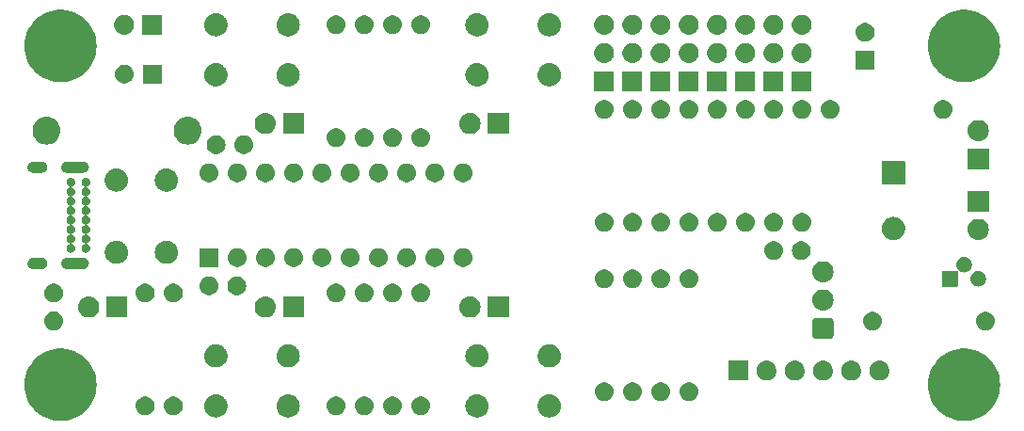
<source format=gbr>
%TF.GenerationSoftware,KiCad,Pcbnew,7.0.2-0*%
%TF.CreationDate,2023-04-26T13:01:35-04:00*%
%TF.ProjectId,UBMP430,55424d50-3433-4302-9e6b-696361645f70,3*%
%TF.SameCoordinates,Original*%
%TF.FileFunction,Soldermask,Bot*%
%TF.FilePolarity,Negative*%
%FSLAX46Y46*%
G04 Gerber Fmt 4.6, Leading zero omitted, Abs format (unit mm)*
G04 Created by KiCad (PCBNEW 7.0.2-0) date 2023-04-26 13:01:35*
%MOMM*%
%LPD*%
G01*
G04 APERTURE LIST*
G04 APERTURE END LIST*
G36*
X105935921Y-113632024D02*
G01*
X106279681Y-113707692D01*
X106613245Y-113820082D01*
X106932702Y-113967879D01*
X107234307Y-114149349D01*
X107514523Y-114362364D01*
X107770066Y-114604427D01*
X107997939Y-114872700D01*
X108195471Y-115164038D01*
X108360346Y-115475025D01*
X108490631Y-115802015D01*
X108584798Y-116141174D01*
X108641744Y-116488527D01*
X108660800Y-116840000D01*
X108641744Y-117191473D01*
X108584798Y-117538826D01*
X108490631Y-117877985D01*
X108360346Y-118204975D01*
X108195471Y-118515962D01*
X107997939Y-118807300D01*
X107770066Y-119075573D01*
X107514523Y-119317636D01*
X107234307Y-119530651D01*
X106932702Y-119712121D01*
X106613245Y-119859918D01*
X106279681Y-119972308D01*
X105935921Y-120047976D01*
X105585995Y-120086032D01*
X105234005Y-120086032D01*
X104884079Y-120047976D01*
X104540319Y-119972308D01*
X104206755Y-119859918D01*
X103887298Y-119712121D01*
X103585693Y-119530651D01*
X103305477Y-119317636D01*
X103049934Y-119075573D01*
X102822061Y-118807300D01*
X102624529Y-118515962D01*
X102459654Y-118204975D01*
X102329369Y-117877985D01*
X102235202Y-117538826D01*
X102178256Y-117191473D01*
X102159200Y-116840000D01*
X102178256Y-116488527D01*
X102235202Y-116141174D01*
X102329369Y-115802015D01*
X102459654Y-115475025D01*
X102624529Y-115164038D01*
X102822061Y-114872700D01*
X103049934Y-114604427D01*
X103305477Y-114362364D01*
X103585693Y-114149349D01*
X103887298Y-113967879D01*
X104206755Y-113820082D01*
X104540319Y-113707692D01*
X104884079Y-113632024D01*
X105234005Y-113593968D01*
X105585995Y-113593968D01*
X105935921Y-113632024D01*
G37*
G36*
X149422709Y-113198899D02*
G01*
X149471936Y-113198899D01*
X149526757Y-113209146D01*
X149580001Y-113214391D01*
X149620451Y-113226661D01*
X149662502Y-113234522D01*
X149720740Y-113257083D01*
X149777124Y-113274187D01*
X149809337Y-113291405D01*
X149843288Y-113304558D01*
X149902283Y-113341086D01*
X149958793Y-113371292D01*
X149982536Y-113390777D01*
X150008116Y-113406616D01*
X150064785Y-113458276D01*
X150118028Y-113501972D01*
X150133807Y-113521199D01*
X150151391Y-113537229D01*
X150202442Y-113604831D01*
X150248708Y-113661207D01*
X150257654Y-113677943D01*
X150268222Y-113691938D01*
X150310258Y-113776358D01*
X150345813Y-113842876D01*
X150349605Y-113855378D01*
X150354637Y-113865483D01*
X150384365Y-113969968D01*
X150405609Y-114039999D01*
X150406306Y-114047083D01*
X150407694Y-114051959D01*
X150422115Y-114207594D01*
X150425800Y-114245000D01*
X150422115Y-114282409D01*
X150407694Y-114438040D01*
X150406306Y-114442915D01*
X150405609Y-114450001D01*
X150384361Y-114520046D01*
X150354637Y-114624516D01*
X150349606Y-114634619D01*
X150345813Y-114647124D01*
X150310251Y-114713654D01*
X150268222Y-114798061D01*
X150257656Y-114812052D01*
X150248708Y-114828793D01*
X150202432Y-114885179D01*
X150151391Y-114952770D01*
X150133810Y-114968796D01*
X150118028Y-114988028D01*
X150064774Y-115031732D01*
X150008116Y-115083383D01*
X149982541Y-115099218D01*
X149958793Y-115118708D01*
X149902271Y-115148919D01*
X149843288Y-115185441D01*
X149809344Y-115198590D01*
X149777124Y-115215813D01*
X149720728Y-115232920D01*
X149662502Y-115255477D01*
X149620458Y-115263336D01*
X149580001Y-115275609D01*
X149526754Y-115280853D01*
X149471936Y-115291101D01*
X149422709Y-115291101D01*
X149375000Y-115295800D01*
X149327291Y-115291101D01*
X149278064Y-115291101D01*
X149223245Y-115280853D01*
X149169999Y-115275609D01*
X149129543Y-115263336D01*
X149087497Y-115255477D01*
X149029266Y-115232918D01*
X148972876Y-115215813D01*
X148940658Y-115198592D01*
X148906711Y-115185441D01*
X148847720Y-115148915D01*
X148791207Y-115118708D01*
X148767461Y-115099220D01*
X148741883Y-115083383D01*
X148685215Y-115031723D01*
X148631972Y-114988028D01*
X148616192Y-114968800D01*
X148598608Y-114952770D01*
X148547554Y-114885164D01*
X148501292Y-114828793D01*
X148492346Y-114812057D01*
X148481777Y-114798061D01*
X148439734Y-114713627D01*
X148404187Y-114647124D01*
X148400395Y-114634624D01*
X148395362Y-114624516D01*
X148365622Y-114519993D01*
X148344391Y-114450001D01*
X148343693Y-114442920D01*
X148342305Y-114438040D01*
X148327867Y-114282237D01*
X148324200Y-114245000D01*
X148327867Y-114207765D01*
X148342305Y-114051959D01*
X148343693Y-114047077D01*
X148344391Y-114039999D01*
X148365618Y-113970021D01*
X148395362Y-113865483D01*
X148400396Y-113855373D01*
X148404187Y-113842876D01*
X148439726Y-113776386D01*
X148481777Y-113691938D01*
X148492348Y-113677939D01*
X148501292Y-113661207D01*
X148547545Y-113604847D01*
X148598608Y-113537229D01*
X148616195Y-113521195D01*
X148631972Y-113501972D01*
X148685204Y-113458285D01*
X148741883Y-113406616D01*
X148767466Y-113390775D01*
X148791207Y-113371292D01*
X148847709Y-113341090D01*
X148906711Y-113304558D01*
X148940664Y-113291404D01*
X148972876Y-113274187D01*
X149029254Y-113257084D01*
X149087497Y-113234522D01*
X149129549Y-113226660D01*
X149169999Y-113214391D01*
X149223241Y-113209146D01*
X149278064Y-113198899D01*
X149327291Y-113198899D01*
X149375000Y-113194200D01*
X149422709Y-113198899D01*
G37*
G36*
X187215921Y-113632024D02*
G01*
X187559681Y-113707692D01*
X187893245Y-113820082D01*
X188212702Y-113967879D01*
X188514307Y-114149349D01*
X188794523Y-114362364D01*
X189050066Y-114604427D01*
X189277939Y-114872700D01*
X189475471Y-115164038D01*
X189640346Y-115475025D01*
X189770631Y-115802015D01*
X189864798Y-116141174D01*
X189921744Y-116488527D01*
X189940800Y-116840000D01*
X189921744Y-117191473D01*
X189864798Y-117538826D01*
X189770631Y-117877985D01*
X189640346Y-118204975D01*
X189475471Y-118515962D01*
X189277939Y-118807300D01*
X189050066Y-119075573D01*
X188794523Y-119317636D01*
X188514307Y-119530651D01*
X188212702Y-119712121D01*
X187893245Y-119859918D01*
X187559681Y-119972308D01*
X187215921Y-120047976D01*
X186865995Y-120086032D01*
X186514005Y-120086032D01*
X186164079Y-120047976D01*
X185820319Y-119972308D01*
X185486755Y-119859918D01*
X185167298Y-119712121D01*
X184865693Y-119530651D01*
X184585477Y-119317636D01*
X184329934Y-119075573D01*
X184102061Y-118807300D01*
X183904529Y-118515962D01*
X183739654Y-118204975D01*
X183609369Y-117877985D01*
X183515202Y-117538826D01*
X183458256Y-117191473D01*
X183439200Y-116840000D01*
X183458256Y-116488527D01*
X183515202Y-116141174D01*
X183609369Y-115802015D01*
X183739654Y-115475025D01*
X183904529Y-115164038D01*
X184102061Y-114872700D01*
X184329934Y-114604427D01*
X184585477Y-114362364D01*
X184865693Y-114149349D01*
X185167298Y-113967879D01*
X185486755Y-113820082D01*
X185820319Y-113707692D01*
X186164079Y-113632024D01*
X186514005Y-113593968D01*
X186865995Y-113593968D01*
X187215921Y-113632024D01*
G37*
G36*
X119427709Y-117698899D02*
G01*
X119476936Y-117698899D01*
X119531757Y-117709146D01*
X119585001Y-117714391D01*
X119625451Y-117726661D01*
X119667502Y-117734522D01*
X119725740Y-117757083D01*
X119782124Y-117774187D01*
X119814337Y-117791405D01*
X119848288Y-117804558D01*
X119907283Y-117841086D01*
X119963793Y-117871292D01*
X119987536Y-117890777D01*
X120013116Y-117906616D01*
X120069785Y-117958276D01*
X120123028Y-118001972D01*
X120138807Y-118021199D01*
X120156391Y-118037229D01*
X120207442Y-118104831D01*
X120253708Y-118161207D01*
X120262654Y-118177943D01*
X120273222Y-118191938D01*
X120315258Y-118276358D01*
X120350813Y-118342876D01*
X120354605Y-118355378D01*
X120359637Y-118365483D01*
X120389365Y-118469968D01*
X120410609Y-118539999D01*
X120411306Y-118547083D01*
X120412694Y-118551959D01*
X120427115Y-118707594D01*
X120430800Y-118745000D01*
X120427115Y-118782409D01*
X120412694Y-118938040D01*
X120411306Y-118942915D01*
X120410609Y-118950001D01*
X120389361Y-119020046D01*
X120359637Y-119124516D01*
X120354606Y-119134619D01*
X120350813Y-119147124D01*
X120315251Y-119213654D01*
X120273222Y-119298061D01*
X120262656Y-119312052D01*
X120253708Y-119328793D01*
X120207432Y-119385179D01*
X120156391Y-119452770D01*
X120138810Y-119468796D01*
X120123028Y-119488028D01*
X120069774Y-119531732D01*
X120013116Y-119583383D01*
X119987541Y-119599218D01*
X119963793Y-119618708D01*
X119907271Y-119648919D01*
X119848288Y-119685441D01*
X119814344Y-119698590D01*
X119782124Y-119715813D01*
X119725728Y-119732920D01*
X119667502Y-119755477D01*
X119625458Y-119763336D01*
X119585001Y-119775609D01*
X119531754Y-119780853D01*
X119476936Y-119791101D01*
X119427709Y-119791101D01*
X119380000Y-119795800D01*
X119332291Y-119791101D01*
X119283064Y-119791101D01*
X119228245Y-119780853D01*
X119174999Y-119775609D01*
X119134543Y-119763336D01*
X119092497Y-119755477D01*
X119034266Y-119732918D01*
X118977876Y-119715813D01*
X118945658Y-119698592D01*
X118911711Y-119685441D01*
X118852720Y-119648915D01*
X118796207Y-119618708D01*
X118772461Y-119599220D01*
X118746883Y-119583383D01*
X118690215Y-119531723D01*
X118636972Y-119488028D01*
X118621192Y-119468800D01*
X118603608Y-119452770D01*
X118552554Y-119385164D01*
X118506292Y-119328793D01*
X118497346Y-119312057D01*
X118486777Y-119298061D01*
X118444734Y-119213627D01*
X118409187Y-119147124D01*
X118405395Y-119134624D01*
X118400362Y-119124516D01*
X118370622Y-119019993D01*
X118349391Y-118950001D01*
X118348693Y-118942920D01*
X118347305Y-118938040D01*
X118332867Y-118782237D01*
X118329200Y-118745000D01*
X118332867Y-118707765D01*
X118347305Y-118551959D01*
X118348693Y-118547077D01*
X118349391Y-118539999D01*
X118370618Y-118470021D01*
X118400362Y-118365483D01*
X118405396Y-118355373D01*
X118409187Y-118342876D01*
X118444726Y-118276386D01*
X118486777Y-118191938D01*
X118497348Y-118177939D01*
X118506292Y-118161207D01*
X118552545Y-118104847D01*
X118603608Y-118037229D01*
X118621195Y-118021195D01*
X118636972Y-118001972D01*
X118690204Y-117958285D01*
X118746883Y-117906616D01*
X118772466Y-117890775D01*
X118796207Y-117871292D01*
X118852709Y-117841090D01*
X118911711Y-117804558D01*
X118945664Y-117791404D01*
X118977876Y-117774187D01*
X119034254Y-117757084D01*
X119092497Y-117734522D01*
X119134549Y-117726660D01*
X119174999Y-117714391D01*
X119228241Y-117709146D01*
X119283064Y-117698899D01*
X119332291Y-117698899D01*
X119380000Y-117694200D01*
X119427709Y-117698899D01*
G37*
G36*
X125927709Y-117698899D02*
G01*
X125976936Y-117698899D01*
X126031757Y-117709146D01*
X126085001Y-117714391D01*
X126125451Y-117726661D01*
X126167502Y-117734522D01*
X126225740Y-117757083D01*
X126282124Y-117774187D01*
X126314337Y-117791405D01*
X126348288Y-117804558D01*
X126407283Y-117841086D01*
X126463793Y-117871292D01*
X126487536Y-117890777D01*
X126513116Y-117906616D01*
X126569785Y-117958276D01*
X126623028Y-118001972D01*
X126638807Y-118021199D01*
X126656391Y-118037229D01*
X126707442Y-118104831D01*
X126753708Y-118161207D01*
X126762654Y-118177943D01*
X126773222Y-118191938D01*
X126815258Y-118276358D01*
X126850813Y-118342876D01*
X126854605Y-118355378D01*
X126859637Y-118365483D01*
X126889365Y-118469968D01*
X126910609Y-118539999D01*
X126911306Y-118547083D01*
X126912694Y-118551959D01*
X126927115Y-118707594D01*
X126930800Y-118745000D01*
X126927115Y-118782409D01*
X126912694Y-118938040D01*
X126911306Y-118942915D01*
X126910609Y-118950001D01*
X126889361Y-119020046D01*
X126859637Y-119124516D01*
X126854606Y-119134619D01*
X126850813Y-119147124D01*
X126815251Y-119213654D01*
X126773222Y-119298061D01*
X126762656Y-119312052D01*
X126753708Y-119328793D01*
X126707432Y-119385179D01*
X126656391Y-119452770D01*
X126638810Y-119468796D01*
X126623028Y-119488028D01*
X126569774Y-119531732D01*
X126513116Y-119583383D01*
X126487541Y-119599218D01*
X126463793Y-119618708D01*
X126407271Y-119648919D01*
X126348288Y-119685441D01*
X126314344Y-119698590D01*
X126282124Y-119715813D01*
X126225728Y-119732920D01*
X126167502Y-119755477D01*
X126125458Y-119763336D01*
X126085001Y-119775609D01*
X126031754Y-119780853D01*
X125976936Y-119791101D01*
X125927709Y-119791101D01*
X125880000Y-119795800D01*
X125832291Y-119791101D01*
X125783064Y-119791101D01*
X125728245Y-119780853D01*
X125674999Y-119775609D01*
X125634543Y-119763336D01*
X125592497Y-119755477D01*
X125534266Y-119732918D01*
X125477876Y-119715813D01*
X125445658Y-119698592D01*
X125411711Y-119685441D01*
X125352720Y-119648915D01*
X125296207Y-119618708D01*
X125272461Y-119599220D01*
X125246883Y-119583383D01*
X125190215Y-119531723D01*
X125136972Y-119488028D01*
X125121192Y-119468800D01*
X125103608Y-119452770D01*
X125052554Y-119385164D01*
X125006292Y-119328793D01*
X124997346Y-119312057D01*
X124986777Y-119298061D01*
X124944734Y-119213627D01*
X124909187Y-119147124D01*
X124905395Y-119134624D01*
X124900362Y-119124516D01*
X124870622Y-119019993D01*
X124849391Y-118950001D01*
X124848693Y-118942920D01*
X124847305Y-118938040D01*
X124832867Y-118782237D01*
X124829200Y-118745000D01*
X124832867Y-118707765D01*
X124847305Y-118551959D01*
X124848693Y-118547077D01*
X124849391Y-118539999D01*
X124870618Y-118470021D01*
X124900362Y-118365483D01*
X124905396Y-118355373D01*
X124909187Y-118342876D01*
X124944726Y-118276386D01*
X124986777Y-118191938D01*
X124997348Y-118177939D01*
X125006292Y-118161207D01*
X125052545Y-118104847D01*
X125103608Y-118037229D01*
X125121195Y-118021195D01*
X125136972Y-118001972D01*
X125190204Y-117958285D01*
X125246883Y-117906616D01*
X125272466Y-117890775D01*
X125296207Y-117871292D01*
X125352709Y-117841090D01*
X125411711Y-117804558D01*
X125445664Y-117791404D01*
X125477876Y-117774187D01*
X125534254Y-117757084D01*
X125592497Y-117734522D01*
X125634549Y-117726660D01*
X125674999Y-117714391D01*
X125728241Y-117709146D01*
X125783064Y-117698899D01*
X125832291Y-117698899D01*
X125880000Y-117694200D01*
X125927709Y-117698899D01*
G37*
G36*
X142922709Y-117698899D02*
G01*
X142971936Y-117698899D01*
X143026757Y-117709146D01*
X143080001Y-117714391D01*
X143120451Y-117726661D01*
X143162502Y-117734522D01*
X143220740Y-117757083D01*
X143277124Y-117774187D01*
X143309337Y-117791405D01*
X143343288Y-117804558D01*
X143402283Y-117841086D01*
X143458793Y-117871292D01*
X143482536Y-117890777D01*
X143508116Y-117906616D01*
X143564785Y-117958276D01*
X143618028Y-118001972D01*
X143633807Y-118021199D01*
X143651391Y-118037229D01*
X143702442Y-118104831D01*
X143748708Y-118161207D01*
X143757654Y-118177943D01*
X143768222Y-118191938D01*
X143810258Y-118276358D01*
X143845813Y-118342876D01*
X143849605Y-118355378D01*
X143854637Y-118365483D01*
X143884365Y-118469968D01*
X143905609Y-118539999D01*
X143906306Y-118547083D01*
X143907694Y-118551959D01*
X143922115Y-118707594D01*
X143925800Y-118745000D01*
X143922115Y-118782409D01*
X143907694Y-118938040D01*
X143906306Y-118942915D01*
X143905609Y-118950001D01*
X143884361Y-119020046D01*
X143854637Y-119124516D01*
X143849606Y-119134619D01*
X143845813Y-119147124D01*
X143810251Y-119213654D01*
X143768222Y-119298061D01*
X143757656Y-119312052D01*
X143748708Y-119328793D01*
X143702432Y-119385179D01*
X143651391Y-119452770D01*
X143633810Y-119468796D01*
X143618028Y-119488028D01*
X143564774Y-119531732D01*
X143508116Y-119583383D01*
X143482541Y-119599218D01*
X143458793Y-119618708D01*
X143402271Y-119648919D01*
X143343288Y-119685441D01*
X143309344Y-119698590D01*
X143277124Y-119715813D01*
X143220728Y-119732920D01*
X143162502Y-119755477D01*
X143120458Y-119763336D01*
X143080001Y-119775609D01*
X143026754Y-119780853D01*
X142971936Y-119791101D01*
X142922709Y-119791101D01*
X142875000Y-119795800D01*
X142827291Y-119791101D01*
X142778064Y-119791101D01*
X142723245Y-119780853D01*
X142669999Y-119775609D01*
X142629543Y-119763336D01*
X142587497Y-119755477D01*
X142529266Y-119732918D01*
X142472876Y-119715813D01*
X142440658Y-119698592D01*
X142406711Y-119685441D01*
X142347720Y-119648915D01*
X142291207Y-119618708D01*
X142267461Y-119599220D01*
X142241883Y-119583383D01*
X142185215Y-119531723D01*
X142131972Y-119488028D01*
X142116192Y-119468800D01*
X142098608Y-119452770D01*
X142047554Y-119385164D01*
X142001292Y-119328793D01*
X141992346Y-119312057D01*
X141981777Y-119298061D01*
X141939734Y-119213627D01*
X141904187Y-119147124D01*
X141900395Y-119134624D01*
X141895362Y-119124516D01*
X141865622Y-119019993D01*
X141844391Y-118950001D01*
X141843693Y-118942920D01*
X141842305Y-118938040D01*
X141827867Y-118782237D01*
X141824200Y-118745000D01*
X141827867Y-118707765D01*
X141842305Y-118551959D01*
X141843693Y-118547077D01*
X141844391Y-118539999D01*
X141865618Y-118470021D01*
X141895362Y-118365483D01*
X141900396Y-118355373D01*
X141904187Y-118342876D01*
X141939726Y-118276386D01*
X141981777Y-118191938D01*
X141992348Y-118177939D01*
X142001292Y-118161207D01*
X142047545Y-118104847D01*
X142098608Y-118037229D01*
X142116195Y-118021195D01*
X142131972Y-118001972D01*
X142185204Y-117958285D01*
X142241883Y-117906616D01*
X142267466Y-117890775D01*
X142291207Y-117871292D01*
X142347709Y-117841090D01*
X142406711Y-117804558D01*
X142440664Y-117791404D01*
X142472876Y-117774187D01*
X142529254Y-117757084D01*
X142587497Y-117734522D01*
X142629549Y-117726660D01*
X142669999Y-117714391D01*
X142723241Y-117709146D01*
X142778064Y-117698899D01*
X142827291Y-117698899D01*
X142875000Y-117694200D01*
X142922709Y-117698899D01*
G37*
G36*
X149422709Y-117698899D02*
G01*
X149471936Y-117698899D01*
X149526757Y-117709146D01*
X149580001Y-117714391D01*
X149620451Y-117726661D01*
X149662502Y-117734522D01*
X149720740Y-117757083D01*
X149777124Y-117774187D01*
X149809337Y-117791405D01*
X149843288Y-117804558D01*
X149902283Y-117841086D01*
X149958793Y-117871292D01*
X149982536Y-117890777D01*
X150008116Y-117906616D01*
X150064785Y-117958276D01*
X150118028Y-118001972D01*
X150133807Y-118021199D01*
X150151391Y-118037229D01*
X150202442Y-118104831D01*
X150248708Y-118161207D01*
X150257654Y-118177943D01*
X150268222Y-118191938D01*
X150310258Y-118276358D01*
X150345813Y-118342876D01*
X150349605Y-118355378D01*
X150354637Y-118365483D01*
X150384365Y-118469968D01*
X150405609Y-118539999D01*
X150406306Y-118547083D01*
X150407694Y-118551959D01*
X150422115Y-118707594D01*
X150425800Y-118745000D01*
X150422115Y-118782409D01*
X150407694Y-118938040D01*
X150406306Y-118942915D01*
X150405609Y-118950001D01*
X150384361Y-119020046D01*
X150354637Y-119124516D01*
X150349606Y-119134619D01*
X150345813Y-119147124D01*
X150310251Y-119213654D01*
X150268222Y-119298061D01*
X150257656Y-119312052D01*
X150248708Y-119328793D01*
X150202432Y-119385179D01*
X150151391Y-119452770D01*
X150133810Y-119468796D01*
X150118028Y-119488028D01*
X150064774Y-119531732D01*
X150008116Y-119583383D01*
X149982541Y-119599218D01*
X149958793Y-119618708D01*
X149902271Y-119648919D01*
X149843288Y-119685441D01*
X149809344Y-119698590D01*
X149777124Y-119715813D01*
X149720728Y-119732920D01*
X149662502Y-119755477D01*
X149620458Y-119763336D01*
X149580001Y-119775609D01*
X149526754Y-119780853D01*
X149471936Y-119791101D01*
X149422709Y-119791101D01*
X149375000Y-119795800D01*
X149327291Y-119791101D01*
X149278064Y-119791101D01*
X149223245Y-119780853D01*
X149169999Y-119775609D01*
X149129543Y-119763336D01*
X149087497Y-119755477D01*
X149029266Y-119732918D01*
X148972876Y-119715813D01*
X148940658Y-119698592D01*
X148906711Y-119685441D01*
X148847720Y-119648915D01*
X148791207Y-119618708D01*
X148767461Y-119599220D01*
X148741883Y-119583383D01*
X148685215Y-119531723D01*
X148631972Y-119488028D01*
X148616192Y-119468800D01*
X148598608Y-119452770D01*
X148547554Y-119385164D01*
X148501292Y-119328793D01*
X148492346Y-119312057D01*
X148481777Y-119298061D01*
X148439734Y-119213627D01*
X148404187Y-119147124D01*
X148400395Y-119134624D01*
X148395362Y-119124516D01*
X148365622Y-119019993D01*
X148344391Y-118950001D01*
X148343693Y-118942920D01*
X148342305Y-118938040D01*
X148327867Y-118782237D01*
X148324200Y-118745000D01*
X148327867Y-118707765D01*
X148342305Y-118551959D01*
X148343693Y-118547077D01*
X148344391Y-118539999D01*
X148365618Y-118470021D01*
X148395362Y-118365483D01*
X148400396Y-118355373D01*
X148404187Y-118342876D01*
X148439726Y-118276386D01*
X148481777Y-118191938D01*
X148492348Y-118177939D01*
X148501292Y-118161207D01*
X148547545Y-118104847D01*
X148598608Y-118037229D01*
X148616195Y-118021195D01*
X148631972Y-118001972D01*
X148685204Y-117958285D01*
X148741883Y-117906616D01*
X148767466Y-117890775D01*
X148791207Y-117871292D01*
X148847709Y-117841090D01*
X148906711Y-117804558D01*
X148940664Y-117791404D01*
X148972876Y-117774187D01*
X149029254Y-117757084D01*
X149087497Y-117734522D01*
X149129549Y-117726660D01*
X149169999Y-117714391D01*
X149223241Y-117709146D01*
X149278064Y-117698899D01*
X149327291Y-117698899D01*
X149375000Y-117694200D01*
X149422709Y-117698899D01*
G37*
G36*
X113292912Y-117935841D02*
G01*
X113455400Y-118008186D01*
X113599296Y-118112732D01*
X113718312Y-118244912D01*
X113807244Y-118398948D01*
X113862208Y-118568109D01*
X113880800Y-118745000D01*
X113862208Y-118921891D01*
X113807244Y-119091052D01*
X113718312Y-119245088D01*
X113599296Y-119377268D01*
X113455400Y-119481814D01*
X113292912Y-119554159D01*
X113118933Y-119591139D01*
X112941067Y-119591139D01*
X112767088Y-119554159D01*
X112604600Y-119481814D01*
X112460704Y-119377268D01*
X112341688Y-119245088D01*
X112252756Y-119091052D01*
X112197792Y-118921891D01*
X112179200Y-118745000D01*
X112197792Y-118568109D01*
X112252756Y-118398948D01*
X112341688Y-118244912D01*
X112460704Y-118112732D01*
X112604600Y-118008186D01*
X112767088Y-117935841D01*
X112941067Y-117898861D01*
X113118933Y-117898861D01*
X113292912Y-117935841D01*
G37*
G36*
X115832912Y-117935841D02*
G01*
X115995400Y-118008186D01*
X116139296Y-118112732D01*
X116258312Y-118244912D01*
X116347244Y-118398948D01*
X116402208Y-118568109D01*
X116420800Y-118745000D01*
X116402208Y-118921891D01*
X116347244Y-119091052D01*
X116258312Y-119245088D01*
X116139296Y-119377268D01*
X115995400Y-119481814D01*
X115832912Y-119554159D01*
X115658933Y-119591139D01*
X115481067Y-119591139D01*
X115307088Y-119554159D01*
X115144600Y-119481814D01*
X115000704Y-119377268D01*
X114881688Y-119245088D01*
X114792756Y-119091052D01*
X114737792Y-118921891D01*
X114719200Y-118745000D01*
X114737792Y-118568109D01*
X114792756Y-118398948D01*
X114881688Y-118244912D01*
X115000704Y-118112732D01*
X115144600Y-118008186D01*
X115307088Y-117935841D01*
X115481067Y-117898861D01*
X115658933Y-117898861D01*
X115832912Y-117935841D01*
G37*
G36*
X130437912Y-117935841D02*
G01*
X130600400Y-118008186D01*
X130744296Y-118112732D01*
X130863312Y-118244912D01*
X130952244Y-118398948D01*
X131007208Y-118568109D01*
X131025800Y-118745000D01*
X131007208Y-118921891D01*
X130952244Y-119091052D01*
X130863312Y-119245088D01*
X130744296Y-119377268D01*
X130600400Y-119481814D01*
X130437912Y-119554159D01*
X130263933Y-119591139D01*
X130086067Y-119591139D01*
X129912088Y-119554159D01*
X129749600Y-119481814D01*
X129605704Y-119377268D01*
X129486688Y-119245088D01*
X129397756Y-119091052D01*
X129342792Y-118921891D01*
X129324200Y-118745000D01*
X129342792Y-118568109D01*
X129397756Y-118398948D01*
X129486688Y-118244912D01*
X129605704Y-118112732D01*
X129749600Y-118008186D01*
X129912088Y-117935841D01*
X130086067Y-117898861D01*
X130263933Y-117898861D01*
X130437912Y-117935841D01*
G37*
G36*
X132977912Y-117935841D02*
G01*
X133140400Y-118008186D01*
X133284296Y-118112732D01*
X133403312Y-118244912D01*
X133492244Y-118398948D01*
X133547208Y-118568109D01*
X133565800Y-118745000D01*
X133547208Y-118921891D01*
X133492244Y-119091052D01*
X133403312Y-119245088D01*
X133284296Y-119377268D01*
X133140400Y-119481814D01*
X132977912Y-119554159D01*
X132803933Y-119591139D01*
X132626067Y-119591139D01*
X132452088Y-119554159D01*
X132289600Y-119481814D01*
X132145704Y-119377268D01*
X132026688Y-119245088D01*
X131937756Y-119091052D01*
X131882792Y-118921891D01*
X131864200Y-118745000D01*
X131882792Y-118568109D01*
X131937756Y-118398948D01*
X132026688Y-118244912D01*
X132145704Y-118112732D01*
X132289600Y-118008186D01*
X132452088Y-117935841D01*
X132626067Y-117898861D01*
X132803933Y-117898861D01*
X132977912Y-117935841D01*
G37*
G36*
X135517912Y-117935841D02*
G01*
X135680400Y-118008186D01*
X135824296Y-118112732D01*
X135943312Y-118244912D01*
X136032244Y-118398948D01*
X136087208Y-118568109D01*
X136105800Y-118745000D01*
X136087208Y-118921891D01*
X136032244Y-119091052D01*
X135943312Y-119245088D01*
X135824296Y-119377268D01*
X135680400Y-119481814D01*
X135517912Y-119554159D01*
X135343933Y-119591139D01*
X135166067Y-119591139D01*
X134992088Y-119554159D01*
X134829600Y-119481814D01*
X134685704Y-119377268D01*
X134566688Y-119245088D01*
X134477756Y-119091052D01*
X134422792Y-118921891D01*
X134404200Y-118745000D01*
X134422792Y-118568109D01*
X134477756Y-118398948D01*
X134566688Y-118244912D01*
X134685704Y-118112732D01*
X134829600Y-118008186D01*
X134992088Y-117935841D01*
X135166067Y-117898861D01*
X135343933Y-117898861D01*
X135517912Y-117935841D01*
G37*
G36*
X138057912Y-117935841D02*
G01*
X138220400Y-118008186D01*
X138364296Y-118112732D01*
X138483312Y-118244912D01*
X138572244Y-118398948D01*
X138627208Y-118568109D01*
X138645800Y-118745000D01*
X138627208Y-118921891D01*
X138572244Y-119091052D01*
X138483312Y-119245088D01*
X138364296Y-119377268D01*
X138220400Y-119481814D01*
X138057912Y-119554159D01*
X137883933Y-119591139D01*
X137706067Y-119591139D01*
X137532088Y-119554159D01*
X137369600Y-119481814D01*
X137225704Y-119377268D01*
X137106688Y-119245088D01*
X137017756Y-119091052D01*
X136962792Y-118921891D01*
X136944200Y-118745000D01*
X136962792Y-118568109D01*
X137017756Y-118398948D01*
X137106688Y-118244912D01*
X137225704Y-118112732D01*
X137369600Y-118008186D01*
X137532088Y-117935841D01*
X137706067Y-117898861D01*
X137883933Y-117898861D01*
X138057912Y-117935841D01*
G37*
G36*
X154567912Y-116665841D02*
G01*
X154730400Y-116738186D01*
X154874296Y-116842732D01*
X154993312Y-116974912D01*
X155082244Y-117128948D01*
X155137208Y-117298109D01*
X155155800Y-117475000D01*
X155137208Y-117651891D01*
X155082244Y-117821052D01*
X154993312Y-117975088D01*
X154874296Y-118107268D01*
X154730400Y-118211814D01*
X154567912Y-118284159D01*
X154393933Y-118321139D01*
X154216067Y-118321139D01*
X154042088Y-118284159D01*
X153879600Y-118211814D01*
X153735704Y-118107268D01*
X153616688Y-117975088D01*
X153527756Y-117821052D01*
X153472792Y-117651891D01*
X153454200Y-117475000D01*
X153472792Y-117298109D01*
X153527756Y-117128948D01*
X153616688Y-116974912D01*
X153735704Y-116842732D01*
X153879600Y-116738186D01*
X154042088Y-116665841D01*
X154216067Y-116628861D01*
X154393933Y-116628861D01*
X154567912Y-116665841D01*
G37*
G36*
X157107912Y-116665841D02*
G01*
X157270400Y-116738186D01*
X157414296Y-116842732D01*
X157533312Y-116974912D01*
X157622244Y-117128948D01*
X157677208Y-117298109D01*
X157695800Y-117475000D01*
X157677208Y-117651891D01*
X157622244Y-117821052D01*
X157533312Y-117975088D01*
X157414296Y-118107268D01*
X157270400Y-118211814D01*
X157107912Y-118284159D01*
X156933933Y-118321139D01*
X156756067Y-118321139D01*
X156582088Y-118284159D01*
X156419600Y-118211814D01*
X156275704Y-118107268D01*
X156156688Y-117975088D01*
X156067756Y-117821052D01*
X156012792Y-117651891D01*
X155994200Y-117475000D01*
X156012792Y-117298109D01*
X156067756Y-117128948D01*
X156156688Y-116974912D01*
X156275704Y-116842732D01*
X156419600Y-116738186D01*
X156582088Y-116665841D01*
X156756067Y-116628861D01*
X156933933Y-116628861D01*
X157107912Y-116665841D01*
G37*
G36*
X159647912Y-116665841D02*
G01*
X159810400Y-116738186D01*
X159954296Y-116842732D01*
X160073312Y-116974912D01*
X160162244Y-117128948D01*
X160217208Y-117298109D01*
X160235800Y-117475000D01*
X160217208Y-117651891D01*
X160162244Y-117821052D01*
X160073312Y-117975088D01*
X159954296Y-118107268D01*
X159810400Y-118211814D01*
X159647912Y-118284159D01*
X159473933Y-118321139D01*
X159296067Y-118321139D01*
X159122088Y-118284159D01*
X158959600Y-118211814D01*
X158815704Y-118107268D01*
X158696688Y-117975088D01*
X158607756Y-117821052D01*
X158552792Y-117651891D01*
X158534200Y-117475000D01*
X158552792Y-117298109D01*
X158607756Y-117128948D01*
X158696688Y-116974912D01*
X158815704Y-116842732D01*
X158959600Y-116738186D01*
X159122088Y-116665841D01*
X159296067Y-116628861D01*
X159473933Y-116628861D01*
X159647912Y-116665841D01*
G37*
G36*
X162187912Y-116665841D02*
G01*
X162350400Y-116738186D01*
X162494296Y-116842732D01*
X162613312Y-116974912D01*
X162702244Y-117128948D01*
X162757208Y-117298109D01*
X162775800Y-117475000D01*
X162757208Y-117651891D01*
X162702244Y-117821052D01*
X162613312Y-117975088D01*
X162494296Y-118107268D01*
X162350400Y-118211814D01*
X162187912Y-118284159D01*
X162013933Y-118321139D01*
X161836067Y-118321139D01*
X161662088Y-118284159D01*
X161499600Y-118211814D01*
X161355704Y-118107268D01*
X161236688Y-117975088D01*
X161147756Y-117821052D01*
X161092792Y-117651891D01*
X161074200Y-117475000D01*
X161092792Y-117298109D01*
X161147756Y-117128948D01*
X161236688Y-116974912D01*
X161355704Y-116842732D01*
X161499600Y-116738186D01*
X161662088Y-116665841D01*
X161836067Y-116628861D01*
X162013933Y-116628861D01*
X162187912Y-116665841D01*
G37*
G36*
X167239440Y-114673067D02*
G01*
X167255921Y-114684079D01*
X167266933Y-114700560D01*
X167270800Y-114720000D01*
X167270800Y-116420000D01*
X167266933Y-116439440D01*
X167255921Y-116455921D01*
X167239440Y-116466933D01*
X167220000Y-116470800D01*
X165520000Y-116470800D01*
X165500560Y-116466933D01*
X165484079Y-116455921D01*
X165473067Y-116439440D01*
X165469200Y-116420000D01*
X165469200Y-114720000D01*
X165473067Y-114700560D01*
X165484079Y-114684079D01*
X165500560Y-114673067D01*
X165520000Y-114669200D01*
X167220000Y-114669200D01*
X167239440Y-114673067D01*
G37*
G36*
X168957617Y-114674135D02*
G01*
X169004159Y-114674135D01*
X169044349Y-114682677D01*
X169085686Y-114686749D01*
X169137613Y-114702501D01*
X169188363Y-114713288D01*
X169220838Y-114727747D01*
X169254628Y-114737997D01*
X169308329Y-114766700D01*
X169360400Y-114789884D01*
X169384606Y-114807470D01*
X169410320Y-114821215D01*
X169462770Y-114864260D01*
X169512753Y-114900575D01*
X169528983Y-114918601D01*
X169546787Y-114933212D01*
X169594632Y-114991511D01*
X169638763Y-115040523D01*
X169648032Y-115056578D01*
X169658784Y-115069679D01*
X169698555Y-115144086D01*
X169732922Y-115203612D01*
X169736875Y-115215780D01*
X169742002Y-115225371D01*
X169770270Y-115318559D01*
X169791115Y-115382713D01*
X169791848Y-115389693D01*
X169793250Y-115394313D01*
X169806889Y-115532798D01*
X169810800Y-115570000D01*
X169806889Y-115607204D01*
X169793250Y-115745686D01*
X169791848Y-115750304D01*
X169791115Y-115757287D01*
X169770265Y-115821454D01*
X169742002Y-115914628D01*
X169736876Y-115924217D01*
X169732922Y-115936388D01*
X169698547Y-115995926D01*
X169658784Y-116070320D01*
X169648034Y-116083417D01*
X169638763Y-116099477D01*
X169594623Y-116148498D01*
X169546787Y-116206787D01*
X169528987Y-116221395D01*
X169512753Y-116239425D01*
X169462759Y-116275747D01*
X169410320Y-116318784D01*
X169384611Y-116332525D01*
X169360400Y-116350116D01*
X169308318Y-116373304D01*
X169254628Y-116402002D01*
X169220845Y-116412249D01*
X169188363Y-116426712D01*
X169137602Y-116437501D01*
X169085686Y-116453250D01*
X169044358Y-116457320D01*
X169004159Y-116465865D01*
X168957607Y-116465865D01*
X168910000Y-116470554D01*
X168862393Y-116465865D01*
X168815841Y-116465865D01*
X168775642Y-116457320D01*
X168734313Y-116453250D01*
X168682393Y-116437500D01*
X168631637Y-116426712D01*
X168599156Y-116412250D01*
X168565371Y-116402002D01*
X168511675Y-116373301D01*
X168459600Y-116350116D01*
X168435391Y-116332527D01*
X168409679Y-116318784D01*
X168357231Y-116275740D01*
X168307247Y-116239425D01*
X168291015Y-116221398D01*
X168273212Y-116206787D01*
X168225365Y-116148486D01*
X168181237Y-116099477D01*
X168171967Y-116083422D01*
X168161215Y-116070320D01*
X168121438Y-115995902D01*
X168087078Y-115936388D01*
X168083125Y-115924222D01*
X168077997Y-115914628D01*
X168049719Y-115821408D01*
X168028885Y-115757287D01*
X168028151Y-115750309D01*
X168026749Y-115745686D01*
X168013094Y-115607052D01*
X168009200Y-115570000D01*
X168013094Y-115532950D01*
X168026749Y-115394313D01*
X168028151Y-115389688D01*
X168028885Y-115382713D01*
X168049714Y-115318605D01*
X168077997Y-115225371D01*
X168083125Y-115215775D01*
X168087078Y-115203612D01*
X168121431Y-115144109D01*
X168161215Y-115069679D01*
X168171969Y-115056574D01*
X168181237Y-115040523D01*
X168225355Y-114991524D01*
X168273212Y-114933212D01*
X168291018Y-114918597D01*
X168307247Y-114900575D01*
X168357220Y-114864266D01*
X168409679Y-114821215D01*
X168435396Y-114807468D01*
X168459600Y-114789884D01*
X168511664Y-114766703D01*
X168565371Y-114737997D01*
X168599163Y-114727746D01*
X168631637Y-114713288D01*
X168682382Y-114702501D01*
X168734313Y-114686749D01*
X168775650Y-114682677D01*
X168815841Y-114674135D01*
X168862383Y-114674135D01*
X168910000Y-114669445D01*
X168957617Y-114674135D01*
G37*
G36*
X171497617Y-114674135D02*
G01*
X171544159Y-114674135D01*
X171584349Y-114682677D01*
X171625686Y-114686749D01*
X171677613Y-114702501D01*
X171728363Y-114713288D01*
X171760838Y-114727747D01*
X171794628Y-114737997D01*
X171848329Y-114766700D01*
X171900400Y-114789884D01*
X171924606Y-114807470D01*
X171950320Y-114821215D01*
X172002770Y-114864260D01*
X172052753Y-114900575D01*
X172068983Y-114918601D01*
X172086787Y-114933212D01*
X172134632Y-114991511D01*
X172178763Y-115040523D01*
X172188032Y-115056578D01*
X172198784Y-115069679D01*
X172238555Y-115144086D01*
X172272922Y-115203612D01*
X172276875Y-115215780D01*
X172282002Y-115225371D01*
X172310270Y-115318559D01*
X172331115Y-115382713D01*
X172331848Y-115389693D01*
X172333250Y-115394313D01*
X172346889Y-115532798D01*
X172350800Y-115570000D01*
X172346889Y-115607204D01*
X172333250Y-115745686D01*
X172331848Y-115750304D01*
X172331115Y-115757287D01*
X172310265Y-115821454D01*
X172282002Y-115914628D01*
X172276876Y-115924217D01*
X172272922Y-115936388D01*
X172238547Y-115995926D01*
X172198784Y-116070320D01*
X172188034Y-116083417D01*
X172178763Y-116099477D01*
X172134623Y-116148498D01*
X172086787Y-116206787D01*
X172068987Y-116221395D01*
X172052753Y-116239425D01*
X172002759Y-116275747D01*
X171950320Y-116318784D01*
X171924611Y-116332525D01*
X171900400Y-116350116D01*
X171848318Y-116373304D01*
X171794628Y-116402002D01*
X171760845Y-116412249D01*
X171728363Y-116426712D01*
X171677602Y-116437501D01*
X171625686Y-116453250D01*
X171584358Y-116457320D01*
X171544159Y-116465865D01*
X171497607Y-116465865D01*
X171450000Y-116470554D01*
X171402393Y-116465865D01*
X171355841Y-116465865D01*
X171315642Y-116457320D01*
X171274313Y-116453250D01*
X171222393Y-116437500D01*
X171171637Y-116426712D01*
X171139156Y-116412250D01*
X171105371Y-116402002D01*
X171051675Y-116373301D01*
X170999600Y-116350116D01*
X170975391Y-116332527D01*
X170949679Y-116318784D01*
X170897231Y-116275740D01*
X170847247Y-116239425D01*
X170831015Y-116221398D01*
X170813212Y-116206787D01*
X170765365Y-116148486D01*
X170721237Y-116099477D01*
X170711967Y-116083422D01*
X170701215Y-116070320D01*
X170661438Y-115995902D01*
X170627078Y-115936388D01*
X170623125Y-115924222D01*
X170617997Y-115914628D01*
X170589719Y-115821408D01*
X170568885Y-115757287D01*
X170568151Y-115750309D01*
X170566749Y-115745686D01*
X170553094Y-115607052D01*
X170549200Y-115570000D01*
X170553094Y-115532950D01*
X170566749Y-115394313D01*
X170568151Y-115389688D01*
X170568885Y-115382713D01*
X170589714Y-115318605D01*
X170617997Y-115225371D01*
X170623125Y-115215775D01*
X170627078Y-115203612D01*
X170661431Y-115144109D01*
X170701215Y-115069679D01*
X170711969Y-115056574D01*
X170721237Y-115040523D01*
X170765355Y-114991524D01*
X170813212Y-114933212D01*
X170831018Y-114918597D01*
X170847247Y-114900575D01*
X170897220Y-114864266D01*
X170949679Y-114821215D01*
X170975396Y-114807468D01*
X170999600Y-114789884D01*
X171051664Y-114766703D01*
X171105371Y-114737997D01*
X171139163Y-114727746D01*
X171171637Y-114713288D01*
X171222382Y-114702501D01*
X171274313Y-114686749D01*
X171315650Y-114682677D01*
X171355841Y-114674135D01*
X171402383Y-114674135D01*
X171450000Y-114669445D01*
X171497617Y-114674135D01*
G37*
G36*
X174037617Y-114674135D02*
G01*
X174084159Y-114674135D01*
X174124349Y-114682677D01*
X174165686Y-114686749D01*
X174217613Y-114702501D01*
X174268363Y-114713288D01*
X174300838Y-114727747D01*
X174334628Y-114737997D01*
X174388329Y-114766700D01*
X174440400Y-114789884D01*
X174464606Y-114807470D01*
X174490320Y-114821215D01*
X174542770Y-114864260D01*
X174592753Y-114900575D01*
X174608983Y-114918601D01*
X174626787Y-114933212D01*
X174674632Y-114991511D01*
X174718763Y-115040523D01*
X174728032Y-115056578D01*
X174738784Y-115069679D01*
X174778555Y-115144086D01*
X174812922Y-115203612D01*
X174816875Y-115215780D01*
X174822002Y-115225371D01*
X174850270Y-115318559D01*
X174871115Y-115382713D01*
X174871848Y-115389693D01*
X174873250Y-115394313D01*
X174886889Y-115532798D01*
X174890800Y-115570000D01*
X174886889Y-115607204D01*
X174873250Y-115745686D01*
X174871848Y-115750304D01*
X174871115Y-115757287D01*
X174850265Y-115821454D01*
X174822002Y-115914628D01*
X174816876Y-115924217D01*
X174812922Y-115936388D01*
X174778547Y-115995926D01*
X174738784Y-116070320D01*
X174728034Y-116083417D01*
X174718763Y-116099477D01*
X174674623Y-116148498D01*
X174626787Y-116206787D01*
X174608987Y-116221395D01*
X174592753Y-116239425D01*
X174542759Y-116275747D01*
X174490320Y-116318784D01*
X174464611Y-116332525D01*
X174440400Y-116350116D01*
X174388318Y-116373304D01*
X174334628Y-116402002D01*
X174300845Y-116412249D01*
X174268363Y-116426712D01*
X174217602Y-116437501D01*
X174165686Y-116453250D01*
X174124358Y-116457320D01*
X174084159Y-116465865D01*
X174037607Y-116465865D01*
X173990000Y-116470554D01*
X173942393Y-116465865D01*
X173895841Y-116465865D01*
X173855642Y-116457320D01*
X173814313Y-116453250D01*
X173762393Y-116437500D01*
X173711637Y-116426712D01*
X173679156Y-116412250D01*
X173645371Y-116402002D01*
X173591675Y-116373301D01*
X173539600Y-116350116D01*
X173515391Y-116332527D01*
X173489679Y-116318784D01*
X173437231Y-116275740D01*
X173387247Y-116239425D01*
X173371015Y-116221398D01*
X173353212Y-116206787D01*
X173305365Y-116148486D01*
X173261237Y-116099477D01*
X173251967Y-116083422D01*
X173241215Y-116070320D01*
X173201438Y-115995902D01*
X173167078Y-115936388D01*
X173163125Y-115924222D01*
X173157997Y-115914628D01*
X173129719Y-115821408D01*
X173108885Y-115757287D01*
X173108151Y-115750309D01*
X173106749Y-115745686D01*
X173093094Y-115607052D01*
X173089200Y-115570000D01*
X173093094Y-115532950D01*
X173106749Y-115394313D01*
X173108151Y-115389688D01*
X173108885Y-115382713D01*
X173129714Y-115318605D01*
X173157997Y-115225371D01*
X173163125Y-115215775D01*
X173167078Y-115203612D01*
X173201431Y-115144109D01*
X173241215Y-115069679D01*
X173251969Y-115056574D01*
X173261237Y-115040523D01*
X173305355Y-114991524D01*
X173353212Y-114933212D01*
X173371018Y-114918597D01*
X173387247Y-114900575D01*
X173437220Y-114864266D01*
X173489679Y-114821215D01*
X173515396Y-114807468D01*
X173539600Y-114789884D01*
X173591664Y-114766703D01*
X173645371Y-114737997D01*
X173679163Y-114727746D01*
X173711637Y-114713288D01*
X173762382Y-114702501D01*
X173814313Y-114686749D01*
X173855650Y-114682677D01*
X173895841Y-114674135D01*
X173942383Y-114674135D01*
X173990000Y-114669445D01*
X174037617Y-114674135D01*
G37*
G36*
X176577617Y-114674135D02*
G01*
X176624159Y-114674135D01*
X176664349Y-114682677D01*
X176705686Y-114686749D01*
X176757613Y-114702501D01*
X176808363Y-114713288D01*
X176840838Y-114727747D01*
X176874628Y-114737997D01*
X176928329Y-114766700D01*
X176980400Y-114789884D01*
X177004606Y-114807470D01*
X177030320Y-114821215D01*
X177082770Y-114864260D01*
X177132753Y-114900575D01*
X177148983Y-114918601D01*
X177166787Y-114933212D01*
X177214632Y-114991511D01*
X177258763Y-115040523D01*
X177268032Y-115056578D01*
X177278784Y-115069679D01*
X177318555Y-115144086D01*
X177352922Y-115203612D01*
X177356875Y-115215780D01*
X177362002Y-115225371D01*
X177390270Y-115318559D01*
X177411115Y-115382713D01*
X177411848Y-115389693D01*
X177413250Y-115394313D01*
X177426889Y-115532798D01*
X177430800Y-115570000D01*
X177426889Y-115607204D01*
X177413250Y-115745686D01*
X177411848Y-115750304D01*
X177411115Y-115757287D01*
X177390265Y-115821454D01*
X177362002Y-115914628D01*
X177356876Y-115924217D01*
X177352922Y-115936388D01*
X177318547Y-115995926D01*
X177278784Y-116070320D01*
X177268034Y-116083417D01*
X177258763Y-116099477D01*
X177214623Y-116148498D01*
X177166787Y-116206787D01*
X177148987Y-116221395D01*
X177132753Y-116239425D01*
X177082759Y-116275747D01*
X177030320Y-116318784D01*
X177004611Y-116332525D01*
X176980400Y-116350116D01*
X176928318Y-116373304D01*
X176874628Y-116402002D01*
X176840845Y-116412249D01*
X176808363Y-116426712D01*
X176757602Y-116437501D01*
X176705686Y-116453250D01*
X176664358Y-116457320D01*
X176624159Y-116465865D01*
X176577607Y-116465865D01*
X176530000Y-116470554D01*
X176482393Y-116465865D01*
X176435841Y-116465865D01*
X176395642Y-116457320D01*
X176354313Y-116453250D01*
X176302393Y-116437500D01*
X176251637Y-116426712D01*
X176219156Y-116412250D01*
X176185371Y-116402002D01*
X176131675Y-116373301D01*
X176079600Y-116350116D01*
X176055391Y-116332527D01*
X176029679Y-116318784D01*
X175977231Y-116275740D01*
X175927247Y-116239425D01*
X175911015Y-116221398D01*
X175893212Y-116206787D01*
X175845365Y-116148486D01*
X175801237Y-116099477D01*
X175791967Y-116083422D01*
X175781215Y-116070320D01*
X175741438Y-115995902D01*
X175707078Y-115936388D01*
X175703125Y-115924222D01*
X175697997Y-115914628D01*
X175669719Y-115821408D01*
X175648885Y-115757287D01*
X175648151Y-115750309D01*
X175646749Y-115745686D01*
X175633094Y-115607052D01*
X175629200Y-115570000D01*
X175633094Y-115532950D01*
X175646749Y-115394313D01*
X175648151Y-115389688D01*
X175648885Y-115382713D01*
X175669714Y-115318605D01*
X175697997Y-115225371D01*
X175703125Y-115215775D01*
X175707078Y-115203612D01*
X175741431Y-115144109D01*
X175781215Y-115069679D01*
X175791969Y-115056574D01*
X175801237Y-115040523D01*
X175845355Y-114991524D01*
X175893212Y-114933212D01*
X175911018Y-114918597D01*
X175927247Y-114900575D01*
X175977220Y-114864266D01*
X176029679Y-114821215D01*
X176055396Y-114807468D01*
X176079600Y-114789884D01*
X176131664Y-114766703D01*
X176185371Y-114737997D01*
X176219163Y-114727746D01*
X176251637Y-114713288D01*
X176302382Y-114702501D01*
X176354313Y-114686749D01*
X176395650Y-114682677D01*
X176435841Y-114674135D01*
X176482383Y-114674135D01*
X176530000Y-114669445D01*
X176577617Y-114674135D01*
G37*
G36*
X179117617Y-114674135D02*
G01*
X179164159Y-114674135D01*
X179204349Y-114682677D01*
X179245686Y-114686749D01*
X179297613Y-114702501D01*
X179348363Y-114713288D01*
X179380838Y-114727747D01*
X179414628Y-114737997D01*
X179468329Y-114766700D01*
X179520400Y-114789884D01*
X179544606Y-114807470D01*
X179570320Y-114821215D01*
X179622770Y-114864260D01*
X179672753Y-114900575D01*
X179688983Y-114918601D01*
X179706787Y-114933212D01*
X179754632Y-114991511D01*
X179798763Y-115040523D01*
X179808032Y-115056578D01*
X179818784Y-115069679D01*
X179858555Y-115144086D01*
X179892922Y-115203612D01*
X179896875Y-115215780D01*
X179902002Y-115225371D01*
X179930270Y-115318559D01*
X179951115Y-115382713D01*
X179951848Y-115389693D01*
X179953250Y-115394313D01*
X179966889Y-115532798D01*
X179970800Y-115570000D01*
X179966889Y-115607204D01*
X179953250Y-115745686D01*
X179951848Y-115750304D01*
X179951115Y-115757287D01*
X179930265Y-115821454D01*
X179902002Y-115914628D01*
X179896876Y-115924217D01*
X179892922Y-115936388D01*
X179858547Y-115995926D01*
X179818784Y-116070320D01*
X179808034Y-116083417D01*
X179798763Y-116099477D01*
X179754623Y-116148498D01*
X179706787Y-116206787D01*
X179688987Y-116221395D01*
X179672753Y-116239425D01*
X179622759Y-116275747D01*
X179570320Y-116318784D01*
X179544611Y-116332525D01*
X179520400Y-116350116D01*
X179468318Y-116373304D01*
X179414628Y-116402002D01*
X179380845Y-116412249D01*
X179348363Y-116426712D01*
X179297602Y-116437501D01*
X179245686Y-116453250D01*
X179204358Y-116457320D01*
X179164159Y-116465865D01*
X179117607Y-116465865D01*
X179070000Y-116470554D01*
X179022393Y-116465865D01*
X178975841Y-116465865D01*
X178935642Y-116457320D01*
X178894313Y-116453250D01*
X178842393Y-116437500D01*
X178791637Y-116426712D01*
X178759156Y-116412250D01*
X178725371Y-116402002D01*
X178671675Y-116373301D01*
X178619600Y-116350116D01*
X178595391Y-116332527D01*
X178569679Y-116318784D01*
X178517231Y-116275740D01*
X178467247Y-116239425D01*
X178451015Y-116221398D01*
X178433212Y-116206787D01*
X178385365Y-116148486D01*
X178341237Y-116099477D01*
X178331967Y-116083422D01*
X178321215Y-116070320D01*
X178281438Y-115995902D01*
X178247078Y-115936388D01*
X178243125Y-115924222D01*
X178237997Y-115914628D01*
X178209719Y-115821408D01*
X178188885Y-115757287D01*
X178188151Y-115750309D01*
X178186749Y-115745686D01*
X178173094Y-115607052D01*
X178169200Y-115570000D01*
X178173094Y-115532950D01*
X178186749Y-115394313D01*
X178188151Y-115389688D01*
X178188885Y-115382713D01*
X178209714Y-115318605D01*
X178237997Y-115225371D01*
X178243125Y-115215775D01*
X178247078Y-115203612D01*
X178281431Y-115144109D01*
X178321215Y-115069679D01*
X178331969Y-115056574D01*
X178341237Y-115040523D01*
X178385355Y-114991524D01*
X178433212Y-114933212D01*
X178451018Y-114918597D01*
X178467247Y-114900575D01*
X178517220Y-114864266D01*
X178569679Y-114821215D01*
X178595396Y-114807468D01*
X178619600Y-114789884D01*
X178671664Y-114766703D01*
X178725371Y-114737997D01*
X178759163Y-114727746D01*
X178791637Y-114713288D01*
X178842382Y-114702501D01*
X178894313Y-114686749D01*
X178935650Y-114682677D01*
X178975841Y-114674135D01*
X179022383Y-114674135D01*
X179070000Y-114669445D01*
X179117617Y-114674135D01*
G37*
G36*
X119427709Y-113198899D02*
G01*
X119476936Y-113198899D01*
X119531757Y-113209146D01*
X119585001Y-113214391D01*
X119625451Y-113226661D01*
X119667502Y-113234522D01*
X119725740Y-113257083D01*
X119782124Y-113274187D01*
X119814337Y-113291405D01*
X119848288Y-113304558D01*
X119907283Y-113341086D01*
X119963793Y-113371292D01*
X119987536Y-113390777D01*
X120013116Y-113406616D01*
X120069785Y-113458276D01*
X120123028Y-113501972D01*
X120138807Y-113521199D01*
X120156391Y-113537229D01*
X120207442Y-113604831D01*
X120253708Y-113661207D01*
X120262654Y-113677943D01*
X120273222Y-113691938D01*
X120315258Y-113776358D01*
X120350813Y-113842876D01*
X120354605Y-113855378D01*
X120359637Y-113865483D01*
X120389365Y-113969968D01*
X120410609Y-114039999D01*
X120411306Y-114047083D01*
X120412694Y-114051959D01*
X120427117Y-114207606D01*
X120430800Y-114245000D01*
X120427114Y-114282421D01*
X120412694Y-114438040D01*
X120411306Y-114442915D01*
X120410609Y-114450001D01*
X120389361Y-114520046D01*
X120359637Y-114624516D01*
X120354606Y-114634619D01*
X120350813Y-114647124D01*
X120315251Y-114713654D01*
X120273222Y-114798061D01*
X120262656Y-114812052D01*
X120253708Y-114828793D01*
X120207432Y-114885179D01*
X120156391Y-114952770D01*
X120138810Y-114968796D01*
X120123028Y-114988028D01*
X120069774Y-115031732D01*
X120013116Y-115083383D01*
X119987541Y-115099218D01*
X119963793Y-115118708D01*
X119907271Y-115148919D01*
X119848288Y-115185441D01*
X119814344Y-115198590D01*
X119782124Y-115215813D01*
X119725728Y-115232920D01*
X119667502Y-115255477D01*
X119625458Y-115263336D01*
X119585001Y-115275609D01*
X119531754Y-115280853D01*
X119476936Y-115291101D01*
X119427709Y-115291101D01*
X119380000Y-115295800D01*
X119332291Y-115291101D01*
X119283064Y-115291101D01*
X119228245Y-115280853D01*
X119174999Y-115275609D01*
X119134543Y-115263336D01*
X119092497Y-115255477D01*
X119034266Y-115232918D01*
X118977876Y-115215813D01*
X118945658Y-115198592D01*
X118911711Y-115185441D01*
X118852720Y-115148915D01*
X118796207Y-115118708D01*
X118772461Y-115099220D01*
X118746883Y-115083383D01*
X118690215Y-115031723D01*
X118636972Y-114988028D01*
X118621192Y-114968800D01*
X118603608Y-114952770D01*
X118552554Y-114885164D01*
X118506292Y-114828793D01*
X118497346Y-114812057D01*
X118486777Y-114798061D01*
X118444734Y-114713627D01*
X118409187Y-114647124D01*
X118405395Y-114634624D01*
X118400362Y-114624516D01*
X118370622Y-114519993D01*
X118349391Y-114450001D01*
X118348693Y-114442920D01*
X118347305Y-114438040D01*
X118332868Y-114282250D01*
X118329200Y-114245000D01*
X118332866Y-114207778D01*
X118347305Y-114051959D01*
X118348693Y-114047077D01*
X118349391Y-114039999D01*
X118370618Y-113970021D01*
X118400362Y-113865483D01*
X118405396Y-113855373D01*
X118409187Y-113842876D01*
X118444726Y-113776386D01*
X118486777Y-113691938D01*
X118497348Y-113677939D01*
X118506292Y-113661207D01*
X118552545Y-113604847D01*
X118603608Y-113537229D01*
X118621195Y-113521195D01*
X118636972Y-113501972D01*
X118690204Y-113458285D01*
X118746883Y-113406616D01*
X118772466Y-113390775D01*
X118796207Y-113371292D01*
X118852709Y-113341090D01*
X118911711Y-113304558D01*
X118945664Y-113291404D01*
X118977876Y-113274187D01*
X119034254Y-113257084D01*
X119092497Y-113234522D01*
X119134549Y-113226660D01*
X119174999Y-113214391D01*
X119228241Y-113209146D01*
X119283064Y-113198899D01*
X119332291Y-113198899D01*
X119380000Y-113194200D01*
X119427709Y-113198899D01*
G37*
G36*
X125927709Y-113198899D02*
G01*
X125976936Y-113198899D01*
X126031757Y-113209146D01*
X126085001Y-113214391D01*
X126125451Y-113226661D01*
X126167502Y-113234522D01*
X126225740Y-113257083D01*
X126282124Y-113274187D01*
X126314337Y-113291405D01*
X126348288Y-113304558D01*
X126407283Y-113341086D01*
X126463793Y-113371292D01*
X126487536Y-113390777D01*
X126513116Y-113406616D01*
X126569785Y-113458276D01*
X126623028Y-113501972D01*
X126638807Y-113521199D01*
X126656391Y-113537229D01*
X126707442Y-113604831D01*
X126753708Y-113661207D01*
X126762654Y-113677943D01*
X126773222Y-113691938D01*
X126815258Y-113776358D01*
X126850813Y-113842876D01*
X126854605Y-113855378D01*
X126859637Y-113865483D01*
X126889365Y-113969968D01*
X126910609Y-114039999D01*
X126911306Y-114047083D01*
X126912694Y-114051959D01*
X126927115Y-114207594D01*
X126930800Y-114245000D01*
X126927115Y-114282409D01*
X126912694Y-114438040D01*
X126911306Y-114442915D01*
X126910609Y-114450001D01*
X126889361Y-114520046D01*
X126859637Y-114624516D01*
X126854606Y-114634619D01*
X126850813Y-114647124D01*
X126815251Y-114713654D01*
X126773222Y-114798061D01*
X126762656Y-114812052D01*
X126753708Y-114828793D01*
X126707432Y-114885179D01*
X126656391Y-114952770D01*
X126638810Y-114968796D01*
X126623028Y-114988028D01*
X126569774Y-115031732D01*
X126513116Y-115083383D01*
X126487541Y-115099218D01*
X126463793Y-115118708D01*
X126407271Y-115148919D01*
X126348288Y-115185441D01*
X126314344Y-115198590D01*
X126282124Y-115215813D01*
X126225728Y-115232920D01*
X126167502Y-115255477D01*
X126125458Y-115263336D01*
X126085001Y-115275609D01*
X126031754Y-115280853D01*
X125976936Y-115291101D01*
X125927709Y-115291101D01*
X125880000Y-115295800D01*
X125832291Y-115291101D01*
X125783064Y-115291101D01*
X125728245Y-115280853D01*
X125674999Y-115275609D01*
X125634543Y-115263336D01*
X125592497Y-115255477D01*
X125534266Y-115232918D01*
X125477876Y-115215813D01*
X125445658Y-115198592D01*
X125411711Y-115185441D01*
X125352720Y-115148915D01*
X125296207Y-115118708D01*
X125272461Y-115099220D01*
X125246883Y-115083383D01*
X125190215Y-115031723D01*
X125136972Y-114988028D01*
X125121192Y-114968800D01*
X125103608Y-114952770D01*
X125052554Y-114885164D01*
X125006292Y-114828793D01*
X124997346Y-114812057D01*
X124986777Y-114798061D01*
X124944734Y-114713627D01*
X124909187Y-114647124D01*
X124905395Y-114634624D01*
X124900362Y-114624516D01*
X124870622Y-114519993D01*
X124849391Y-114450001D01*
X124848693Y-114442920D01*
X124847305Y-114438040D01*
X124832868Y-114282250D01*
X124829200Y-114245000D01*
X124832866Y-114207778D01*
X124847305Y-114051959D01*
X124848693Y-114047077D01*
X124849391Y-114039999D01*
X124870618Y-113970021D01*
X124900362Y-113865483D01*
X124905396Y-113855373D01*
X124909187Y-113842876D01*
X124944726Y-113776386D01*
X124986777Y-113691938D01*
X124997348Y-113677939D01*
X125006292Y-113661207D01*
X125052545Y-113604847D01*
X125103608Y-113537229D01*
X125121195Y-113521195D01*
X125136972Y-113501972D01*
X125190204Y-113458285D01*
X125246883Y-113406616D01*
X125272466Y-113390775D01*
X125296207Y-113371292D01*
X125352709Y-113341090D01*
X125411711Y-113304558D01*
X125445664Y-113291404D01*
X125477876Y-113274187D01*
X125534254Y-113257084D01*
X125592497Y-113234522D01*
X125634549Y-113226660D01*
X125674999Y-113214391D01*
X125728241Y-113209146D01*
X125783064Y-113198899D01*
X125832291Y-113198899D01*
X125880000Y-113194200D01*
X125927709Y-113198899D01*
G37*
G36*
X142922709Y-113198899D02*
G01*
X142971936Y-113198899D01*
X143026757Y-113209146D01*
X143080001Y-113214391D01*
X143120451Y-113226661D01*
X143162502Y-113234522D01*
X143220740Y-113257083D01*
X143277124Y-113274187D01*
X143309337Y-113291405D01*
X143343288Y-113304558D01*
X143402283Y-113341086D01*
X143458793Y-113371292D01*
X143482536Y-113390777D01*
X143508116Y-113406616D01*
X143564785Y-113458276D01*
X143618028Y-113501972D01*
X143633807Y-113521199D01*
X143651391Y-113537229D01*
X143702442Y-113604831D01*
X143748708Y-113661207D01*
X143757654Y-113677943D01*
X143768222Y-113691938D01*
X143810258Y-113776358D01*
X143845813Y-113842876D01*
X143849605Y-113855378D01*
X143854637Y-113865483D01*
X143884365Y-113969968D01*
X143905609Y-114039999D01*
X143906306Y-114047083D01*
X143907694Y-114051959D01*
X143922117Y-114207606D01*
X143925800Y-114245000D01*
X143922114Y-114282421D01*
X143907694Y-114438040D01*
X143906306Y-114442915D01*
X143905609Y-114450001D01*
X143884361Y-114520046D01*
X143854637Y-114624516D01*
X143849606Y-114634619D01*
X143845813Y-114647124D01*
X143810251Y-114713654D01*
X143768222Y-114798061D01*
X143757656Y-114812052D01*
X143748708Y-114828793D01*
X143702432Y-114885179D01*
X143651391Y-114952770D01*
X143633810Y-114968796D01*
X143618028Y-114988028D01*
X143564774Y-115031732D01*
X143508116Y-115083383D01*
X143482541Y-115099218D01*
X143458793Y-115118708D01*
X143402271Y-115148919D01*
X143343288Y-115185441D01*
X143309344Y-115198590D01*
X143277124Y-115215813D01*
X143220728Y-115232920D01*
X143162502Y-115255477D01*
X143120458Y-115263336D01*
X143080001Y-115275609D01*
X143026754Y-115280853D01*
X142971936Y-115291101D01*
X142922709Y-115291101D01*
X142875000Y-115295800D01*
X142827291Y-115291101D01*
X142778064Y-115291101D01*
X142723245Y-115280853D01*
X142669999Y-115275609D01*
X142629543Y-115263336D01*
X142587497Y-115255477D01*
X142529266Y-115232918D01*
X142472876Y-115215813D01*
X142440658Y-115198592D01*
X142406711Y-115185441D01*
X142347720Y-115148915D01*
X142291207Y-115118708D01*
X142267461Y-115099220D01*
X142241883Y-115083383D01*
X142185215Y-115031723D01*
X142131972Y-114988028D01*
X142116192Y-114968800D01*
X142098608Y-114952770D01*
X142047554Y-114885164D01*
X142001292Y-114828793D01*
X141992346Y-114812057D01*
X141981777Y-114798061D01*
X141939734Y-114713627D01*
X141904187Y-114647124D01*
X141900395Y-114634624D01*
X141895362Y-114624516D01*
X141865622Y-114519993D01*
X141844391Y-114450001D01*
X141843693Y-114442920D01*
X141842305Y-114438040D01*
X141827868Y-114282250D01*
X141824200Y-114245000D01*
X141827866Y-114207778D01*
X141842305Y-114051959D01*
X141843693Y-114047077D01*
X141844391Y-114039999D01*
X141865618Y-113970021D01*
X141895362Y-113865483D01*
X141900396Y-113855373D01*
X141904187Y-113842876D01*
X141939726Y-113776386D01*
X141981777Y-113691938D01*
X141992348Y-113677939D01*
X142001292Y-113661207D01*
X142047545Y-113604847D01*
X142098608Y-113537229D01*
X142116195Y-113521195D01*
X142131972Y-113501972D01*
X142185204Y-113458285D01*
X142241883Y-113406616D01*
X142267466Y-113390775D01*
X142291207Y-113371292D01*
X142347709Y-113341090D01*
X142406711Y-113304558D01*
X142440664Y-113291404D01*
X142472876Y-113274187D01*
X142529254Y-113257084D01*
X142587497Y-113234522D01*
X142629549Y-113226660D01*
X142669999Y-113214391D01*
X142723241Y-113209146D01*
X142778064Y-113198899D01*
X142827291Y-113198899D01*
X142875000Y-113194200D01*
X142922709Y-113198899D01*
G37*
G36*
X105037912Y-110295841D02*
G01*
X105200400Y-110368186D01*
X105344296Y-110472732D01*
X105463312Y-110604912D01*
X105552244Y-110758948D01*
X105607208Y-110928109D01*
X105625800Y-111105000D01*
X105607208Y-111281891D01*
X105552244Y-111451052D01*
X105463312Y-111605088D01*
X105344296Y-111737268D01*
X105200400Y-111841814D01*
X105037912Y-111914159D01*
X104863933Y-111951139D01*
X104686067Y-111951139D01*
X104512088Y-111914159D01*
X104349600Y-111841814D01*
X104205704Y-111737268D01*
X104086688Y-111605088D01*
X103997756Y-111451052D01*
X103942792Y-111281891D01*
X103924200Y-111105000D01*
X103942792Y-110928109D01*
X103997756Y-110758948D01*
X104086688Y-110604912D01*
X104205704Y-110472732D01*
X104349600Y-110368186D01*
X104512088Y-110295841D01*
X104686067Y-110258861D01*
X104863933Y-110258861D01*
X105037912Y-110295841D01*
G37*
G36*
X174708714Y-110817195D02*
G01*
X174717438Y-110821047D01*
X174725001Y-110822149D01*
X174772277Y-110845261D01*
X174809906Y-110861876D01*
X174813390Y-110865360D01*
X174814296Y-110865803D01*
X174884196Y-110935703D01*
X174884638Y-110936608D01*
X174888124Y-110940094D01*
X174904743Y-110977733D01*
X174927850Y-111024998D01*
X174928951Y-111032558D01*
X174932805Y-111041286D01*
X174940800Y-111110200D01*
X174940800Y-112409800D01*
X174932805Y-112478714D01*
X174928951Y-112487441D01*
X174927850Y-112495001D01*
X174904747Y-112542256D01*
X174888124Y-112579906D01*
X174884637Y-112583392D01*
X174884196Y-112584296D01*
X174814296Y-112654196D01*
X174813392Y-112654637D01*
X174809906Y-112658124D01*
X174772256Y-112674747D01*
X174725001Y-112697850D01*
X174717441Y-112698951D01*
X174708714Y-112702805D01*
X174639800Y-112710800D01*
X173340200Y-112710800D01*
X173271286Y-112702805D01*
X173262558Y-112698951D01*
X173254998Y-112697850D01*
X173207733Y-112674743D01*
X173170094Y-112658124D01*
X173166608Y-112654638D01*
X173165703Y-112654196D01*
X173095803Y-112584296D01*
X173095360Y-112583390D01*
X173091876Y-112579906D01*
X173075261Y-112542277D01*
X173052149Y-112495001D01*
X173051047Y-112487438D01*
X173047195Y-112478714D01*
X173039200Y-112409800D01*
X173039200Y-111110200D01*
X173047195Y-111041286D01*
X173051046Y-111032562D01*
X173052149Y-111024998D01*
X173075265Y-110977712D01*
X173091876Y-110940094D01*
X173095359Y-110936610D01*
X173095803Y-110935703D01*
X173165703Y-110865803D01*
X173166610Y-110865359D01*
X173170094Y-110861876D01*
X173207712Y-110845265D01*
X173254998Y-110822149D01*
X173262562Y-110821046D01*
X173271286Y-110817195D01*
X173340200Y-110809200D01*
X174639800Y-110809200D01*
X174708714Y-110817195D01*
G37*
G36*
X119027912Y-107140841D02*
G01*
X119190400Y-107213186D01*
X119334296Y-107317732D01*
X119453312Y-107449912D01*
X119542244Y-107603948D01*
X119597208Y-107773109D01*
X119615800Y-107950000D01*
X119597208Y-108126891D01*
X119542244Y-108296052D01*
X119453312Y-108450088D01*
X119334296Y-108582268D01*
X119190400Y-108686814D01*
X119027912Y-108759159D01*
X118853933Y-108796139D01*
X118676067Y-108796139D01*
X118502088Y-108759159D01*
X118339600Y-108686814D01*
X118195704Y-108582268D01*
X118076688Y-108450088D01*
X117987756Y-108296052D01*
X117932792Y-108126891D01*
X117914200Y-107950000D01*
X117932792Y-107773109D01*
X117987756Y-107603948D01*
X118076688Y-107449912D01*
X118195704Y-107317732D01*
X118339600Y-107213186D01*
X118502088Y-107140841D01*
X118676067Y-107103861D01*
X118853933Y-107103861D01*
X119027912Y-107140841D01*
G37*
G36*
X121527912Y-107140841D02*
G01*
X121690400Y-107213186D01*
X121834296Y-107317732D01*
X121953312Y-107449912D01*
X122042244Y-107603948D01*
X122097208Y-107773109D01*
X122115800Y-107950000D01*
X122097208Y-108126891D01*
X122042244Y-108296052D01*
X121953312Y-108450088D01*
X121834296Y-108582268D01*
X121690400Y-108686814D01*
X121527912Y-108759159D01*
X121353933Y-108796139D01*
X121176067Y-108796139D01*
X121002088Y-108759159D01*
X120839600Y-108686814D01*
X120695704Y-108582268D01*
X120576688Y-108450088D01*
X120487756Y-108296052D01*
X120432792Y-108126891D01*
X120414200Y-107950000D01*
X120432792Y-107773109D01*
X120487756Y-107603948D01*
X120576688Y-107449912D01*
X120695704Y-107317732D01*
X120839600Y-107213186D01*
X121002088Y-107140841D01*
X121176067Y-107103861D01*
X121353933Y-107103861D01*
X121527912Y-107140841D01*
G37*
G36*
X130437912Y-107775841D02*
G01*
X130600400Y-107848186D01*
X130744296Y-107952732D01*
X130863312Y-108084912D01*
X130952244Y-108238948D01*
X131007208Y-108408109D01*
X131025800Y-108585000D01*
X131007208Y-108761891D01*
X130952244Y-108931052D01*
X130863312Y-109085088D01*
X130744296Y-109217268D01*
X130600400Y-109321814D01*
X130437912Y-109394159D01*
X130263933Y-109431139D01*
X130086067Y-109431139D01*
X129912088Y-109394159D01*
X129749600Y-109321814D01*
X129605704Y-109217268D01*
X129486688Y-109085088D01*
X129397756Y-108931052D01*
X129342792Y-108761891D01*
X129324200Y-108585000D01*
X129342792Y-108408109D01*
X129397756Y-108238948D01*
X129486688Y-108084912D01*
X129605704Y-107952732D01*
X129749600Y-107848186D01*
X129912088Y-107775841D01*
X130086067Y-107738861D01*
X130263933Y-107738861D01*
X130437912Y-107775841D01*
G37*
G36*
X132977912Y-107775841D02*
G01*
X133140400Y-107848186D01*
X133284296Y-107952732D01*
X133403312Y-108084912D01*
X133492244Y-108238948D01*
X133547208Y-108408109D01*
X133565800Y-108585000D01*
X133547208Y-108761891D01*
X133492244Y-108931052D01*
X133403312Y-109085088D01*
X133284296Y-109217268D01*
X133140400Y-109321814D01*
X132977912Y-109394159D01*
X132803933Y-109431139D01*
X132626067Y-109431139D01*
X132452088Y-109394159D01*
X132289600Y-109321814D01*
X132145704Y-109217268D01*
X132026688Y-109085088D01*
X131937756Y-108931052D01*
X131882792Y-108761891D01*
X131864200Y-108585000D01*
X131882792Y-108408109D01*
X131937756Y-108238948D01*
X132026688Y-108084912D01*
X132145704Y-107952732D01*
X132289600Y-107848186D01*
X132452088Y-107775841D01*
X132626067Y-107738861D01*
X132803933Y-107738861D01*
X132977912Y-107775841D01*
G37*
G36*
X135517912Y-107775841D02*
G01*
X135680400Y-107848186D01*
X135824296Y-107952732D01*
X135943312Y-108084912D01*
X136032244Y-108238948D01*
X136087208Y-108408109D01*
X136105800Y-108585000D01*
X136087208Y-108761891D01*
X136032244Y-108931052D01*
X135943312Y-109085088D01*
X135824296Y-109217268D01*
X135680400Y-109321814D01*
X135517912Y-109394159D01*
X135343933Y-109431139D01*
X135166067Y-109431139D01*
X134992088Y-109394159D01*
X134829600Y-109321814D01*
X134685704Y-109217268D01*
X134566688Y-109085088D01*
X134477756Y-108931052D01*
X134422792Y-108761891D01*
X134404200Y-108585000D01*
X134422792Y-108408109D01*
X134477756Y-108238948D01*
X134566688Y-108084912D01*
X134685704Y-107952732D01*
X134829600Y-107848186D01*
X134992088Y-107775841D01*
X135166067Y-107738861D01*
X135343933Y-107738861D01*
X135517912Y-107775841D01*
G37*
G36*
X138057912Y-107775841D02*
G01*
X138220400Y-107848186D01*
X138364296Y-107952732D01*
X138483312Y-108084912D01*
X138572244Y-108238948D01*
X138627208Y-108408109D01*
X138645800Y-108585000D01*
X138627208Y-108761891D01*
X138572244Y-108931052D01*
X138483312Y-109085088D01*
X138364296Y-109217268D01*
X138220400Y-109321814D01*
X138057912Y-109394159D01*
X137883933Y-109431139D01*
X137706067Y-109431139D01*
X137532088Y-109394159D01*
X137369600Y-109321814D01*
X137225704Y-109217268D01*
X137106688Y-109085088D01*
X137017756Y-108931052D01*
X136962792Y-108761891D01*
X136944200Y-108585000D01*
X136962792Y-108408109D01*
X137017756Y-108238948D01*
X137106688Y-108084912D01*
X137225704Y-107952732D01*
X137369600Y-107848186D01*
X137532088Y-107775841D01*
X137706067Y-107738861D01*
X137883933Y-107738861D01*
X138057912Y-107775841D01*
G37*
G36*
X145699440Y-108908067D02*
G01*
X145715921Y-108919079D01*
X145726933Y-108935560D01*
X145730800Y-108955000D01*
X145730800Y-110755000D01*
X145726933Y-110774440D01*
X145715921Y-110790921D01*
X145699440Y-110801933D01*
X145680000Y-110805800D01*
X143880000Y-110805800D01*
X143860560Y-110801933D01*
X143844079Y-110790921D01*
X143833067Y-110774440D01*
X143829200Y-110755000D01*
X143829200Y-108955000D01*
X143833067Y-108935560D01*
X143844079Y-108919079D01*
X143860560Y-108908067D01*
X143880000Y-108904200D01*
X145680000Y-108904200D01*
X145699440Y-108908067D01*
G37*
G36*
X178697912Y-110315841D02*
G01*
X178860400Y-110388186D01*
X179004296Y-110492732D01*
X179123312Y-110624912D01*
X179212244Y-110778948D01*
X179267208Y-110948109D01*
X179285800Y-111125000D01*
X179267208Y-111301891D01*
X179212244Y-111471052D01*
X179123312Y-111625088D01*
X179004296Y-111757268D01*
X178860400Y-111861814D01*
X178697912Y-111934159D01*
X178523933Y-111971139D01*
X178346067Y-111971139D01*
X178172088Y-111934159D01*
X178009600Y-111861814D01*
X177865704Y-111757268D01*
X177746688Y-111625088D01*
X177657756Y-111471052D01*
X177602792Y-111301891D01*
X177584200Y-111125000D01*
X177602792Y-110948109D01*
X177657756Y-110778948D01*
X177746688Y-110624912D01*
X177865704Y-110492732D01*
X178009600Y-110388186D01*
X178172088Y-110315841D01*
X178346067Y-110278861D01*
X178523933Y-110278861D01*
X178697912Y-110315841D01*
G37*
G36*
X188857912Y-110315841D02*
G01*
X189020400Y-110388186D01*
X189164296Y-110492732D01*
X189283312Y-110624912D01*
X189372244Y-110778948D01*
X189427208Y-110948109D01*
X189445800Y-111125000D01*
X189427208Y-111301891D01*
X189372244Y-111471052D01*
X189283312Y-111625088D01*
X189164296Y-111757268D01*
X189020400Y-111861814D01*
X188857912Y-111934159D01*
X188683933Y-111971139D01*
X188506067Y-111971139D01*
X188332088Y-111934159D01*
X188169600Y-111861814D01*
X188025704Y-111757268D01*
X187906688Y-111625088D01*
X187817756Y-111471052D01*
X187762792Y-111301891D01*
X187744200Y-111125000D01*
X187762792Y-110948109D01*
X187817756Y-110778948D01*
X187906688Y-110624912D01*
X188025704Y-110492732D01*
X188169600Y-110388186D01*
X188332088Y-110315841D01*
X188506067Y-110278861D01*
X188683933Y-110278861D01*
X188857912Y-110315841D01*
G37*
G36*
X105037912Y-107795841D02*
G01*
X105200400Y-107868186D01*
X105344296Y-107972732D01*
X105463312Y-108104912D01*
X105552244Y-108258948D01*
X105607208Y-108428109D01*
X105625800Y-108605000D01*
X105607208Y-108781891D01*
X105552244Y-108951052D01*
X105463312Y-109105088D01*
X105344296Y-109237268D01*
X105200400Y-109341814D01*
X105037912Y-109414159D01*
X104863933Y-109451139D01*
X104686067Y-109451139D01*
X104512088Y-109414159D01*
X104349600Y-109341814D01*
X104205704Y-109237268D01*
X104086688Y-109105088D01*
X103997756Y-108951052D01*
X103942792Y-108781891D01*
X103924200Y-108605000D01*
X103942792Y-108428109D01*
X103997756Y-108258948D01*
X104086688Y-108104912D01*
X104205704Y-107972732D01*
X104349600Y-107868186D01*
X104512088Y-107795841D01*
X104686067Y-107758861D01*
X104863933Y-107758861D01*
X105037912Y-107795841D01*
G37*
G36*
X108130492Y-108922469D02*
G01*
X108308855Y-108976575D01*
X108473236Y-109064439D01*
X108617317Y-109182683D01*
X108735561Y-109326764D01*
X108823425Y-109491145D01*
X108877531Y-109669508D01*
X108895800Y-109855000D01*
X108877531Y-110040492D01*
X108823425Y-110218855D01*
X108735561Y-110383236D01*
X108617317Y-110527317D01*
X108473236Y-110645561D01*
X108308855Y-110733425D01*
X108130492Y-110787531D01*
X107945000Y-110805800D01*
X107759508Y-110787531D01*
X107581145Y-110733425D01*
X107416764Y-110645561D01*
X107272683Y-110527317D01*
X107154439Y-110383236D01*
X107066575Y-110218855D01*
X107012469Y-110040492D01*
X106994200Y-109855000D01*
X107012469Y-109669508D01*
X107066575Y-109491145D01*
X107154439Y-109326764D01*
X107272683Y-109182683D01*
X107416764Y-109064439D01*
X107581145Y-108976575D01*
X107759508Y-108922469D01*
X107945000Y-108904200D01*
X108130492Y-108922469D01*
G37*
G36*
X111404440Y-108908067D02*
G01*
X111420921Y-108919079D01*
X111431933Y-108935560D01*
X111435800Y-108955000D01*
X111435800Y-110755000D01*
X111431933Y-110774440D01*
X111420921Y-110790921D01*
X111404440Y-110801933D01*
X111385000Y-110805800D01*
X109585000Y-110805800D01*
X109565560Y-110801933D01*
X109549079Y-110790921D01*
X109538067Y-110774440D01*
X109534200Y-110755000D01*
X109534200Y-108955000D01*
X109538067Y-108935560D01*
X109549079Y-108919079D01*
X109565560Y-108908067D01*
X109585000Y-108904200D01*
X111385000Y-108904200D01*
X111404440Y-108908067D01*
G37*
G36*
X113292912Y-107775841D02*
G01*
X113455400Y-107848186D01*
X113599296Y-107952732D01*
X113718312Y-108084912D01*
X113807244Y-108238948D01*
X113862208Y-108408109D01*
X113880800Y-108585000D01*
X113862208Y-108761891D01*
X113807244Y-108931052D01*
X113718312Y-109085088D01*
X113599296Y-109217268D01*
X113455400Y-109321814D01*
X113292912Y-109394159D01*
X113118933Y-109431139D01*
X112941067Y-109431139D01*
X112767088Y-109394159D01*
X112604600Y-109321814D01*
X112460704Y-109217268D01*
X112341688Y-109085088D01*
X112252756Y-108931052D01*
X112197792Y-108761891D01*
X112179200Y-108585000D01*
X112197792Y-108408109D01*
X112252756Y-108238948D01*
X112341688Y-108084912D01*
X112460704Y-107952732D01*
X112604600Y-107848186D01*
X112767088Y-107775841D01*
X112941067Y-107738861D01*
X113118933Y-107738861D01*
X113292912Y-107775841D01*
G37*
G36*
X115832912Y-107775841D02*
G01*
X115995400Y-107848186D01*
X116139296Y-107952732D01*
X116258312Y-108084912D01*
X116347244Y-108238948D01*
X116402208Y-108408109D01*
X116420800Y-108585000D01*
X116402208Y-108761891D01*
X116347244Y-108931052D01*
X116258312Y-109085088D01*
X116139296Y-109217268D01*
X115995400Y-109321814D01*
X115832912Y-109394159D01*
X115658933Y-109431139D01*
X115481067Y-109431139D01*
X115307088Y-109394159D01*
X115144600Y-109321814D01*
X115000704Y-109217268D01*
X114881688Y-109085088D01*
X114792756Y-108931052D01*
X114737792Y-108761891D01*
X114719200Y-108585000D01*
X114737792Y-108408109D01*
X114792756Y-108238948D01*
X114881688Y-108084912D01*
X115000704Y-107952732D01*
X115144600Y-107848186D01*
X115307088Y-107775841D01*
X115481067Y-107738861D01*
X115658933Y-107738861D01*
X115832912Y-107775841D01*
G37*
G36*
X124010492Y-108922469D02*
G01*
X124188855Y-108976575D01*
X124353236Y-109064439D01*
X124497317Y-109182683D01*
X124615561Y-109326764D01*
X124703425Y-109491145D01*
X124757531Y-109669508D01*
X124775800Y-109855000D01*
X124757531Y-110040492D01*
X124703425Y-110218855D01*
X124615561Y-110383236D01*
X124497317Y-110527317D01*
X124353236Y-110645561D01*
X124188855Y-110733425D01*
X124010492Y-110787531D01*
X123825000Y-110805800D01*
X123639508Y-110787531D01*
X123461145Y-110733425D01*
X123296764Y-110645561D01*
X123152683Y-110527317D01*
X123034439Y-110383236D01*
X122946575Y-110218855D01*
X122892469Y-110040492D01*
X122874200Y-109855000D01*
X122892469Y-109669508D01*
X122946575Y-109491145D01*
X123034439Y-109326764D01*
X123152683Y-109182683D01*
X123296764Y-109064439D01*
X123461145Y-108976575D01*
X123639508Y-108922469D01*
X123825000Y-108904200D01*
X124010492Y-108922469D01*
G37*
G36*
X127284440Y-108908067D02*
G01*
X127300921Y-108919079D01*
X127311933Y-108935560D01*
X127315800Y-108955000D01*
X127315800Y-110755000D01*
X127311933Y-110774440D01*
X127300921Y-110790921D01*
X127284440Y-110801933D01*
X127265000Y-110805800D01*
X125465000Y-110805800D01*
X125445560Y-110801933D01*
X125429079Y-110790921D01*
X125418067Y-110774440D01*
X125414200Y-110755000D01*
X125414200Y-108955000D01*
X125418067Y-108935560D01*
X125429079Y-108919079D01*
X125445560Y-108908067D01*
X125465000Y-108904200D01*
X127265000Y-108904200D01*
X127284440Y-108908067D01*
G37*
G36*
X142425492Y-108922469D02*
G01*
X142603855Y-108976575D01*
X142768236Y-109064439D01*
X142912317Y-109182683D01*
X143030561Y-109326764D01*
X143118425Y-109491145D01*
X143172531Y-109669508D01*
X143190800Y-109855000D01*
X143172531Y-110040492D01*
X143118425Y-110218855D01*
X143030561Y-110383236D01*
X142912317Y-110527317D01*
X142768236Y-110645561D01*
X142603855Y-110733425D01*
X142425492Y-110787531D01*
X142240000Y-110805800D01*
X142054508Y-110787531D01*
X141876145Y-110733425D01*
X141711764Y-110645561D01*
X141567683Y-110527317D01*
X141449439Y-110383236D01*
X141361575Y-110218855D01*
X141307469Y-110040492D01*
X141289200Y-109855000D01*
X141307469Y-109669508D01*
X141361575Y-109491145D01*
X141449439Y-109326764D01*
X141567683Y-109182683D01*
X141711764Y-109064439D01*
X141876145Y-108976575D01*
X142054508Y-108922469D01*
X142240000Y-108904200D01*
X142425492Y-108922469D01*
G37*
G36*
X174175492Y-108287469D02*
G01*
X174353855Y-108341575D01*
X174518236Y-108429439D01*
X174662317Y-108547683D01*
X174780561Y-108691764D01*
X174868425Y-108856145D01*
X174922531Y-109034508D01*
X174940800Y-109220000D01*
X174922531Y-109405492D01*
X174868425Y-109583855D01*
X174780561Y-109748236D01*
X174662317Y-109892317D01*
X174518236Y-110010561D01*
X174353855Y-110098425D01*
X174175492Y-110152531D01*
X173990000Y-110170800D01*
X173804508Y-110152531D01*
X173626145Y-110098425D01*
X173461764Y-110010561D01*
X173317683Y-109892317D01*
X173199439Y-109748236D01*
X173111575Y-109583855D01*
X173057469Y-109405492D01*
X173039200Y-109220000D01*
X173057469Y-109034508D01*
X173111575Y-108856145D01*
X173199439Y-108691764D01*
X173317683Y-108547683D01*
X173461764Y-108429439D01*
X173626145Y-108341575D01*
X173804508Y-108287469D01*
X173990000Y-108269200D01*
X174175492Y-108287469D01*
G37*
G36*
X154567912Y-106505841D02*
G01*
X154730400Y-106578186D01*
X154874296Y-106682732D01*
X154993312Y-106814912D01*
X155082244Y-106968948D01*
X155137208Y-107138109D01*
X155155800Y-107315000D01*
X155137208Y-107491891D01*
X155082244Y-107661052D01*
X154993312Y-107815088D01*
X154874296Y-107947268D01*
X154730400Y-108051814D01*
X154567912Y-108124159D01*
X154393933Y-108161139D01*
X154216067Y-108161139D01*
X154042088Y-108124159D01*
X153879600Y-108051814D01*
X153735704Y-107947268D01*
X153616688Y-107815088D01*
X153527756Y-107661052D01*
X153472792Y-107491891D01*
X153454200Y-107315000D01*
X153472792Y-107138109D01*
X153527756Y-106968948D01*
X153616688Y-106814912D01*
X153735704Y-106682732D01*
X153879600Y-106578186D01*
X154042088Y-106505841D01*
X154216067Y-106468861D01*
X154393933Y-106468861D01*
X154567912Y-106505841D01*
G37*
G36*
X157107912Y-106505841D02*
G01*
X157270400Y-106578186D01*
X157414296Y-106682732D01*
X157533312Y-106814912D01*
X157622244Y-106968948D01*
X157677208Y-107138109D01*
X157695800Y-107315000D01*
X157677208Y-107491891D01*
X157622244Y-107661052D01*
X157533312Y-107815088D01*
X157414296Y-107947268D01*
X157270400Y-108051814D01*
X157107912Y-108124159D01*
X156933933Y-108161139D01*
X156756067Y-108161139D01*
X156582088Y-108124159D01*
X156419600Y-108051814D01*
X156275704Y-107947268D01*
X156156688Y-107815088D01*
X156067756Y-107661052D01*
X156012792Y-107491891D01*
X155994200Y-107315000D01*
X156012792Y-107138109D01*
X156067756Y-106968948D01*
X156156688Y-106814912D01*
X156275704Y-106682732D01*
X156419600Y-106578186D01*
X156582088Y-106505841D01*
X156756067Y-106468861D01*
X156933933Y-106468861D01*
X157107912Y-106505841D01*
G37*
G36*
X159647912Y-106505841D02*
G01*
X159810400Y-106578186D01*
X159954296Y-106682732D01*
X160073312Y-106814912D01*
X160162244Y-106968948D01*
X160217208Y-107138109D01*
X160235800Y-107315000D01*
X160217208Y-107491891D01*
X160162244Y-107661052D01*
X160073312Y-107815088D01*
X159954296Y-107947268D01*
X159810400Y-108051814D01*
X159647912Y-108124159D01*
X159473933Y-108161139D01*
X159296067Y-108161139D01*
X159122088Y-108124159D01*
X158959600Y-108051814D01*
X158815704Y-107947268D01*
X158696688Y-107815088D01*
X158607756Y-107661052D01*
X158552792Y-107491891D01*
X158534200Y-107315000D01*
X158552792Y-107138109D01*
X158607756Y-106968948D01*
X158696688Y-106814912D01*
X158815704Y-106682732D01*
X158959600Y-106578186D01*
X159122088Y-106505841D01*
X159296067Y-106468861D01*
X159473933Y-106468861D01*
X159647912Y-106505841D01*
G37*
G36*
X162187912Y-106505841D02*
G01*
X162350400Y-106578186D01*
X162494296Y-106682732D01*
X162613312Y-106814912D01*
X162702244Y-106968948D01*
X162757208Y-107138109D01*
X162775800Y-107315000D01*
X162757208Y-107491891D01*
X162702244Y-107661052D01*
X162613312Y-107815088D01*
X162494296Y-107947268D01*
X162350400Y-108051814D01*
X162187912Y-108124159D01*
X162013933Y-108161139D01*
X161836067Y-108161139D01*
X161662088Y-108124159D01*
X161499600Y-108051814D01*
X161355704Y-107947268D01*
X161236688Y-107815088D01*
X161147756Y-107661052D01*
X161092792Y-107491891D01*
X161074200Y-107315000D01*
X161092792Y-107138109D01*
X161147756Y-106968948D01*
X161236688Y-106814912D01*
X161355704Y-106682732D01*
X161499600Y-106578186D01*
X161662088Y-106505841D01*
X161836067Y-106468861D01*
X162013933Y-106468861D01*
X162187912Y-106505841D01*
G37*
G36*
X107725024Y-98231997D02*
G01*
X107752966Y-98231997D01*
X107785692Y-98241606D01*
X107819854Y-98247017D01*
X107841251Y-98257919D01*
X107862280Y-98264094D01*
X107896380Y-98286008D01*
X107931584Y-98303946D01*
X107944700Y-98317062D01*
X107958127Y-98325691D01*
X107989270Y-98361632D01*
X108020254Y-98392616D01*
X108026157Y-98404202D01*
X108032734Y-98411792D01*
X108056151Y-98463069D01*
X108077183Y-98504346D01*
X108078341Y-98511657D01*
X108080063Y-98515428D01*
X108091130Y-98592405D01*
X108096800Y-98628200D01*
X108091130Y-98663997D01*
X108080063Y-98740971D01*
X108078341Y-98744741D01*
X108077183Y-98752054D01*
X108056147Y-98793339D01*
X108032734Y-98844607D01*
X108026158Y-98852195D01*
X108020254Y-98863784D01*
X107989264Y-98894773D01*
X107958127Y-98930708D01*
X107944702Y-98939335D01*
X107931584Y-98952454D01*
X107896372Y-98970394D01*
X107862280Y-98992305D01*
X107841255Y-98998478D01*
X107819854Y-99009383D01*
X107785689Y-99014794D01*
X107784403Y-99015172D01*
X107784403Y-99091228D01*
X107785689Y-99091605D01*
X107819854Y-99097017D01*
X107841252Y-99107919D01*
X107862280Y-99114094D01*
X107896380Y-99136008D01*
X107931584Y-99153946D01*
X107944700Y-99167062D01*
X107958127Y-99175691D01*
X107989270Y-99211632D01*
X108020254Y-99242616D01*
X108026157Y-99254202D01*
X108032734Y-99261792D01*
X108056151Y-99313069D01*
X108077183Y-99354346D01*
X108078341Y-99361657D01*
X108080063Y-99365428D01*
X108091131Y-99442412D01*
X108096800Y-99478200D01*
X108091129Y-99514004D01*
X108080063Y-99590971D01*
X108078341Y-99594741D01*
X108077183Y-99602054D01*
X108056147Y-99643339D01*
X108032734Y-99694607D01*
X108026158Y-99702195D01*
X108020254Y-99713784D01*
X107989264Y-99744773D01*
X107958127Y-99780708D01*
X107944702Y-99789335D01*
X107931584Y-99802454D01*
X107896372Y-99820394D01*
X107862280Y-99842305D01*
X107841255Y-99848478D01*
X107819854Y-99859383D01*
X107785689Y-99864794D01*
X107784403Y-99865172D01*
X107784403Y-99941228D01*
X107785689Y-99941605D01*
X107819854Y-99947017D01*
X107841252Y-99957919D01*
X107862280Y-99964094D01*
X107896380Y-99986008D01*
X107931584Y-100003946D01*
X107944700Y-100017062D01*
X107958127Y-100025691D01*
X107989270Y-100061632D01*
X108020254Y-100092616D01*
X108026157Y-100104202D01*
X108032734Y-100111792D01*
X108056151Y-100163069D01*
X108077183Y-100204346D01*
X108078341Y-100211657D01*
X108080063Y-100215428D01*
X108091131Y-100292412D01*
X108096800Y-100328200D01*
X108091129Y-100364004D01*
X108080063Y-100440971D01*
X108078341Y-100444741D01*
X108077183Y-100452054D01*
X108056147Y-100493339D01*
X108032734Y-100544607D01*
X108026158Y-100552195D01*
X108020254Y-100563784D01*
X107989264Y-100594773D01*
X107958127Y-100630708D01*
X107944702Y-100639335D01*
X107931584Y-100652454D01*
X107896372Y-100670394D01*
X107862280Y-100692305D01*
X107841255Y-100698478D01*
X107819854Y-100709383D01*
X107785689Y-100714794D01*
X107784403Y-100715172D01*
X107784403Y-100791228D01*
X107785689Y-100791605D01*
X107819854Y-100797017D01*
X107841252Y-100807919D01*
X107862280Y-100814094D01*
X107896380Y-100836008D01*
X107931584Y-100853946D01*
X107944700Y-100867062D01*
X107958127Y-100875691D01*
X107989270Y-100911632D01*
X108020254Y-100942616D01*
X108026157Y-100954202D01*
X108032734Y-100961792D01*
X108056151Y-101013069D01*
X108077183Y-101054346D01*
X108078341Y-101061657D01*
X108080063Y-101065428D01*
X108091130Y-101142405D01*
X108096800Y-101178200D01*
X108091130Y-101213997D01*
X108080063Y-101290971D01*
X108078341Y-101294741D01*
X108077183Y-101302054D01*
X108056147Y-101343339D01*
X108032734Y-101394607D01*
X108026158Y-101402195D01*
X108020254Y-101413784D01*
X107989264Y-101444773D01*
X107958127Y-101480708D01*
X107944702Y-101489335D01*
X107931584Y-101502454D01*
X107896372Y-101520394D01*
X107862280Y-101542305D01*
X107841255Y-101548478D01*
X107819854Y-101559383D01*
X107785689Y-101564794D01*
X107784403Y-101565172D01*
X107784403Y-101641228D01*
X107785689Y-101641605D01*
X107819854Y-101647017D01*
X107841252Y-101657919D01*
X107862280Y-101664094D01*
X107896380Y-101686008D01*
X107931584Y-101703946D01*
X107944700Y-101717062D01*
X107958127Y-101725691D01*
X107989270Y-101761632D01*
X108020254Y-101792616D01*
X108026157Y-101804202D01*
X108032734Y-101811792D01*
X108056151Y-101863069D01*
X108077183Y-101904346D01*
X108078341Y-101911657D01*
X108080063Y-101915428D01*
X108091130Y-101992405D01*
X108096800Y-102028200D01*
X108091130Y-102063997D01*
X108080063Y-102140971D01*
X108078341Y-102144741D01*
X108077183Y-102152054D01*
X108056147Y-102193339D01*
X108032734Y-102244607D01*
X108026158Y-102252195D01*
X108020254Y-102263784D01*
X107989264Y-102294773D01*
X107958127Y-102330708D01*
X107944702Y-102339335D01*
X107931584Y-102352454D01*
X107896372Y-102370394D01*
X107862280Y-102392305D01*
X107841255Y-102398478D01*
X107819854Y-102409383D01*
X107785689Y-102414794D01*
X107784403Y-102415172D01*
X107784403Y-102491228D01*
X107785689Y-102491605D01*
X107819854Y-102497017D01*
X107841252Y-102507919D01*
X107862280Y-102514094D01*
X107896380Y-102536008D01*
X107931584Y-102553946D01*
X107944700Y-102567062D01*
X107958127Y-102575691D01*
X107989270Y-102611632D01*
X108020254Y-102642616D01*
X108026157Y-102654202D01*
X108032734Y-102661792D01*
X108056151Y-102713069D01*
X108077183Y-102754346D01*
X108078341Y-102761657D01*
X108080063Y-102765428D01*
X108091130Y-102842405D01*
X108096800Y-102878200D01*
X108091130Y-102913997D01*
X108080063Y-102990971D01*
X108078341Y-102994741D01*
X108077183Y-103002054D01*
X108056147Y-103043339D01*
X108032734Y-103094607D01*
X108026158Y-103102195D01*
X108020254Y-103113784D01*
X107989264Y-103144773D01*
X107958127Y-103180708D01*
X107944702Y-103189335D01*
X107931584Y-103202454D01*
X107896372Y-103220394D01*
X107862280Y-103242305D01*
X107841255Y-103248478D01*
X107819854Y-103259383D01*
X107785689Y-103264794D01*
X107784403Y-103265172D01*
X107784403Y-103341228D01*
X107785689Y-103341605D01*
X107819854Y-103347017D01*
X107841252Y-103357919D01*
X107862280Y-103364094D01*
X107896380Y-103386008D01*
X107931584Y-103403946D01*
X107944700Y-103417062D01*
X107958127Y-103425691D01*
X107989270Y-103461632D01*
X108020254Y-103492616D01*
X108026157Y-103504202D01*
X108032734Y-103511792D01*
X108056151Y-103563069D01*
X108077183Y-103604346D01*
X108078341Y-103611657D01*
X108080063Y-103615428D01*
X108091130Y-103692405D01*
X108096800Y-103728200D01*
X108091130Y-103763997D01*
X108080063Y-103840971D01*
X108078341Y-103844741D01*
X108077183Y-103852054D01*
X108056147Y-103893339D01*
X108032734Y-103944607D01*
X108026158Y-103952195D01*
X108020254Y-103963784D01*
X107989264Y-103994773D01*
X107958127Y-104030708D01*
X107944702Y-104039335D01*
X107931584Y-104052454D01*
X107896372Y-104070394D01*
X107862280Y-104092305D01*
X107841255Y-104098478D01*
X107819854Y-104109383D01*
X107785689Y-104114794D01*
X107784403Y-104115172D01*
X107784403Y-104191228D01*
X107785689Y-104191605D01*
X107819854Y-104197017D01*
X107841252Y-104207919D01*
X107862280Y-104214094D01*
X107896380Y-104236008D01*
X107931584Y-104253946D01*
X107944700Y-104267062D01*
X107958127Y-104275691D01*
X107989270Y-104311632D01*
X108020254Y-104342616D01*
X108026157Y-104354202D01*
X108032734Y-104361792D01*
X108056151Y-104413069D01*
X108077183Y-104454346D01*
X108078341Y-104461657D01*
X108080063Y-104465428D01*
X108091130Y-104542405D01*
X108096800Y-104578200D01*
X108091130Y-104613997D01*
X108080063Y-104690971D01*
X108078341Y-104694741D01*
X108077183Y-104702054D01*
X108056147Y-104743339D01*
X108032734Y-104794607D01*
X108026158Y-104802195D01*
X108020254Y-104813784D01*
X107989264Y-104844773D01*
X107958127Y-104880708D01*
X107944702Y-104889335D01*
X107931584Y-104902454D01*
X107896372Y-104920394D01*
X107862280Y-104942305D01*
X107841255Y-104948478D01*
X107819854Y-104959383D01*
X107785690Y-104964794D01*
X107752966Y-104974403D01*
X107725024Y-104974403D01*
X107696000Y-104979000D01*
X107666976Y-104974403D01*
X107639034Y-104974403D01*
X107606309Y-104964794D01*
X107572146Y-104959383D01*
X107550745Y-104948479D01*
X107529719Y-104942305D01*
X107495622Y-104920392D01*
X107460416Y-104902454D01*
X107447298Y-104889336D01*
X107433872Y-104880708D01*
X107402728Y-104844766D01*
X107371746Y-104813784D01*
X107365842Y-104802198D01*
X107359265Y-104794607D01*
X107335843Y-104743320D01*
X107314817Y-104702054D01*
X107313659Y-104694744D01*
X107311936Y-104690971D01*
X107300859Y-104613928D01*
X107295200Y-104578200D01*
X107300858Y-104542474D01*
X107311936Y-104465428D01*
X107313659Y-104461654D01*
X107314817Y-104454346D01*
X107335838Y-104413088D01*
X107359265Y-104361792D01*
X107365843Y-104354199D01*
X107371746Y-104342616D01*
X107402721Y-104311640D01*
X107433872Y-104275691D01*
X107447301Y-104267060D01*
X107460416Y-104253946D01*
X107495614Y-104236011D01*
X107529719Y-104214094D01*
X107550751Y-104207918D01*
X107572146Y-104197017D01*
X107606295Y-104191608D01*
X107607597Y-104191226D01*
X107607595Y-104115170D01*
X107606320Y-104114795D01*
X107572146Y-104109383D01*
X107550742Y-104098477D01*
X107529717Y-104092304D01*
X107495620Y-104070391D01*
X107460416Y-104052454D01*
X107447299Y-104039337D01*
X107433872Y-104030708D01*
X107402728Y-103994766D01*
X107371746Y-103963784D01*
X107365842Y-103952198D01*
X107359265Y-103944607D01*
X107335843Y-103893320D01*
X107314817Y-103852054D01*
X107313659Y-103844744D01*
X107311936Y-103840971D01*
X107300859Y-103763928D01*
X107295200Y-103728200D01*
X107300858Y-103692474D01*
X107311936Y-103615428D01*
X107313659Y-103611654D01*
X107314817Y-103604346D01*
X107335838Y-103563088D01*
X107359265Y-103511792D01*
X107365843Y-103504199D01*
X107371746Y-103492616D01*
X107402721Y-103461640D01*
X107433872Y-103425691D01*
X107447301Y-103417060D01*
X107460416Y-103403946D01*
X107495614Y-103386011D01*
X107529719Y-103364094D01*
X107550749Y-103357919D01*
X107572146Y-103347017D01*
X107606308Y-103341606D01*
X107607596Y-103341228D01*
X107607596Y-103265172D01*
X107606308Y-103264793D01*
X107572146Y-103259383D01*
X107550745Y-103248479D01*
X107529719Y-103242305D01*
X107495622Y-103220392D01*
X107460416Y-103202454D01*
X107447298Y-103189336D01*
X107433872Y-103180708D01*
X107402728Y-103144766D01*
X107371746Y-103113784D01*
X107365842Y-103102198D01*
X107359265Y-103094607D01*
X107335843Y-103043320D01*
X107314817Y-103002054D01*
X107313659Y-102994744D01*
X107311936Y-102990971D01*
X107300859Y-102913928D01*
X107295200Y-102878200D01*
X107300858Y-102842474D01*
X107311936Y-102765428D01*
X107313659Y-102761654D01*
X107314817Y-102754346D01*
X107335838Y-102713088D01*
X107359265Y-102661792D01*
X107365843Y-102654199D01*
X107371746Y-102642616D01*
X107402721Y-102611640D01*
X107433872Y-102575691D01*
X107447301Y-102567060D01*
X107460416Y-102553946D01*
X107495614Y-102536011D01*
X107529719Y-102514094D01*
X107550751Y-102507918D01*
X107572146Y-102497017D01*
X107606295Y-102491608D01*
X107607597Y-102491226D01*
X107607595Y-102415170D01*
X107606320Y-102414795D01*
X107572146Y-102409383D01*
X107550742Y-102398477D01*
X107529717Y-102392304D01*
X107495620Y-102370391D01*
X107460416Y-102352454D01*
X107447299Y-102339337D01*
X107433872Y-102330708D01*
X107402728Y-102294766D01*
X107371746Y-102263784D01*
X107365842Y-102252198D01*
X107359265Y-102244607D01*
X107335843Y-102193320D01*
X107314817Y-102152054D01*
X107313659Y-102144744D01*
X107311936Y-102140971D01*
X107300859Y-102063928D01*
X107295200Y-102028200D01*
X107300858Y-101992474D01*
X107311936Y-101915428D01*
X107313659Y-101911654D01*
X107314817Y-101904346D01*
X107335838Y-101863088D01*
X107359265Y-101811792D01*
X107365843Y-101804199D01*
X107371746Y-101792616D01*
X107402721Y-101761640D01*
X107433872Y-101725691D01*
X107447301Y-101717060D01*
X107460416Y-101703946D01*
X107495614Y-101686011D01*
X107529719Y-101664094D01*
X107550749Y-101657919D01*
X107572146Y-101647017D01*
X107606308Y-101641606D01*
X107607596Y-101641228D01*
X107607596Y-101565172D01*
X107606308Y-101564793D01*
X107572146Y-101559383D01*
X107550745Y-101548479D01*
X107529719Y-101542305D01*
X107495622Y-101520392D01*
X107460416Y-101502454D01*
X107447298Y-101489336D01*
X107433872Y-101480708D01*
X107402728Y-101444766D01*
X107371746Y-101413784D01*
X107365842Y-101402198D01*
X107359265Y-101394607D01*
X107335843Y-101343320D01*
X107314817Y-101302054D01*
X107313659Y-101294744D01*
X107311936Y-101290971D01*
X107300859Y-101213928D01*
X107295200Y-101178200D01*
X107300858Y-101142474D01*
X107311936Y-101065428D01*
X107313659Y-101061654D01*
X107314817Y-101054346D01*
X107335838Y-101013088D01*
X107359265Y-100961792D01*
X107365843Y-100954199D01*
X107371746Y-100942616D01*
X107402721Y-100911640D01*
X107433872Y-100875691D01*
X107447301Y-100867060D01*
X107460416Y-100853946D01*
X107495614Y-100836011D01*
X107529719Y-100814094D01*
X107550751Y-100807918D01*
X107572146Y-100797017D01*
X107606295Y-100791608D01*
X107607597Y-100791226D01*
X107607595Y-100715170D01*
X107606320Y-100714795D01*
X107572146Y-100709383D01*
X107550742Y-100698477D01*
X107529717Y-100692304D01*
X107495620Y-100670391D01*
X107460416Y-100652454D01*
X107447299Y-100639337D01*
X107433872Y-100630708D01*
X107402728Y-100594766D01*
X107371746Y-100563784D01*
X107365842Y-100552198D01*
X107359265Y-100544607D01*
X107335843Y-100493320D01*
X107314817Y-100452054D01*
X107313659Y-100444744D01*
X107311936Y-100440971D01*
X107300860Y-100363935D01*
X107295200Y-100328200D01*
X107300857Y-100292480D01*
X107311936Y-100215428D01*
X107313659Y-100211654D01*
X107314817Y-100204346D01*
X107335838Y-100163088D01*
X107359265Y-100111792D01*
X107365843Y-100104199D01*
X107371746Y-100092616D01*
X107402721Y-100061640D01*
X107433872Y-100025691D01*
X107447301Y-100017060D01*
X107460416Y-100003946D01*
X107495614Y-99986011D01*
X107529719Y-99964094D01*
X107550749Y-99957919D01*
X107572146Y-99947017D01*
X107606308Y-99941606D01*
X107607596Y-99941228D01*
X107607596Y-99865172D01*
X107606308Y-99864793D01*
X107572146Y-99859383D01*
X107550745Y-99848479D01*
X107529719Y-99842305D01*
X107495622Y-99820392D01*
X107460416Y-99802454D01*
X107447298Y-99789336D01*
X107433872Y-99780708D01*
X107402728Y-99744766D01*
X107371746Y-99713784D01*
X107365842Y-99702198D01*
X107359265Y-99694607D01*
X107335843Y-99643320D01*
X107314817Y-99602054D01*
X107313659Y-99594744D01*
X107311936Y-99590971D01*
X107300860Y-99513935D01*
X107295200Y-99478200D01*
X107300857Y-99442480D01*
X107311936Y-99365428D01*
X107313659Y-99361654D01*
X107314817Y-99354346D01*
X107335838Y-99313088D01*
X107359265Y-99261792D01*
X107365843Y-99254199D01*
X107371746Y-99242616D01*
X107402721Y-99211640D01*
X107433872Y-99175691D01*
X107447301Y-99167060D01*
X107460416Y-99153946D01*
X107495614Y-99136011D01*
X107529719Y-99114094D01*
X107550751Y-99107918D01*
X107572146Y-99097017D01*
X107606295Y-99091608D01*
X107607597Y-99091226D01*
X107607595Y-99015170D01*
X107606320Y-99014795D01*
X107572146Y-99009383D01*
X107550742Y-98998477D01*
X107529717Y-98992304D01*
X107495620Y-98970391D01*
X107460416Y-98952454D01*
X107447299Y-98939337D01*
X107433872Y-98930708D01*
X107402728Y-98894766D01*
X107371746Y-98863784D01*
X107365842Y-98852198D01*
X107359265Y-98844607D01*
X107335843Y-98793320D01*
X107314817Y-98752054D01*
X107313659Y-98744744D01*
X107311936Y-98740971D01*
X107300859Y-98663928D01*
X107295200Y-98628200D01*
X107300858Y-98592474D01*
X107311936Y-98515428D01*
X107313659Y-98511654D01*
X107314817Y-98504346D01*
X107335838Y-98463088D01*
X107359265Y-98411792D01*
X107365843Y-98404199D01*
X107371746Y-98392616D01*
X107402721Y-98361640D01*
X107433872Y-98325691D01*
X107447301Y-98317060D01*
X107460416Y-98303946D01*
X107495614Y-98286011D01*
X107529719Y-98264094D01*
X107550749Y-98257919D01*
X107572146Y-98247017D01*
X107606306Y-98241606D01*
X107639034Y-98231997D01*
X107666976Y-98231997D01*
X107696000Y-98227400D01*
X107725024Y-98231997D01*
G37*
G36*
X114982709Y-103878899D02*
G01*
X115031936Y-103878899D01*
X115086757Y-103889146D01*
X115140001Y-103894391D01*
X115180451Y-103906661D01*
X115222502Y-103914522D01*
X115280740Y-103937083D01*
X115337124Y-103954187D01*
X115369337Y-103971405D01*
X115403288Y-103984558D01*
X115462283Y-104021086D01*
X115518793Y-104051292D01*
X115542536Y-104070777D01*
X115568116Y-104086616D01*
X115624785Y-104138276D01*
X115678028Y-104181972D01*
X115693807Y-104201199D01*
X115711391Y-104217229D01*
X115762442Y-104284831D01*
X115808708Y-104341207D01*
X115817654Y-104357943D01*
X115828222Y-104371938D01*
X115870258Y-104456358D01*
X115905813Y-104522876D01*
X115909605Y-104535378D01*
X115914637Y-104545483D01*
X115944365Y-104649968D01*
X115965609Y-104719999D01*
X115966306Y-104727083D01*
X115967694Y-104731959D01*
X115982115Y-104887594D01*
X115985800Y-104925000D01*
X115982115Y-104962409D01*
X115967694Y-105118040D01*
X115966306Y-105122915D01*
X115965609Y-105130001D01*
X115944361Y-105200046D01*
X115914637Y-105304516D01*
X115909606Y-105314619D01*
X115905813Y-105327124D01*
X115870251Y-105393654D01*
X115828222Y-105478061D01*
X115817656Y-105492052D01*
X115808708Y-105508793D01*
X115762432Y-105565179D01*
X115711391Y-105632770D01*
X115693810Y-105648796D01*
X115678028Y-105668028D01*
X115624774Y-105711732D01*
X115568116Y-105763383D01*
X115542541Y-105779218D01*
X115518793Y-105798708D01*
X115462271Y-105828919D01*
X115403288Y-105865441D01*
X115369344Y-105878590D01*
X115337124Y-105895813D01*
X115280728Y-105912920D01*
X115222502Y-105935477D01*
X115180458Y-105943336D01*
X115140001Y-105955609D01*
X115086754Y-105960853D01*
X115031936Y-105971101D01*
X114982709Y-105971101D01*
X114935000Y-105975800D01*
X114887291Y-105971101D01*
X114838064Y-105971101D01*
X114783245Y-105960853D01*
X114729999Y-105955609D01*
X114689543Y-105943336D01*
X114647497Y-105935477D01*
X114589266Y-105912918D01*
X114532876Y-105895813D01*
X114500658Y-105878592D01*
X114466711Y-105865441D01*
X114407720Y-105828915D01*
X114351207Y-105798708D01*
X114327461Y-105779220D01*
X114301883Y-105763383D01*
X114245215Y-105711723D01*
X114191972Y-105668028D01*
X114176192Y-105648800D01*
X114158608Y-105632770D01*
X114107554Y-105565164D01*
X114061292Y-105508793D01*
X114052346Y-105492057D01*
X114041777Y-105478061D01*
X113999734Y-105393627D01*
X113964187Y-105327124D01*
X113960395Y-105314624D01*
X113955362Y-105304516D01*
X113925622Y-105199993D01*
X113904391Y-105130001D01*
X113903693Y-105122920D01*
X113902305Y-105118040D01*
X113887868Y-104962250D01*
X113884200Y-104925000D01*
X113887866Y-104887778D01*
X113902305Y-104731959D01*
X113903693Y-104727077D01*
X113904391Y-104719999D01*
X113925618Y-104650021D01*
X113955362Y-104545483D01*
X113960396Y-104535373D01*
X113964187Y-104522876D01*
X113999726Y-104456386D01*
X114041777Y-104371938D01*
X114052348Y-104357939D01*
X114061292Y-104341207D01*
X114107545Y-104284847D01*
X114158608Y-104217229D01*
X114176195Y-104201195D01*
X114191972Y-104181972D01*
X114245204Y-104138285D01*
X114301883Y-104086616D01*
X114327466Y-104070775D01*
X114351207Y-104051292D01*
X114407709Y-104021090D01*
X114466711Y-103984558D01*
X114500664Y-103971404D01*
X114532876Y-103954187D01*
X114589254Y-103937084D01*
X114647497Y-103914522D01*
X114689549Y-103906660D01*
X114729999Y-103894391D01*
X114783241Y-103889146D01*
X114838064Y-103878899D01*
X114887291Y-103878899D01*
X114935000Y-103874200D01*
X114982709Y-103878899D01*
G37*
G36*
X119564440Y-104563067D02*
G01*
X119580921Y-104574079D01*
X119591933Y-104590560D01*
X119595800Y-104610000D01*
X119595800Y-106210000D01*
X119591933Y-106229440D01*
X119580921Y-106245921D01*
X119564440Y-106256933D01*
X119545000Y-106260800D01*
X117945000Y-106260800D01*
X117925560Y-106256933D01*
X117909079Y-106245921D01*
X117898067Y-106229440D01*
X117894200Y-106210000D01*
X117894200Y-104610000D01*
X117898067Y-104590560D01*
X117909079Y-104574079D01*
X117925560Y-104563067D01*
X117945000Y-104559200D01*
X119545000Y-104559200D01*
X119564440Y-104563067D01*
G37*
G36*
X121547912Y-104600841D02*
G01*
X121710400Y-104673186D01*
X121854296Y-104777732D01*
X121973312Y-104909912D01*
X122062244Y-105063948D01*
X122117208Y-105233109D01*
X122135800Y-105410000D01*
X122117208Y-105586891D01*
X122062244Y-105756052D01*
X121973312Y-105910088D01*
X121854296Y-106042268D01*
X121710400Y-106146814D01*
X121547912Y-106219159D01*
X121373933Y-106256139D01*
X121196067Y-106256139D01*
X121022088Y-106219159D01*
X120859600Y-106146814D01*
X120715704Y-106042268D01*
X120596688Y-105910088D01*
X120507756Y-105756052D01*
X120452792Y-105586891D01*
X120434200Y-105410000D01*
X120452792Y-105233109D01*
X120507756Y-105063948D01*
X120596688Y-104909912D01*
X120715704Y-104777732D01*
X120859600Y-104673186D01*
X121022088Y-104600841D01*
X121196067Y-104563861D01*
X121373933Y-104563861D01*
X121547912Y-104600841D01*
G37*
G36*
X124087912Y-104600841D02*
G01*
X124250400Y-104673186D01*
X124394296Y-104777732D01*
X124513312Y-104909912D01*
X124602244Y-105063948D01*
X124657208Y-105233109D01*
X124675800Y-105410000D01*
X124657208Y-105586891D01*
X124602244Y-105756052D01*
X124513312Y-105910088D01*
X124394296Y-106042268D01*
X124250400Y-106146814D01*
X124087912Y-106219159D01*
X123913933Y-106256139D01*
X123736067Y-106256139D01*
X123562088Y-106219159D01*
X123399600Y-106146814D01*
X123255704Y-106042268D01*
X123136688Y-105910088D01*
X123047756Y-105756052D01*
X122992792Y-105586891D01*
X122974200Y-105410000D01*
X122992792Y-105233109D01*
X123047756Y-105063948D01*
X123136688Y-104909912D01*
X123255704Y-104777732D01*
X123399600Y-104673186D01*
X123562088Y-104600841D01*
X123736067Y-104563861D01*
X123913933Y-104563861D01*
X124087912Y-104600841D01*
G37*
G36*
X126627912Y-104600841D02*
G01*
X126790400Y-104673186D01*
X126934296Y-104777732D01*
X127053312Y-104909912D01*
X127142244Y-105063948D01*
X127197208Y-105233109D01*
X127215800Y-105410000D01*
X127197208Y-105586891D01*
X127142244Y-105756052D01*
X127053312Y-105910088D01*
X126934296Y-106042268D01*
X126790400Y-106146814D01*
X126627912Y-106219159D01*
X126453933Y-106256139D01*
X126276067Y-106256139D01*
X126102088Y-106219159D01*
X125939600Y-106146814D01*
X125795704Y-106042268D01*
X125676688Y-105910088D01*
X125587756Y-105756052D01*
X125532792Y-105586891D01*
X125514200Y-105410000D01*
X125532792Y-105233109D01*
X125587756Y-105063948D01*
X125676688Y-104909912D01*
X125795704Y-104777732D01*
X125939600Y-104673186D01*
X126102088Y-104600841D01*
X126276067Y-104563861D01*
X126453933Y-104563861D01*
X126627912Y-104600841D01*
G37*
G36*
X129167912Y-104600841D02*
G01*
X129330400Y-104673186D01*
X129474296Y-104777732D01*
X129593312Y-104909912D01*
X129682244Y-105063948D01*
X129737208Y-105233109D01*
X129755800Y-105410000D01*
X129737208Y-105586891D01*
X129682244Y-105756052D01*
X129593312Y-105910088D01*
X129474296Y-106042268D01*
X129330400Y-106146814D01*
X129167912Y-106219159D01*
X128993933Y-106256139D01*
X128816067Y-106256139D01*
X128642088Y-106219159D01*
X128479600Y-106146814D01*
X128335704Y-106042268D01*
X128216688Y-105910088D01*
X128127756Y-105756052D01*
X128072792Y-105586891D01*
X128054200Y-105410000D01*
X128072792Y-105233109D01*
X128127756Y-105063948D01*
X128216688Y-104909912D01*
X128335704Y-104777732D01*
X128479600Y-104673186D01*
X128642088Y-104600841D01*
X128816067Y-104563861D01*
X128993933Y-104563861D01*
X129167912Y-104600841D01*
G37*
G36*
X131707912Y-104600841D02*
G01*
X131870400Y-104673186D01*
X132014296Y-104777732D01*
X132133312Y-104909912D01*
X132222244Y-105063948D01*
X132277208Y-105233109D01*
X132295800Y-105410000D01*
X132277208Y-105586891D01*
X132222244Y-105756052D01*
X132133312Y-105910088D01*
X132014296Y-106042268D01*
X131870400Y-106146814D01*
X131707912Y-106219159D01*
X131533933Y-106256139D01*
X131356067Y-106256139D01*
X131182088Y-106219159D01*
X131019600Y-106146814D01*
X130875704Y-106042268D01*
X130756688Y-105910088D01*
X130667756Y-105756052D01*
X130612792Y-105586891D01*
X130594200Y-105410000D01*
X130612792Y-105233109D01*
X130667756Y-105063948D01*
X130756688Y-104909912D01*
X130875704Y-104777732D01*
X131019600Y-104673186D01*
X131182088Y-104600841D01*
X131356067Y-104563861D01*
X131533933Y-104563861D01*
X131707912Y-104600841D01*
G37*
G36*
X134247912Y-104600841D02*
G01*
X134410400Y-104673186D01*
X134554296Y-104777732D01*
X134673312Y-104909912D01*
X134762244Y-105063948D01*
X134817208Y-105233109D01*
X134835800Y-105410000D01*
X134817208Y-105586891D01*
X134762244Y-105756052D01*
X134673312Y-105910088D01*
X134554296Y-106042268D01*
X134410400Y-106146814D01*
X134247912Y-106219159D01*
X134073933Y-106256139D01*
X133896067Y-106256139D01*
X133722088Y-106219159D01*
X133559600Y-106146814D01*
X133415704Y-106042268D01*
X133296688Y-105910088D01*
X133207756Y-105756052D01*
X133152792Y-105586891D01*
X133134200Y-105410000D01*
X133152792Y-105233109D01*
X133207756Y-105063948D01*
X133296688Y-104909912D01*
X133415704Y-104777732D01*
X133559600Y-104673186D01*
X133722088Y-104600841D01*
X133896067Y-104563861D01*
X134073933Y-104563861D01*
X134247912Y-104600841D01*
G37*
G36*
X136787912Y-104600841D02*
G01*
X136950400Y-104673186D01*
X137094296Y-104777732D01*
X137213312Y-104909912D01*
X137302244Y-105063948D01*
X137357208Y-105233109D01*
X137375800Y-105410000D01*
X137357208Y-105586891D01*
X137302244Y-105756052D01*
X137213312Y-105910088D01*
X137094296Y-106042268D01*
X136950400Y-106146814D01*
X136787912Y-106219159D01*
X136613933Y-106256139D01*
X136436067Y-106256139D01*
X136262088Y-106219159D01*
X136099600Y-106146814D01*
X135955704Y-106042268D01*
X135836688Y-105910088D01*
X135747756Y-105756052D01*
X135692792Y-105586891D01*
X135674200Y-105410000D01*
X135692792Y-105233109D01*
X135747756Y-105063948D01*
X135836688Y-104909912D01*
X135955704Y-104777732D01*
X136099600Y-104673186D01*
X136262088Y-104600841D01*
X136436067Y-104563861D01*
X136613933Y-104563861D01*
X136787912Y-104600841D01*
G37*
G36*
X139327912Y-104600841D02*
G01*
X139490400Y-104673186D01*
X139634296Y-104777732D01*
X139753312Y-104909912D01*
X139842244Y-105063948D01*
X139897208Y-105233109D01*
X139915800Y-105410000D01*
X139897208Y-105586891D01*
X139842244Y-105756052D01*
X139753312Y-105910088D01*
X139634296Y-106042268D01*
X139490400Y-106146814D01*
X139327912Y-106219159D01*
X139153933Y-106256139D01*
X138976067Y-106256139D01*
X138802088Y-106219159D01*
X138639600Y-106146814D01*
X138495704Y-106042268D01*
X138376688Y-105910088D01*
X138287756Y-105756052D01*
X138232792Y-105586891D01*
X138214200Y-105410000D01*
X138232792Y-105233109D01*
X138287756Y-105063948D01*
X138376688Y-104909912D01*
X138495704Y-104777732D01*
X138639600Y-104673186D01*
X138802088Y-104600841D01*
X138976067Y-104563861D01*
X139153933Y-104563861D01*
X139327912Y-104600841D01*
G37*
G36*
X141867912Y-104600841D02*
G01*
X142030400Y-104673186D01*
X142174296Y-104777732D01*
X142293312Y-104909912D01*
X142382244Y-105063948D01*
X142437208Y-105233109D01*
X142455800Y-105410000D01*
X142437208Y-105586891D01*
X142382244Y-105756052D01*
X142293312Y-105910088D01*
X142174296Y-106042268D01*
X142030400Y-106146814D01*
X141867912Y-106219159D01*
X141693933Y-106256139D01*
X141516067Y-106256139D01*
X141342088Y-106219159D01*
X141179600Y-106146814D01*
X141035704Y-106042268D01*
X140916688Y-105910088D01*
X140827756Y-105756052D01*
X140772792Y-105586891D01*
X140754200Y-105410000D01*
X140772792Y-105233109D01*
X140827756Y-105063948D01*
X140916688Y-104909912D01*
X141035704Y-104777732D01*
X141179600Y-104673186D01*
X141342088Y-104600841D01*
X141516067Y-104563861D01*
X141693933Y-104563861D01*
X141867912Y-104600841D01*
G37*
G36*
X174175492Y-105747469D02*
G01*
X174353855Y-105801575D01*
X174518236Y-105889439D01*
X174662317Y-106007683D01*
X174780561Y-106151764D01*
X174868425Y-106316145D01*
X174922531Y-106494508D01*
X174940800Y-106680000D01*
X174922531Y-106865492D01*
X174868425Y-107043855D01*
X174780561Y-107208236D01*
X174662317Y-107352317D01*
X174518236Y-107470561D01*
X174353855Y-107558425D01*
X174175492Y-107612531D01*
X173990000Y-107630800D01*
X173804508Y-107612531D01*
X173626145Y-107558425D01*
X173461764Y-107470561D01*
X173317683Y-107352317D01*
X173199439Y-107208236D01*
X173111575Y-107043855D01*
X173057469Y-106865492D01*
X173039200Y-106680000D01*
X173057469Y-106494508D01*
X173111575Y-106316145D01*
X173199439Y-106151764D01*
X173317683Y-106007683D01*
X173461764Y-105889439D01*
X173626145Y-105801575D01*
X173804508Y-105747469D01*
X173990000Y-105729200D01*
X174175492Y-105747469D01*
G37*
G36*
X186089440Y-106618067D02*
G01*
X186105921Y-106629079D01*
X186116933Y-106645560D01*
X186120800Y-106665000D01*
X186120800Y-107965000D01*
X186116933Y-107984440D01*
X186105921Y-108000921D01*
X186089440Y-108011933D01*
X186070000Y-108015800D01*
X184770000Y-108015800D01*
X184750560Y-108011933D01*
X184734079Y-108000921D01*
X184723067Y-107984440D01*
X184719200Y-107965000D01*
X184719200Y-106665000D01*
X184723067Y-106645560D01*
X184734079Y-106629079D01*
X184750560Y-106618067D01*
X184770000Y-106614200D01*
X186070000Y-106614200D01*
X186089440Y-106618067D01*
G37*
G36*
X169807912Y-103965841D02*
G01*
X169970400Y-104038186D01*
X170114296Y-104142732D01*
X170233312Y-104274912D01*
X170322244Y-104428948D01*
X170377208Y-104598109D01*
X170395800Y-104775000D01*
X170377208Y-104951891D01*
X170322244Y-105121052D01*
X170233312Y-105275088D01*
X170114296Y-105407268D01*
X169970400Y-105511814D01*
X169807912Y-105584159D01*
X169633933Y-105621139D01*
X169456067Y-105621139D01*
X169282088Y-105584159D01*
X169119600Y-105511814D01*
X168975704Y-105407268D01*
X168856688Y-105275088D01*
X168767756Y-105121052D01*
X168712792Y-104951891D01*
X168694200Y-104775000D01*
X168712792Y-104598109D01*
X168767756Y-104428948D01*
X168856688Y-104274912D01*
X168975704Y-104142732D01*
X169119600Y-104038186D01*
X169282088Y-103965841D01*
X169456067Y-103928861D01*
X169633933Y-103928861D01*
X169807912Y-103965841D01*
G37*
G36*
X172307912Y-103965841D02*
G01*
X172470400Y-104038186D01*
X172614296Y-104142732D01*
X172733312Y-104274912D01*
X172822244Y-104428948D01*
X172877208Y-104598109D01*
X172895800Y-104775000D01*
X172877208Y-104951891D01*
X172822244Y-105121052D01*
X172733312Y-105275088D01*
X172614296Y-105407268D01*
X172470400Y-105511814D01*
X172307912Y-105584159D01*
X172133933Y-105621139D01*
X171956067Y-105621139D01*
X171782088Y-105584159D01*
X171619600Y-105511814D01*
X171475704Y-105407268D01*
X171356688Y-105275088D01*
X171267756Y-105121052D01*
X171212792Y-104951891D01*
X171194200Y-104775000D01*
X171212792Y-104598109D01*
X171267756Y-104428948D01*
X171356688Y-104274912D01*
X171475704Y-104142732D01*
X171619600Y-104038186D01*
X171782088Y-103965841D01*
X171956067Y-103928861D01*
X172133933Y-103928861D01*
X172307912Y-103965841D01*
G37*
G36*
X186732502Y-105349310D02*
G01*
X186774472Y-105349310D01*
X186809813Y-105358020D01*
X186845874Y-105362084D01*
X186892520Y-105378406D01*
X186938507Y-105389741D01*
X186965700Y-105404013D01*
X186993924Y-105413889D01*
X187041620Y-105443858D01*
X187088100Y-105468253D01*
X187106776Y-105484799D01*
X187126743Y-105497345D01*
X187171828Y-105542430D01*
X187214556Y-105580284D01*
X187225417Y-105596019D01*
X187237654Y-105608256D01*
X187276118Y-105669472D01*
X187310528Y-105719322D01*
X187315226Y-105731712D01*
X187321110Y-105741075D01*
X187348933Y-105820591D01*
X187370436Y-105877288D01*
X187371319Y-105884565D01*
X187372915Y-105889125D01*
X187386332Y-106008204D01*
X187390800Y-106045000D01*
X187386329Y-106081817D01*
X187372915Y-106200874D01*
X187371319Y-106205432D01*
X187370436Y-106212712D01*
X187348929Y-106269420D01*
X187321110Y-106348924D01*
X187315227Y-106358285D01*
X187310528Y-106370678D01*
X187276111Y-106420537D01*
X187237654Y-106481743D01*
X187225419Y-106493977D01*
X187214556Y-106509716D01*
X187171819Y-106547577D01*
X187126743Y-106592654D01*
X187106780Y-106605197D01*
X187088100Y-106621747D01*
X187041611Y-106646146D01*
X186993924Y-106676110D01*
X186965706Y-106685983D01*
X186938507Y-106700259D01*
X186892510Y-106711596D01*
X186845874Y-106727915D01*
X186809821Y-106731977D01*
X186774472Y-106740690D01*
X186732494Y-106740690D01*
X186690000Y-106745478D01*
X186647506Y-106740690D01*
X186605528Y-106740690D01*
X186570179Y-106731977D01*
X186534125Y-106727915D01*
X186487485Y-106711595D01*
X186441493Y-106700259D01*
X186414295Y-106685984D01*
X186386075Y-106676110D01*
X186338382Y-106646142D01*
X186291900Y-106621747D01*
X186273221Y-106605199D01*
X186253256Y-106592654D01*
X186208171Y-106547569D01*
X186165444Y-106509716D01*
X186154582Y-106493980D01*
X186142345Y-106481743D01*
X186103876Y-106420521D01*
X186069472Y-106370678D01*
X186064773Y-106358289D01*
X186058889Y-106348924D01*
X186031057Y-106269386D01*
X186009564Y-106212712D01*
X186008680Y-106205436D01*
X186007084Y-106200874D01*
X185993656Y-106081703D01*
X185989200Y-106045000D01*
X185993653Y-106008319D01*
X186007084Y-105889125D01*
X186008680Y-105884561D01*
X186009564Y-105877288D01*
X186031053Y-105820625D01*
X186058889Y-105741075D01*
X186064774Y-105731708D01*
X186069472Y-105719322D01*
X186103869Y-105669488D01*
X186142345Y-105608256D01*
X186154584Y-105596016D01*
X186165444Y-105580284D01*
X186208162Y-105542438D01*
X186253256Y-105497345D01*
X186273225Y-105484797D01*
X186291900Y-105468253D01*
X186338373Y-105443862D01*
X186386075Y-105413889D01*
X186414301Y-105404012D01*
X186441493Y-105389741D01*
X186487476Y-105378407D01*
X186534125Y-105362084D01*
X186570187Y-105358020D01*
X186605528Y-105349310D01*
X186647496Y-105349310D01*
X186689999Y-105344521D01*
X186732502Y-105349310D01*
G37*
G36*
X188002503Y-106619310D02*
G01*
X188044472Y-106619310D01*
X188079813Y-106628020D01*
X188115874Y-106632084D01*
X188162520Y-106648406D01*
X188208507Y-106659741D01*
X188235700Y-106674013D01*
X188263924Y-106683889D01*
X188311620Y-106713858D01*
X188358100Y-106738253D01*
X188376776Y-106754799D01*
X188396743Y-106767345D01*
X188441828Y-106812430D01*
X188484556Y-106850284D01*
X188495417Y-106866019D01*
X188507654Y-106878256D01*
X188546118Y-106939472D01*
X188580528Y-106989322D01*
X188585226Y-107001712D01*
X188591110Y-107011075D01*
X188618933Y-107090591D01*
X188640436Y-107147288D01*
X188641319Y-107154565D01*
X188642915Y-107159125D01*
X188656331Y-107278195D01*
X188660800Y-107315000D01*
X188656330Y-107351807D01*
X188642915Y-107470874D01*
X188641319Y-107475432D01*
X188640436Y-107482712D01*
X188618929Y-107539420D01*
X188591110Y-107618924D01*
X188585227Y-107628285D01*
X188580528Y-107640678D01*
X188546111Y-107690537D01*
X188507654Y-107751743D01*
X188495419Y-107763977D01*
X188484556Y-107779716D01*
X188441819Y-107817577D01*
X188396743Y-107862654D01*
X188376780Y-107875197D01*
X188358100Y-107891747D01*
X188311611Y-107916146D01*
X188263924Y-107946110D01*
X188235706Y-107955983D01*
X188208507Y-107970259D01*
X188162510Y-107981596D01*
X188115874Y-107997915D01*
X188079821Y-108001977D01*
X188044472Y-108010690D01*
X188002494Y-108010690D01*
X187960000Y-108015478D01*
X187917506Y-108010690D01*
X187875528Y-108010690D01*
X187840179Y-108001977D01*
X187804125Y-107997915D01*
X187757485Y-107981595D01*
X187711493Y-107970259D01*
X187684295Y-107955984D01*
X187656075Y-107946110D01*
X187608382Y-107916142D01*
X187561900Y-107891747D01*
X187543221Y-107875199D01*
X187523256Y-107862654D01*
X187478171Y-107817569D01*
X187435444Y-107779716D01*
X187424582Y-107763980D01*
X187412345Y-107751743D01*
X187373876Y-107690521D01*
X187339472Y-107640678D01*
X187334773Y-107628289D01*
X187328889Y-107618924D01*
X187301057Y-107539386D01*
X187279564Y-107482712D01*
X187278680Y-107475436D01*
X187277084Y-107470874D01*
X187263655Y-107351693D01*
X187259200Y-107315000D01*
X187263655Y-107278309D01*
X187277084Y-107159125D01*
X187278680Y-107154561D01*
X187279564Y-107147288D01*
X187301053Y-107090625D01*
X187328889Y-107011075D01*
X187334774Y-107001708D01*
X187339472Y-106989322D01*
X187373869Y-106939488D01*
X187412345Y-106878256D01*
X187424584Y-106866016D01*
X187435444Y-106850284D01*
X187478162Y-106812438D01*
X187523256Y-106767345D01*
X187543225Y-106754797D01*
X187561900Y-106738253D01*
X187608373Y-106713862D01*
X187656075Y-106683889D01*
X187684301Y-106674012D01*
X187711493Y-106659741D01*
X187757476Y-106648407D01*
X187804125Y-106632084D01*
X187840187Y-106628020D01*
X187875528Y-106619310D01*
X187917497Y-106619310D01*
X187960000Y-106614521D01*
X188002503Y-106619310D01*
G37*
G36*
X103737580Y-105427627D02*
G01*
X103802435Y-105432063D01*
X103838276Y-105442105D01*
X103877092Y-105447686D01*
X103907089Y-105461385D01*
X103935327Y-105469297D01*
X103968239Y-105489311D01*
X104006753Y-105506900D01*
X104029323Y-105526457D01*
X104051746Y-105540093D01*
X104080116Y-105570470D01*
X104114479Y-105600246D01*
X104128940Y-105622748D01*
X104144747Y-105639673D01*
X104165261Y-105679264D01*
X104191544Y-105720160D01*
X104198202Y-105742837D01*
X104207435Y-105760655D01*
X104217120Y-105807267D01*
X104231703Y-105856929D01*
X104231703Y-105877440D01*
X104235155Y-105894053D01*
X104231703Y-105944522D01*
X104231703Y-105999471D01*
X104226803Y-106016157D01*
X104225857Y-106029994D01*
X104207928Y-106080440D01*
X104191544Y-106136240D01*
X104183832Y-106148239D01*
X104180228Y-106158381D01*
X104147694Y-106204470D01*
X104114479Y-106256154D01*
X104106066Y-106263443D01*
X104101653Y-106269696D01*
X104055792Y-106307006D01*
X104006753Y-106349500D01*
X103999477Y-106352822D01*
X103995958Y-106355686D01*
X103939688Y-106380127D01*
X103877092Y-106408714D01*
X103872283Y-106409405D01*
X103870988Y-106409968D01*
X103811506Y-106418143D01*
X103736000Y-106429000D01*
X103732524Y-106429000D01*
X102937742Y-106429000D01*
X102936000Y-106429000D01*
X102934418Y-106428772D01*
X102869564Y-106424336D01*
X102833728Y-106414295D01*
X102794908Y-106408714D01*
X102764906Y-106395012D01*
X102736672Y-106387102D01*
X102703763Y-106367089D01*
X102665247Y-106349500D01*
X102642675Y-106329941D01*
X102620253Y-106316306D01*
X102591883Y-106285929D01*
X102557521Y-106256154D01*
X102543059Y-106233651D01*
X102527252Y-106216726D01*
X102506735Y-106177131D01*
X102480456Y-106136240D01*
X102473797Y-106113564D01*
X102464564Y-106095744D01*
X102454876Y-106049123D01*
X102440297Y-105999471D01*
X102440297Y-105978963D01*
X102436844Y-105962346D01*
X102440297Y-105911861D01*
X102440297Y-105856929D01*
X102445195Y-105840247D01*
X102446142Y-105826405D01*
X102464078Y-105775937D01*
X102480456Y-105720160D01*
X102488164Y-105708165D01*
X102491771Y-105698018D01*
X102524322Y-105651902D01*
X102557521Y-105600246D01*
X102565929Y-105592960D01*
X102570346Y-105586703D01*
X102616241Y-105549364D01*
X102665247Y-105506900D01*
X102672517Y-105503579D01*
X102676041Y-105500713D01*
X102732375Y-105476243D01*
X102794908Y-105447686D01*
X102799711Y-105446995D01*
X102801011Y-105446431D01*
X102860595Y-105438241D01*
X102936000Y-105427400D01*
X103736000Y-105427400D01*
X103737580Y-105427627D01*
G37*
G36*
X107467580Y-105427627D02*
G01*
X107532435Y-105432063D01*
X107568276Y-105442105D01*
X107607092Y-105447686D01*
X107637089Y-105461385D01*
X107665327Y-105469297D01*
X107698239Y-105489311D01*
X107736753Y-105506900D01*
X107759323Y-105526457D01*
X107781746Y-105540093D01*
X107810116Y-105570470D01*
X107844479Y-105600246D01*
X107858940Y-105622748D01*
X107874747Y-105639673D01*
X107895261Y-105679264D01*
X107921544Y-105720160D01*
X107928202Y-105742837D01*
X107937435Y-105760655D01*
X107947120Y-105807267D01*
X107961703Y-105856929D01*
X107961703Y-105877440D01*
X107965155Y-105894053D01*
X107961703Y-105944522D01*
X107961703Y-105999471D01*
X107956803Y-106016157D01*
X107955857Y-106029994D01*
X107937928Y-106080440D01*
X107921544Y-106136240D01*
X107913832Y-106148239D01*
X107910228Y-106158381D01*
X107877694Y-106204470D01*
X107844479Y-106256154D01*
X107836066Y-106263443D01*
X107831653Y-106269696D01*
X107785792Y-106307006D01*
X107736753Y-106349500D01*
X107729477Y-106352822D01*
X107725958Y-106355686D01*
X107669688Y-106380127D01*
X107607092Y-106408714D01*
X107602283Y-106409405D01*
X107600988Y-106409968D01*
X107541506Y-106418143D01*
X107466000Y-106429000D01*
X107462524Y-106429000D01*
X105967742Y-106429000D01*
X105966000Y-106429000D01*
X105964418Y-106428772D01*
X105899564Y-106424336D01*
X105863728Y-106414295D01*
X105824908Y-106408714D01*
X105794906Y-106395012D01*
X105766672Y-106387102D01*
X105733763Y-106367089D01*
X105695247Y-106349500D01*
X105672675Y-106329941D01*
X105650253Y-106316306D01*
X105621883Y-106285929D01*
X105587521Y-106256154D01*
X105573059Y-106233651D01*
X105557252Y-106216726D01*
X105536735Y-106177131D01*
X105510456Y-106136240D01*
X105503797Y-106113564D01*
X105494564Y-106095744D01*
X105484876Y-106049123D01*
X105470297Y-105999471D01*
X105470297Y-105978963D01*
X105466844Y-105962346D01*
X105470297Y-105911861D01*
X105470297Y-105856929D01*
X105475195Y-105840247D01*
X105476142Y-105826405D01*
X105494078Y-105775937D01*
X105510456Y-105720160D01*
X105518164Y-105708165D01*
X105521771Y-105698018D01*
X105554322Y-105651902D01*
X105587521Y-105600246D01*
X105595929Y-105592960D01*
X105600346Y-105586703D01*
X105646241Y-105549364D01*
X105695247Y-105506900D01*
X105702517Y-105503579D01*
X105706041Y-105500713D01*
X105762375Y-105476243D01*
X105824908Y-105447686D01*
X105829711Y-105446995D01*
X105831011Y-105446431D01*
X105890595Y-105438241D01*
X105966000Y-105427400D01*
X107466000Y-105427400D01*
X107467580Y-105427627D01*
G37*
G36*
X110482709Y-103878899D02*
G01*
X110531936Y-103878899D01*
X110586757Y-103889146D01*
X110640001Y-103894391D01*
X110680451Y-103906661D01*
X110722502Y-103914522D01*
X110780740Y-103937083D01*
X110837124Y-103954187D01*
X110869337Y-103971405D01*
X110903288Y-103984558D01*
X110962283Y-104021086D01*
X111018793Y-104051292D01*
X111042536Y-104070777D01*
X111068116Y-104086616D01*
X111124785Y-104138276D01*
X111178028Y-104181972D01*
X111193807Y-104201199D01*
X111211391Y-104217229D01*
X111262442Y-104284831D01*
X111308708Y-104341207D01*
X111317654Y-104357943D01*
X111328222Y-104371938D01*
X111370258Y-104456358D01*
X111405813Y-104522876D01*
X111409605Y-104535378D01*
X111414637Y-104545483D01*
X111444365Y-104649968D01*
X111465609Y-104719999D01*
X111466306Y-104727083D01*
X111467694Y-104731959D01*
X111482115Y-104887594D01*
X111485800Y-104925000D01*
X111482115Y-104962409D01*
X111467694Y-105118040D01*
X111466306Y-105122915D01*
X111465609Y-105130001D01*
X111444361Y-105200046D01*
X111414637Y-105304516D01*
X111409606Y-105314619D01*
X111405813Y-105327124D01*
X111370251Y-105393654D01*
X111328222Y-105478061D01*
X111317656Y-105492052D01*
X111308708Y-105508793D01*
X111262432Y-105565179D01*
X111211391Y-105632770D01*
X111193810Y-105648796D01*
X111178028Y-105668028D01*
X111124774Y-105711732D01*
X111068116Y-105763383D01*
X111042541Y-105779218D01*
X111018793Y-105798708D01*
X110962271Y-105828919D01*
X110903288Y-105865441D01*
X110869344Y-105878590D01*
X110837124Y-105895813D01*
X110780728Y-105912920D01*
X110722502Y-105935477D01*
X110680458Y-105943336D01*
X110640001Y-105955609D01*
X110586754Y-105960853D01*
X110531936Y-105971101D01*
X110482709Y-105971101D01*
X110435000Y-105975800D01*
X110387291Y-105971101D01*
X110338064Y-105971101D01*
X110283245Y-105960853D01*
X110229999Y-105955609D01*
X110189543Y-105943336D01*
X110147497Y-105935477D01*
X110089266Y-105912918D01*
X110032876Y-105895813D01*
X110000658Y-105878592D01*
X109966711Y-105865441D01*
X109907720Y-105828915D01*
X109851207Y-105798708D01*
X109827461Y-105779220D01*
X109801883Y-105763383D01*
X109745215Y-105711723D01*
X109691972Y-105668028D01*
X109676192Y-105648800D01*
X109658608Y-105632770D01*
X109607554Y-105565164D01*
X109561292Y-105508793D01*
X109552346Y-105492057D01*
X109541777Y-105478061D01*
X109499734Y-105393627D01*
X109464187Y-105327124D01*
X109460395Y-105314624D01*
X109455362Y-105304516D01*
X109425622Y-105199993D01*
X109404391Y-105130001D01*
X109403693Y-105122920D01*
X109402305Y-105118040D01*
X109387867Y-104962237D01*
X109384200Y-104925000D01*
X109387867Y-104887765D01*
X109402305Y-104731959D01*
X109403693Y-104727077D01*
X109404391Y-104719999D01*
X109425618Y-104650021D01*
X109455362Y-104545483D01*
X109460396Y-104535373D01*
X109464187Y-104522876D01*
X109499726Y-104456386D01*
X109541777Y-104371938D01*
X109552348Y-104357939D01*
X109561292Y-104341207D01*
X109607545Y-104284847D01*
X109658608Y-104217229D01*
X109676195Y-104201195D01*
X109691972Y-104181972D01*
X109745204Y-104138285D01*
X109801883Y-104086616D01*
X109827466Y-104070775D01*
X109851207Y-104051292D01*
X109907709Y-104021090D01*
X109966711Y-103984558D01*
X110000664Y-103971404D01*
X110032876Y-103954187D01*
X110089254Y-103937084D01*
X110147497Y-103914522D01*
X110189549Y-103906660D01*
X110229999Y-103894391D01*
X110283241Y-103889146D01*
X110338064Y-103878899D01*
X110387291Y-103878899D01*
X110435000Y-103874200D01*
X110482709Y-103878899D01*
G37*
G36*
X106375024Y-98231997D02*
G01*
X106402966Y-98231997D01*
X106435692Y-98241606D01*
X106469854Y-98247017D01*
X106491251Y-98257919D01*
X106512280Y-98264094D01*
X106546380Y-98286008D01*
X106581584Y-98303946D01*
X106594700Y-98317062D01*
X106608127Y-98325691D01*
X106639270Y-98361632D01*
X106670254Y-98392616D01*
X106676157Y-98404202D01*
X106682734Y-98411792D01*
X106706151Y-98463069D01*
X106727183Y-98504346D01*
X106728341Y-98511657D01*
X106730063Y-98515428D01*
X106741130Y-98592405D01*
X106746800Y-98628200D01*
X106741130Y-98663997D01*
X106730063Y-98740971D01*
X106728341Y-98744741D01*
X106727183Y-98752054D01*
X106706147Y-98793339D01*
X106682734Y-98844607D01*
X106676158Y-98852195D01*
X106670254Y-98863784D01*
X106639264Y-98894773D01*
X106608127Y-98930708D01*
X106594702Y-98939335D01*
X106581584Y-98952454D01*
X106546372Y-98970394D01*
X106512280Y-98992305D01*
X106491255Y-98998478D01*
X106469854Y-99009383D01*
X106435689Y-99014794D01*
X106434403Y-99015172D01*
X106434403Y-99091228D01*
X106435689Y-99091605D01*
X106469854Y-99097017D01*
X106491252Y-99107919D01*
X106512280Y-99114094D01*
X106546380Y-99136008D01*
X106581584Y-99153946D01*
X106594700Y-99167062D01*
X106608127Y-99175691D01*
X106639270Y-99211632D01*
X106670254Y-99242616D01*
X106676157Y-99254202D01*
X106682734Y-99261792D01*
X106706151Y-99313069D01*
X106727183Y-99354346D01*
X106728341Y-99361657D01*
X106730063Y-99365428D01*
X106741131Y-99442412D01*
X106746800Y-99478200D01*
X106741129Y-99514004D01*
X106730063Y-99590971D01*
X106728341Y-99594741D01*
X106727183Y-99602054D01*
X106706147Y-99643339D01*
X106682734Y-99694607D01*
X106676158Y-99702195D01*
X106670254Y-99713784D01*
X106639264Y-99744773D01*
X106608127Y-99780708D01*
X106594702Y-99789335D01*
X106581584Y-99802454D01*
X106546372Y-99820394D01*
X106512280Y-99842305D01*
X106491255Y-99848478D01*
X106469854Y-99859383D01*
X106435689Y-99864794D01*
X106434403Y-99865172D01*
X106434403Y-99941228D01*
X106435689Y-99941605D01*
X106469854Y-99947017D01*
X106491252Y-99957919D01*
X106512280Y-99964094D01*
X106546380Y-99986008D01*
X106581584Y-100003946D01*
X106594700Y-100017062D01*
X106608127Y-100025691D01*
X106639270Y-100061632D01*
X106670254Y-100092616D01*
X106676157Y-100104202D01*
X106682734Y-100111792D01*
X106706151Y-100163069D01*
X106727183Y-100204346D01*
X106728341Y-100211657D01*
X106730063Y-100215428D01*
X106741131Y-100292412D01*
X106746800Y-100328200D01*
X106741129Y-100364004D01*
X106730063Y-100440971D01*
X106728341Y-100444741D01*
X106727183Y-100452054D01*
X106706147Y-100493339D01*
X106682734Y-100544607D01*
X106676158Y-100552195D01*
X106670254Y-100563784D01*
X106639264Y-100594773D01*
X106608127Y-100630708D01*
X106594702Y-100639335D01*
X106581584Y-100652454D01*
X106546372Y-100670394D01*
X106512280Y-100692305D01*
X106491255Y-100698478D01*
X106469854Y-100709383D01*
X106435689Y-100714794D01*
X106434403Y-100715172D01*
X106434403Y-100791228D01*
X106435689Y-100791605D01*
X106469854Y-100797017D01*
X106491252Y-100807919D01*
X106512280Y-100814094D01*
X106546380Y-100836008D01*
X106581584Y-100853946D01*
X106594700Y-100867062D01*
X106608127Y-100875691D01*
X106639270Y-100911632D01*
X106670254Y-100942616D01*
X106676157Y-100954202D01*
X106682734Y-100961792D01*
X106706151Y-101013069D01*
X106727183Y-101054346D01*
X106728341Y-101061657D01*
X106730063Y-101065428D01*
X106741130Y-101142405D01*
X106746800Y-101178200D01*
X106741130Y-101213997D01*
X106730063Y-101290971D01*
X106728341Y-101294741D01*
X106727183Y-101302054D01*
X106706147Y-101343339D01*
X106682734Y-101394607D01*
X106676158Y-101402195D01*
X106670254Y-101413784D01*
X106639264Y-101444773D01*
X106608127Y-101480708D01*
X106594702Y-101489335D01*
X106581584Y-101502454D01*
X106546372Y-101520394D01*
X106512280Y-101542305D01*
X106491255Y-101548478D01*
X106469854Y-101559383D01*
X106435689Y-101564794D01*
X106434403Y-101565172D01*
X106434403Y-101641228D01*
X106435689Y-101641605D01*
X106469854Y-101647017D01*
X106491252Y-101657919D01*
X106512280Y-101664094D01*
X106546380Y-101686008D01*
X106581584Y-101703946D01*
X106594700Y-101717062D01*
X106608127Y-101725691D01*
X106639270Y-101761632D01*
X106670254Y-101792616D01*
X106676157Y-101804202D01*
X106682734Y-101811792D01*
X106706151Y-101863069D01*
X106727183Y-101904346D01*
X106728341Y-101911657D01*
X106730063Y-101915428D01*
X106741130Y-101992405D01*
X106746800Y-102028200D01*
X106741130Y-102063997D01*
X106730063Y-102140971D01*
X106728341Y-102144741D01*
X106727183Y-102152054D01*
X106706147Y-102193339D01*
X106682734Y-102244607D01*
X106676158Y-102252195D01*
X106670254Y-102263784D01*
X106639264Y-102294773D01*
X106608127Y-102330708D01*
X106594702Y-102339335D01*
X106581584Y-102352454D01*
X106546372Y-102370394D01*
X106512280Y-102392305D01*
X106491255Y-102398478D01*
X106469854Y-102409383D01*
X106435689Y-102414794D01*
X106434403Y-102415172D01*
X106434403Y-102491228D01*
X106435689Y-102491605D01*
X106469854Y-102497017D01*
X106491252Y-102507919D01*
X106512280Y-102514094D01*
X106546380Y-102536008D01*
X106581584Y-102553946D01*
X106594700Y-102567062D01*
X106608127Y-102575691D01*
X106639270Y-102611632D01*
X106670254Y-102642616D01*
X106676157Y-102654202D01*
X106682734Y-102661792D01*
X106706151Y-102713069D01*
X106727183Y-102754346D01*
X106728341Y-102761657D01*
X106730063Y-102765428D01*
X106741130Y-102842405D01*
X106746800Y-102878200D01*
X106741130Y-102913997D01*
X106730063Y-102990971D01*
X106728341Y-102994741D01*
X106727183Y-103002054D01*
X106706147Y-103043339D01*
X106682734Y-103094607D01*
X106676158Y-103102195D01*
X106670254Y-103113784D01*
X106639264Y-103144773D01*
X106608127Y-103180708D01*
X106594702Y-103189335D01*
X106581584Y-103202454D01*
X106546372Y-103220394D01*
X106512280Y-103242305D01*
X106491255Y-103248478D01*
X106469854Y-103259383D01*
X106435689Y-103264794D01*
X106434403Y-103265172D01*
X106434403Y-103341228D01*
X106435689Y-103341605D01*
X106469854Y-103347017D01*
X106491252Y-103357919D01*
X106512280Y-103364094D01*
X106546380Y-103386008D01*
X106581584Y-103403946D01*
X106594700Y-103417062D01*
X106608127Y-103425691D01*
X106639270Y-103461632D01*
X106670254Y-103492616D01*
X106676157Y-103504202D01*
X106682734Y-103511792D01*
X106706151Y-103563069D01*
X106727183Y-103604346D01*
X106728341Y-103611657D01*
X106730063Y-103615428D01*
X106741130Y-103692405D01*
X106746800Y-103728200D01*
X106741130Y-103763997D01*
X106730063Y-103840971D01*
X106728341Y-103844741D01*
X106727183Y-103852054D01*
X106706147Y-103893339D01*
X106682734Y-103944607D01*
X106676158Y-103952195D01*
X106670254Y-103963784D01*
X106639264Y-103994773D01*
X106608127Y-104030708D01*
X106594702Y-104039335D01*
X106581584Y-104052454D01*
X106546372Y-104070394D01*
X106512280Y-104092305D01*
X106491255Y-104098478D01*
X106469854Y-104109383D01*
X106435689Y-104114794D01*
X106434403Y-104115172D01*
X106434403Y-104191228D01*
X106435689Y-104191605D01*
X106469854Y-104197017D01*
X106491252Y-104207919D01*
X106512280Y-104214094D01*
X106546380Y-104236008D01*
X106581584Y-104253946D01*
X106594700Y-104267062D01*
X106608127Y-104275691D01*
X106639270Y-104311632D01*
X106670254Y-104342616D01*
X106676157Y-104354202D01*
X106682734Y-104361792D01*
X106706151Y-104413069D01*
X106727183Y-104454346D01*
X106728341Y-104461657D01*
X106730063Y-104465428D01*
X106741130Y-104542405D01*
X106746800Y-104578200D01*
X106741130Y-104613997D01*
X106730063Y-104690971D01*
X106728341Y-104694741D01*
X106727183Y-104702054D01*
X106706147Y-104743339D01*
X106682734Y-104794607D01*
X106676158Y-104802195D01*
X106670254Y-104813784D01*
X106639264Y-104844773D01*
X106608127Y-104880708D01*
X106594702Y-104889335D01*
X106581584Y-104902454D01*
X106546372Y-104920394D01*
X106512280Y-104942305D01*
X106491255Y-104948478D01*
X106469854Y-104959383D01*
X106435690Y-104964794D01*
X106402966Y-104974403D01*
X106375024Y-104974403D01*
X106346000Y-104979000D01*
X106316976Y-104974403D01*
X106289034Y-104974403D01*
X106256309Y-104964794D01*
X106222146Y-104959383D01*
X106200745Y-104948479D01*
X106179719Y-104942305D01*
X106145622Y-104920392D01*
X106110416Y-104902454D01*
X106097298Y-104889336D01*
X106083872Y-104880708D01*
X106052728Y-104844766D01*
X106021746Y-104813784D01*
X106015842Y-104802198D01*
X106009265Y-104794607D01*
X105985843Y-104743320D01*
X105964817Y-104702054D01*
X105963659Y-104694744D01*
X105961936Y-104690971D01*
X105950859Y-104613928D01*
X105945200Y-104578200D01*
X105950858Y-104542474D01*
X105961936Y-104465428D01*
X105963659Y-104461654D01*
X105964817Y-104454346D01*
X105985838Y-104413088D01*
X106009265Y-104361792D01*
X106015843Y-104354199D01*
X106021746Y-104342616D01*
X106052721Y-104311640D01*
X106083872Y-104275691D01*
X106097301Y-104267060D01*
X106110416Y-104253946D01*
X106145614Y-104236011D01*
X106179719Y-104214094D01*
X106200749Y-104207919D01*
X106222146Y-104197017D01*
X106256308Y-104191606D01*
X106257596Y-104191228D01*
X106257596Y-104115172D01*
X106256308Y-104114793D01*
X106222146Y-104109383D01*
X106200745Y-104098479D01*
X106179719Y-104092305D01*
X106145622Y-104070392D01*
X106110416Y-104052454D01*
X106097298Y-104039336D01*
X106083872Y-104030708D01*
X106052728Y-103994766D01*
X106021746Y-103963784D01*
X106015842Y-103952198D01*
X106009265Y-103944607D01*
X105985843Y-103893320D01*
X105964817Y-103852054D01*
X105963659Y-103844744D01*
X105961936Y-103840971D01*
X105950860Y-103763935D01*
X105945200Y-103728200D01*
X105950857Y-103692480D01*
X105961936Y-103615428D01*
X105963659Y-103611654D01*
X105964817Y-103604346D01*
X105985838Y-103563088D01*
X106009265Y-103511792D01*
X106015843Y-103504199D01*
X106021746Y-103492616D01*
X106052721Y-103461640D01*
X106083872Y-103425691D01*
X106097301Y-103417060D01*
X106110416Y-103403946D01*
X106145614Y-103386011D01*
X106179719Y-103364094D01*
X106200749Y-103357919D01*
X106222146Y-103347017D01*
X106256308Y-103341606D01*
X106257596Y-103341228D01*
X106257596Y-103265172D01*
X106256308Y-103264793D01*
X106222146Y-103259383D01*
X106200745Y-103248479D01*
X106179719Y-103242305D01*
X106145622Y-103220392D01*
X106110416Y-103202454D01*
X106097298Y-103189336D01*
X106083872Y-103180708D01*
X106052728Y-103144766D01*
X106021746Y-103113784D01*
X106015842Y-103102198D01*
X106009265Y-103094607D01*
X105985843Y-103043320D01*
X105964817Y-103002054D01*
X105963659Y-102994744D01*
X105961936Y-102990971D01*
X105950860Y-102913935D01*
X105945200Y-102878200D01*
X105950857Y-102842480D01*
X105961936Y-102765428D01*
X105963659Y-102761654D01*
X105964817Y-102754346D01*
X105985838Y-102713088D01*
X106009265Y-102661792D01*
X106015843Y-102654199D01*
X106021746Y-102642616D01*
X106052721Y-102611640D01*
X106083872Y-102575691D01*
X106097301Y-102567060D01*
X106110416Y-102553946D01*
X106145614Y-102536011D01*
X106179719Y-102514094D01*
X106200749Y-102507919D01*
X106222146Y-102497017D01*
X106256308Y-102491606D01*
X106257596Y-102491228D01*
X106257596Y-102415172D01*
X106256308Y-102414793D01*
X106222146Y-102409383D01*
X106200745Y-102398479D01*
X106179719Y-102392305D01*
X106145622Y-102370392D01*
X106110416Y-102352454D01*
X106097298Y-102339336D01*
X106083872Y-102330708D01*
X106052728Y-102294766D01*
X106021746Y-102263784D01*
X106015842Y-102252198D01*
X106009265Y-102244607D01*
X105985843Y-102193320D01*
X105964817Y-102152054D01*
X105963659Y-102144744D01*
X105961936Y-102140971D01*
X105950859Y-102063928D01*
X105945200Y-102028200D01*
X105950858Y-101992474D01*
X105961936Y-101915428D01*
X105963659Y-101911654D01*
X105964817Y-101904346D01*
X105985838Y-101863088D01*
X106009265Y-101811792D01*
X106015843Y-101804199D01*
X106021746Y-101792616D01*
X106052721Y-101761640D01*
X106083872Y-101725691D01*
X106097301Y-101717060D01*
X106110416Y-101703946D01*
X106145614Y-101686011D01*
X106179719Y-101664094D01*
X106200749Y-101657919D01*
X106222146Y-101647017D01*
X106256308Y-101641606D01*
X106257596Y-101641228D01*
X106257596Y-101565172D01*
X106256308Y-101564793D01*
X106222146Y-101559383D01*
X106200745Y-101548479D01*
X106179719Y-101542305D01*
X106145622Y-101520392D01*
X106110416Y-101502454D01*
X106097298Y-101489336D01*
X106083872Y-101480708D01*
X106052728Y-101444766D01*
X106021746Y-101413784D01*
X106015842Y-101402198D01*
X106009265Y-101394607D01*
X105985843Y-101343320D01*
X105964817Y-101302054D01*
X105963659Y-101294744D01*
X105961936Y-101290971D01*
X105950859Y-101213928D01*
X105945200Y-101178200D01*
X105950858Y-101142474D01*
X105961936Y-101065428D01*
X105963659Y-101061654D01*
X105964817Y-101054346D01*
X105985838Y-101013088D01*
X106009265Y-100961792D01*
X106015843Y-100954199D01*
X106021746Y-100942616D01*
X106052721Y-100911640D01*
X106083872Y-100875691D01*
X106097301Y-100867060D01*
X106110416Y-100853946D01*
X106145614Y-100836011D01*
X106179719Y-100814094D01*
X106200749Y-100807919D01*
X106222146Y-100797017D01*
X106256308Y-100791606D01*
X106257596Y-100791228D01*
X106257596Y-100715172D01*
X106256308Y-100714793D01*
X106222146Y-100709383D01*
X106200745Y-100698479D01*
X106179719Y-100692305D01*
X106145622Y-100670392D01*
X106110416Y-100652454D01*
X106097298Y-100639336D01*
X106083872Y-100630708D01*
X106052728Y-100594766D01*
X106021746Y-100563784D01*
X106015842Y-100552198D01*
X106009265Y-100544607D01*
X105985843Y-100493320D01*
X105964817Y-100452054D01*
X105963659Y-100444744D01*
X105961936Y-100440971D01*
X105950859Y-100363928D01*
X105945200Y-100328200D01*
X105950858Y-100292474D01*
X105961936Y-100215428D01*
X105963659Y-100211654D01*
X105964817Y-100204346D01*
X105985838Y-100163088D01*
X106009265Y-100111792D01*
X106015843Y-100104199D01*
X106021746Y-100092616D01*
X106052721Y-100061640D01*
X106083872Y-100025691D01*
X106097301Y-100017060D01*
X106110416Y-100003946D01*
X106145614Y-99986011D01*
X106179719Y-99964094D01*
X106200749Y-99957919D01*
X106222146Y-99947017D01*
X106256308Y-99941606D01*
X106257596Y-99941228D01*
X106257596Y-99865172D01*
X106256308Y-99864793D01*
X106222146Y-99859383D01*
X106200745Y-99848479D01*
X106179719Y-99842305D01*
X106145622Y-99820392D01*
X106110416Y-99802454D01*
X106097298Y-99789336D01*
X106083872Y-99780708D01*
X106052728Y-99744766D01*
X106021746Y-99713784D01*
X106015842Y-99702198D01*
X106009265Y-99694607D01*
X105985843Y-99643320D01*
X105964817Y-99602054D01*
X105963659Y-99594744D01*
X105961936Y-99590971D01*
X105950859Y-99513928D01*
X105945200Y-99478200D01*
X105950858Y-99442474D01*
X105961936Y-99365428D01*
X105963659Y-99361654D01*
X105964817Y-99354346D01*
X105985838Y-99313088D01*
X106009265Y-99261792D01*
X106015843Y-99254199D01*
X106021746Y-99242616D01*
X106052721Y-99211640D01*
X106083872Y-99175691D01*
X106097301Y-99167060D01*
X106110416Y-99153946D01*
X106145614Y-99136011D01*
X106179719Y-99114094D01*
X106200749Y-99107919D01*
X106222146Y-99097017D01*
X106256308Y-99091606D01*
X106257596Y-99091228D01*
X106257596Y-99015172D01*
X106256308Y-99014793D01*
X106222146Y-99009383D01*
X106200745Y-98998479D01*
X106179719Y-98992305D01*
X106145622Y-98970392D01*
X106110416Y-98952454D01*
X106097298Y-98939336D01*
X106083872Y-98930708D01*
X106052728Y-98894766D01*
X106021746Y-98863784D01*
X106015842Y-98852198D01*
X106009265Y-98844607D01*
X105985843Y-98793320D01*
X105964817Y-98752054D01*
X105963659Y-98744744D01*
X105961936Y-98740971D01*
X105950859Y-98663928D01*
X105945200Y-98628200D01*
X105950858Y-98592474D01*
X105961936Y-98515428D01*
X105963659Y-98511654D01*
X105964817Y-98504346D01*
X105985838Y-98463088D01*
X106009265Y-98411792D01*
X106015843Y-98404199D01*
X106021746Y-98392616D01*
X106052721Y-98361640D01*
X106083872Y-98325691D01*
X106097301Y-98317060D01*
X106110416Y-98303946D01*
X106145614Y-98286011D01*
X106179719Y-98264094D01*
X106200749Y-98257919D01*
X106222146Y-98247017D01*
X106256306Y-98241606D01*
X106289034Y-98231997D01*
X106316976Y-98231997D01*
X106346000Y-98227400D01*
X106375024Y-98231997D01*
G37*
G36*
X154567912Y-101425841D02*
G01*
X154730400Y-101498186D01*
X154874296Y-101602732D01*
X154993312Y-101734912D01*
X155082244Y-101888948D01*
X155137208Y-102058109D01*
X155155800Y-102235000D01*
X155137208Y-102411891D01*
X155082244Y-102581052D01*
X154993312Y-102735088D01*
X154874296Y-102867268D01*
X154730400Y-102971814D01*
X154567912Y-103044159D01*
X154393933Y-103081139D01*
X154216067Y-103081139D01*
X154042088Y-103044159D01*
X153879600Y-102971814D01*
X153735704Y-102867268D01*
X153616688Y-102735088D01*
X153527756Y-102581052D01*
X153472792Y-102411891D01*
X153454200Y-102235000D01*
X153472792Y-102058109D01*
X153527756Y-101888948D01*
X153616688Y-101734912D01*
X153735704Y-101602732D01*
X153879600Y-101498186D01*
X154042088Y-101425841D01*
X154216067Y-101388861D01*
X154393933Y-101388861D01*
X154567912Y-101425841D01*
G37*
G36*
X157107912Y-101425841D02*
G01*
X157270400Y-101498186D01*
X157414296Y-101602732D01*
X157533312Y-101734912D01*
X157622244Y-101888948D01*
X157677208Y-102058109D01*
X157695800Y-102235000D01*
X157677208Y-102411891D01*
X157622244Y-102581052D01*
X157533312Y-102735088D01*
X157414296Y-102867268D01*
X157270400Y-102971814D01*
X157107912Y-103044159D01*
X156933933Y-103081139D01*
X156756067Y-103081139D01*
X156582088Y-103044159D01*
X156419600Y-102971814D01*
X156275704Y-102867268D01*
X156156688Y-102735088D01*
X156067756Y-102581052D01*
X156012792Y-102411891D01*
X155994200Y-102235000D01*
X156012792Y-102058109D01*
X156067756Y-101888948D01*
X156156688Y-101734912D01*
X156275704Y-101602732D01*
X156419600Y-101498186D01*
X156582088Y-101425841D01*
X156756067Y-101388861D01*
X156933933Y-101388861D01*
X157107912Y-101425841D01*
G37*
G36*
X159647912Y-101425841D02*
G01*
X159810400Y-101498186D01*
X159954296Y-101602732D01*
X160073312Y-101734912D01*
X160162244Y-101888948D01*
X160217208Y-102058109D01*
X160235800Y-102235000D01*
X160217208Y-102411891D01*
X160162244Y-102581052D01*
X160073312Y-102735088D01*
X159954296Y-102867268D01*
X159810400Y-102971814D01*
X159647912Y-103044159D01*
X159473933Y-103081139D01*
X159296067Y-103081139D01*
X159122088Y-103044159D01*
X158959600Y-102971814D01*
X158815704Y-102867268D01*
X158696688Y-102735088D01*
X158607756Y-102581052D01*
X158552792Y-102411891D01*
X158534200Y-102235000D01*
X158552792Y-102058109D01*
X158607756Y-101888948D01*
X158696688Y-101734912D01*
X158815704Y-101602732D01*
X158959600Y-101498186D01*
X159122088Y-101425841D01*
X159296067Y-101388861D01*
X159473933Y-101388861D01*
X159647912Y-101425841D01*
G37*
G36*
X162187912Y-101425841D02*
G01*
X162350400Y-101498186D01*
X162494296Y-101602732D01*
X162613312Y-101734912D01*
X162702244Y-101888948D01*
X162757208Y-102058109D01*
X162775800Y-102235000D01*
X162757208Y-102411891D01*
X162702244Y-102581052D01*
X162613312Y-102735088D01*
X162494296Y-102867268D01*
X162350400Y-102971814D01*
X162187912Y-103044159D01*
X162013933Y-103081139D01*
X161836067Y-103081139D01*
X161662088Y-103044159D01*
X161499600Y-102971814D01*
X161355704Y-102867268D01*
X161236688Y-102735088D01*
X161147756Y-102581052D01*
X161092792Y-102411891D01*
X161074200Y-102235000D01*
X161092792Y-102058109D01*
X161147756Y-101888948D01*
X161236688Y-101734912D01*
X161355704Y-101602732D01*
X161499600Y-101498186D01*
X161662088Y-101425841D01*
X161836067Y-101388861D01*
X162013933Y-101388861D01*
X162187912Y-101425841D01*
G37*
G36*
X164727912Y-101425841D02*
G01*
X164890400Y-101498186D01*
X165034296Y-101602732D01*
X165153312Y-101734912D01*
X165242244Y-101888948D01*
X165297208Y-102058109D01*
X165315800Y-102235000D01*
X165297208Y-102411891D01*
X165242244Y-102581052D01*
X165153312Y-102735088D01*
X165034296Y-102867268D01*
X164890400Y-102971814D01*
X164727912Y-103044159D01*
X164553933Y-103081139D01*
X164376067Y-103081139D01*
X164202088Y-103044159D01*
X164039600Y-102971814D01*
X163895704Y-102867268D01*
X163776688Y-102735088D01*
X163687756Y-102581052D01*
X163632792Y-102411891D01*
X163614200Y-102235000D01*
X163632792Y-102058109D01*
X163687756Y-101888948D01*
X163776688Y-101734912D01*
X163895704Y-101602732D01*
X164039600Y-101498186D01*
X164202088Y-101425841D01*
X164376067Y-101388861D01*
X164553933Y-101388861D01*
X164727912Y-101425841D01*
G37*
G36*
X167267912Y-101425841D02*
G01*
X167430400Y-101498186D01*
X167574296Y-101602732D01*
X167693312Y-101734912D01*
X167782244Y-101888948D01*
X167837208Y-102058109D01*
X167855800Y-102235000D01*
X167837208Y-102411891D01*
X167782244Y-102581052D01*
X167693312Y-102735088D01*
X167574296Y-102867268D01*
X167430400Y-102971814D01*
X167267912Y-103044159D01*
X167093933Y-103081139D01*
X166916067Y-103081139D01*
X166742088Y-103044159D01*
X166579600Y-102971814D01*
X166435704Y-102867268D01*
X166316688Y-102735088D01*
X166227756Y-102581052D01*
X166172792Y-102411891D01*
X166154200Y-102235000D01*
X166172792Y-102058109D01*
X166227756Y-101888948D01*
X166316688Y-101734912D01*
X166435704Y-101602732D01*
X166579600Y-101498186D01*
X166742088Y-101425841D01*
X166916067Y-101388861D01*
X167093933Y-101388861D01*
X167267912Y-101425841D01*
G37*
G36*
X169807912Y-101425841D02*
G01*
X169970400Y-101498186D01*
X170114296Y-101602732D01*
X170233312Y-101734912D01*
X170322244Y-101888948D01*
X170377208Y-102058109D01*
X170395800Y-102235000D01*
X170377208Y-102411891D01*
X170322244Y-102581052D01*
X170233312Y-102735088D01*
X170114296Y-102867268D01*
X169970400Y-102971814D01*
X169807912Y-103044159D01*
X169633933Y-103081139D01*
X169456067Y-103081139D01*
X169282088Y-103044159D01*
X169119600Y-102971814D01*
X168975704Y-102867268D01*
X168856688Y-102735088D01*
X168767756Y-102581052D01*
X168712792Y-102411891D01*
X168694200Y-102235000D01*
X168712792Y-102058109D01*
X168767756Y-101888948D01*
X168856688Y-101734912D01*
X168975704Y-101602732D01*
X169119600Y-101498186D01*
X169282088Y-101425841D01*
X169456067Y-101388861D01*
X169633933Y-101388861D01*
X169807912Y-101425841D01*
G37*
G36*
X172347912Y-101425841D02*
G01*
X172510400Y-101498186D01*
X172654296Y-101602732D01*
X172773312Y-101734912D01*
X172862244Y-101888948D01*
X172917208Y-102058109D01*
X172935800Y-102235000D01*
X172917208Y-102411891D01*
X172862244Y-102581052D01*
X172773312Y-102735088D01*
X172654296Y-102867268D01*
X172510400Y-102971814D01*
X172347912Y-103044159D01*
X172173933Y-103081139D01*
X171996067Y-103081139D01*
X171822088Y-103044159D01*
X171659600Y-102971814D01*
X171515704Y-102867268D01*
X171396688Y-102735088D01*
X171307756Y-102581052D01*
X171252792Y-102411891D01*
X171234200Y-102235000D01*
X171252792Y-102058109D01*
X171307756Y-101888948D01*
X171396688Y-101734912D01*
X171515704Y-101602732D01*
X171659600Y-101498186D01*
X171822088Y-101425841D01*
X171996067Y-101388861D01*
X172173933Y-101388861D01*
X172347912Y-101425841D01*
G37*
G36*
X180387709Y-101743899D02*
G01*
X180436936Y-101743899D01*
X180491757Y-101754146D01*
X180545001Y-101759391D01*
X180585451Y-101771661D01*
X180627502Y-101779522D01*
X180685740Y-101802083D01*
X180742124Y-101819187D01*
X180774337Y-101836405D01*
X180808288Y-101849558D01*
X180867283Y-101886086D01*
X180923793Y-101916292D01*
X180947536Y-101935777D01*
X180973116Y-101951616D01*
X181029785Y-102003276D01*
X181083028Y-102046972D01*
X181098807Y-102066199D01*
X181116391Y-102082229D01*
X181167442Y-102149831D01*
X181213708Y-102206207D01*
X181222654Y-102222943D01*
X181233222Y-102236938D01*
X181275258Y-102321358D01*
X181310813Y-102387876D01*
X181314605Y-102400378D01*
X181319637Y-102410483D01*
X181349365Y-102514968D01*
X181370609Y-102584999D01*
X181371306Y-102592083D01*
X181372694Y-102596959D01*
X181387117Y-102752606D01*
X181390800Y-102790000D01*
X181387114Y-102827421D01*
X181372694Y-102983040D01*
X181371306Y-102987915D01*
X181370609Y-102995001D01*
X181349361Y-103065046D01*
X181319637Y-103169516D01*
X181314606Y-103179619D01*
X181310813Y-103192124D01*
X181275251Y-103258654D01*
X181233222Y-103343061D01*
X181222656Y-103357052D01*
X181213708Y-103373793D01*
X181167432Y-103430179D01*
X181116391Y-103497770D01*
X181098810Y-103513796D01*
X181083028Y-103533028D01*
X181029774Y-103576732D01*
X180973116Y-103628383D01*
X180947541Y-103644218D01*
X180923793Y-103663708D01*
X180867271Y-103693919D01*
X180808288Y-103730441D01*
X180774344Y-103743590D01*
X180742124Y-103760813D01*
X180685728Y-103777920D01*
X180627502Y-103800477D01*
X180585458Y-103808336D01*
X180545001Y-103820609D01*
X180491754Y-103825853D01*
X180436936Y-103836101D01*
X180387709Y-103836101D01*
X180340000Y-103840800D01*
X180292291Y-103836101D01*
X180243064Y-103836101D01*
X180188245Y-103825853D01*
X180134999Y-103820609D01*
X180094543Y-103808336D01*
X180052497Y-103800477D01*
X179994266Y-103777918D01*
X179937876Y-103760813D01*
X179905658Y-103743592D01*
X179871711Y-103730441D01*
X179812720Y-103693915D01*
X179756207Y-103663708D01*
X179732461Y-103644220D01*
X179706883Y-103628383D01*
X179650215Y-103576723D01*
X179596972Y-103533028D01*
X179581192Y-103513800D01*
X179563608Y-103497770D01*
X179512554Y-103430164D01*
X179466292Y-103373793D01*
X179457346Y-103357057D01*
X179446777Y-103343061D01*
X179404734Y-103258627D01*
X179369187Y-103192124D01*
X179365395Y-103179624D01*
X179360362Y-103169516D01*
X179330622Y-103064993D01*
X179309391Y-102995001D01*
X179308693Y-102987920D01*
X179307305Y-102983040D01*
X179292867Y-102827237D01*
X179289200Y-102790000D01*
X179292867Y-102752765D01*
X179307305Y-102596959D01*
X179308693Y-102592077D01*
X179309391Y-102584999D01*
X179330618Y-102515021D01*
X179360362Y-102410483D01*
X179365396Y-102400373D01*
X179369187Y-102387876D01*
X179404726Y-102321386D01*
X179446777Y-102236938D01*
X179457348Y-102222939D01*
X179466292Y-102206207D01*
X179512545Y-102149847D01*
X179563608Y-102082229D01*
X179581195Y-102066195D01*
X179596972Y-102046972D01*
X179650204Y-102003285D01*
X179706883Y-101951616D01*
X179732466Y-101935775D01*
X179756207Y-101916292D01*
X179812709Y-101886090D01*
X179871711Y-101849558D01*
X179905664Y-101836404D01*
X179937876Y-101819187D01*
X179994254Y-101802084D01*
X180052497Y-101779522D01*
X180094549Y-101771660D01*
X180134999Y-101759391D01*
X180188241Y-101754146D01*
X180243064Y-101743899D01*
X180292291Y-101743899D01*
X180340000Y-101739200D01*
X180387709Y-101743899D01*
G37*
G36*
X188145492Y-101937469D02*
G01*
X188323855Y-101991575D01*
X188488236Y-102079439D01*
X188632317Y-102197683D01*
X188750561Y-102341764D01*
X188838425Y-102506145D01*
X188892531Y-102684508D01*
X188910800Y-102870000D01*
X188892531Y-103055492D01*
X188838425Y-103233855D01*
X188750561Y-103398236D01*
X188632317Y-103542317D01*
X188488236Y-103660561D01*
X188323855Y-103748425D01*
X188145492Y-103802531D01*
X187960000Y-103820800D01*
X187774508Y-103802531D01*
X187596145Y-103748425D01*
X187431764Y-103660561D01*
X187287683Y-103542317D01*
X187169439Y-103398236D01*
X187081575Y-103233855D01*
X187027469Y-103055492D01*
X187009200Y-102870000D01*
X187027469Y-102684508D01*
X187081575Y-102506145D01*
X187169439Y-102341764D01*
X187287683Y-102197683D01*
X187431764Y-102079439D01*
X187596145Y-101991575D01*
X187774508Y-101937469D01*
X187960000Y-101919200D01*
X188145492Y-101937469D01*
G37*
G36*
X103737580Y-96777627D02*
G01*
X103802435Y-96782063D01*
X103838276Y-96792105D01*
X103877092Y-96797686D01*
X103907089Y-96811385D01*
X103935327Y-96819297D01*
X103968239Y-96839311D01*
X104006753Y-96856900D01*
X104029323Y-96876457D01*
X104051746Y-96890093D01*
X104080116Y-96920470D01*
X104114479Y-96950246D01*
X104128940Y-96972748D01*
X104144747Y-96989673D01*
X104165261Y-97029264D01*
X104191544Y-97070160D01*
X104198202Y-97092837D01*
X104207435Y-97110655D01*
X104217120Y-97157267D01*
X104231703Y-97206929D01*
X104231703Y-97227440D01*
X104235155Y-97244053D01*
X104231703Y-97294522D01*
X104231703Y-97349471D01*
X104226803Y-97366157D01*
X104225857Y-97379994D01*
X104207928Y-97430440D01*
X104191544Y-97486240D01*
X104183832Y-97498239D01*
X104180228Y-97508381D01*
X104147694Y-97554470D01*
X104114479Y-97606154D01*
X104106066Y-97613443D01*
X104101653Y-97619696D01*
X104055792Y-97657006D01*
X104006753Y-97699500D01*
X103999477Y-97702822D01*
X103995958Y-97705686D01*
X103939688Y-97730127D01*
X103877092Y-97758714D01*
X103872283Y-97759405D01*
X103870988Y-97759968D01*
X103811506Y-97768143D01*
X103736000Y-97779000D01*
X103732524Y-97779000D01*
X102937742Y-97779000D01*
X102936000Y-97779000D01*
X102934418Y-97778772D01*
X102869564Y-97774336D01*
X102833728Y-97764295D01*
X102794908Y-97758714D01*
X102764906Y-97745012D01*
X102736672Y-97737102D01*
X102703763Y-97717089D01*
X102665247Y-97699500D01*
X102642675Y-97679941D01*
X102620253Y-97666306D01*
X102591883Y-97635929D01*
X102557521Y-97606154D01*
X102543059Y-97583651D01*
X102527252Y-97566726D01*
X102506735Y-97527131D01*
X102480456Y-97486240D01*
X102473797Y-97463564D01*
X102464564Y-97445744D01*
X102454876Y-97399123D01*
X102440297Y-97349471D01*
X102440297Y-97328963D01*
X102436844Y-97312346D01*
X102440297Y-97261861D01*
X102440297Y-97206929D01*
X102445195Y-97190247D01*
X102446142Y-97176405D01*
X102464078Y-97125937D01*
X102480456Y-97070160D01*
X102488164Y-97058165D01*
X102491771Y-97048018D01*
X102524322Y-97001902D01*
X102557521Y-96950246D01*
X102565929Y-96942960D01*
X102570346Y-96936703D01*
X102616241Y-96899364D01*
X102665247Y-96856900D01*
X102672517Y-96853579D01*
X102676041Y-96850713D01*
X102732375Y-96826243D01*
X102794908Y-96797686D01*
X102799711Y-96796995D01*
X102801011Y-96796431D01*
X102860595Y-96788241D01*
X102936000Y-96777400D01*
X103736000Y-96777400D01*
X103737580Y-96777627D01*
G37*
G36*
X107467580Y-96777627D02*
G01*
X107532435Y-96782063D01*
X107568276Y-96792105D01*
X107607092Y-96797686D01*
X107637089Y-96811385D01*
X107665327Y-96819297D01*
X107698239Y-96839311D01*
X107736753Y-96856900D01*
X107759323Y-96876457D01*
X107781746Y-96890093D01*
X107810116Y-96920470D01*
X107844479Y-96950246D01*
X107858940Y-96972748D01*
X107874747Y-96989673D01*
X107895261Y-97029264D01*
X107921544Y-97070160D01*
X107928202Y-97092837D01*
X107937435Y-97110655D01*
X107947120Y-97157267D01*
X107961703Y-97206929D01*
X107961703Y-97227440D01*
X107965155Y-97244053D01*
X107961703Y-97294522D01*
X107961703Y-97349471D01*
X107956803Y-97366157D01*
X107955857Y-97379994D01*
X107937928Y-97430440D01*
X107921544Y-97486240D01*
X107913832Y-97498239D01*
X107910228Y-97508381D01*
X107877694Y-97554470D01*
X107844479Y-97606154D01*
X107836066Y-97613443D01*
X107831653Y-97619696D01*
X107785792Y-97657006D01*
X107736753Y-97699500D01*
X107729477Y-97702822D01*
X107725958Y-97705686D01*
X107669688Y-97730127D01*
X107607092Y-97758714D01*
X107602283Y-97759405D01*
X107600988Y-97759968D01*
X107541506Y-97768143D01*
X107466000Y-97779000D01*
X107462524Y-97779000D01*
X105967742Y-97779000D01*
X105966000Y-97779000D01*
X105964418Y-97778772D01*
X105899564Y-97774336D01*
X105863728Y-97764295D01*
X105824908Y-97758714D01*
X105794906Y-97745012D01*
X105766672Y-97737102D01*
X105733763Y-97717089D01*
X105695247Y-97699500D01*
X105672675Y-97679941D01*
X105650253Y-97666306D01*
X105621883Y-97635929D01*
X105587521Y-97606154D01*
X105573059Y-97583651D01*
X105557252Y-97566726D01*
X105536735Y-97527131D01*
X105510456Y-97486240D01*
X105503797Y-97463564D01*
X105494564Y-97445744D01*
X105484876Y-97399123D01*
X105470297Y-97349471D01*
X105470297Y-97328963D01*
X105466844Y-97312346D01*
X105470297Y-97261861D01*
X105470297Y-97206929D01*
X105475195Y-97190247D01*
X105476142Y-97176405D01*
X105494078Y-97125937D01*
X105510456Y-97070160D01*
X105518164Y-97058165D01*
X105521771Y-97048018D01*
X105554322Y-97001902D01*
X105587521Y-96950246D01*
X105595929Y-96942960D01*
X105600346Y-96936703D01*
X105646241Y-96899364D01*
X105695247Y-96856900D01*
X105702517Y-96853579D01*
X105706041Y-96850713D01*
X105762375Y-96826243D01*
X105824908Y-96797686D01*
X105829711Y-96796995D01*
X105831011Y-96796431D01*
X105890595Y-96788241D01*
X105966000Y-96777400D01*
X107466000Y-96777400D01*
X107467580Y-96777627D01*
G37*
G36*
X114982709Y-97378899D02*
G01*
X115031936Y-97378899D01*
X115086757Y-97389146D01*
X115140001Y-97394391D01*
X115180451Y-97406661D01*
X115222502Y-97414522D01*
X115280740Y-97437083D01*
X115337124Y-97454187D01*
X115369337Y-97471405D01*
X115403288Y-97484558D01*
X115462283Y-97521086D01*
X115518793Y-97551292D01*
X115542536Y-97570777D01*
X115568116Y-97586616D01*
X115624785Y-97638276D01*
X115678028Y-97681972D01*
X115693807Y-97701199D01*
X115711391Y-97717229D01*
X115762442Y-97784831D01*
X115808708Y-97841207D01*
X115817654Y-97857943D01*
X115828222Y-97871938D01*
X115870258Y-97956358D01*
X115905813Y-98022876D01*
X115909605Y-98035378D01*
X115914637Y-98045483D01*
X115944365Y-98149968D01*
X115965609Y-98219999D01*
X115966306Y-98227083D01*
X115967694Y-98231959D01*
X115982115Y-98387594D01*
X115985800Y-98425000D01*
X115982115Y-98462409D01*
X115967694Y-98618040D01*
X115966306Y-98622915D01*
X115965609Y-98630001D01*
X115944361Y-98700046D01*
X115914637Y-98804516D01*
X115909606Y-98814619D01*
X115905813Y-98827124D01*
X115870251Y-98893654D01*
X115828222Y-98978061D01*
X115817656Y-98992052D01*
X115808708Y-99008793D01*
X115762432Y-99065179D01*
X115711391Y-99132770D01*
X115693810Y-99148796D01*
X115678028Y-99168028D01*
X115624774Y-99211732D01*
X115568116Y-99263383D01*
X115542541Y-99279218D01*
X115518793Y-99298708D01*
X115462271Y-99328919D01*
X115403288Y-99365441D01*
X115369344Y-99378590D01*
X115337124Y-99395813D01*
X115280728Y-99412920D01*
X115222502Y-99435477D01*
X115180458Y-99443336D01*
X115140001Y-99455609D01*
X115086754Y-99460853D01*
X115031936Y-99471101D01*
X114982709Y-99471101D01*
X114935000Y-99475800D01*
X114887291Y-99471101D01*
X114838064Y-99471101D01*
X114783245Y-99460853D01*
X114729999Y-99455609D01*
X114689543Y-99443336D01*
X114647497Y-99435477D01*
X114589266Y-99412918D01*
X114532876Y-99395813D01*
X114500658Y-99378592D01*
X114466711Y-99365441D01*
X114407720Y-99328915D01*
X114351207Y-99298708D01*
X114327461Y-99279220D01*
X114301883Y-99263383D01*
X114245215Y-99211723D01*
X114191972Y-99168028D01*
X114176192Y-99148800D01*
X114158608Y-99132770D01*
X114107554Y-99065164D01*
X114061292Y-99008793D01*
X114052346Y-98992057D01*
X114041777Y-98978061D01*
X113999734Y-98893627D01*
X113964187Y-98827124D01*
X113960395Y-98814624D01*
X113955362Y-98804516D01*
X113925622Y-98699993D01*
X113904391Y-98630001D01*
X113903693Y-98622920D01*
X113902305Y-98618040D01*
X113887867Y-98462237D01*
X113884200Y-98425000D01*
X113887867Y-98387765D01*
X113902305Y-98231959D01*
X113903693Y-98227077D01*
X113904391Y-98219999D01*
X113925618Y-98150021D01*
X113955362Y-98045483D01*
X113960396Y-98035373D01*
X113964187Y-98022876D01*
X113999726Y-97956386D01*
X114041777Y-97871938D01*
X114052348Y-97857939D01*
X114061292Y-97841207D01*
X114107545Y-97784847D01*
X114158608Y-97717229D01*
X114176195Y-97701195D01*
X114191972Y-97681972D01*
X114245204Y-97638285D01*
X114301883Y-97586616D01*
X114327466Y-97570775D01*
X114351207Y-97551292D01*
X114407709Y-97521090D01*
X114466711Y-97484558D01*
X114500664Y-97471404D01*
X114532876Y-97454187D01*
X114589254Y-97437084D01*
X114647497Y-97414522D01*
X114689549Y-97406660D01*
X114729999Y-97394391D01*
X114783241Y-97389146D01*
X114838064Y-97378899D01*
X114887291Y-97378899D01*
X114935000Y-97374200D01*
X114982709Y-97378899D01*
G37*
G36*
X188879440Y-99383067D02*
G01*
X188895921Y-99394079D01*
X188906933Y-99410560D01*
X188910800Y-99430000D01*
X188910800Y-101230000D01*
X188906933Y-101249440D01*
X188895921Y-101265921D01*
X188879440Y-101276933D01*
X188860000Y-101280800D01*
X187060000Y-101280800D01*
X187040560Y-101276933D01*
X187024079Y-101265921D01*
X187013067Y-101249440D01*
X187009200Y-101230000D01*
X187009200Y-99430000D01*
X187013067Y-99410560D01*
X187024079Y-99394079D01*
X187040560Y-99383067D01*
X187060000Y-99379200D01*
X188860000Y-99379200D01*
X188879440Y-99383067D01*
G37*
G36*
X110482709Y-97378899D02*
G01*
X110531936Y-97378899D01*
X110586757Y-97389146D01*
X110640001Y-97394391D01*
X110680451Y-97406661D01*
X110722502Y-97414522D01*
X110780740Y-97437083D01*
X110837124Y-97454187D01*
X110869337Y-97471405D01*
X110903288Y-97484558D01*
X110962283Y-97521086D01*
X111018793Y-97551292D01*
X111042536Y-97570777D01*
X111068116Y-97586616D01*
X111124785Y-97638276D01*
X111178028Y-97681972D01*
X111193807Y-97701199D01*
X111211391Y-97717229D01*
X111262442Y-97784831D01*
X111308708Y-97841207D01*
X111317654Y-97857943D01*
X111328222Y-97871938D01*
X111370258Y-97956358D01*
X111405813Y-98022876D01*
X111409605Y-98035378D01*
X111414637Y-98045483D01*
X111444365Y-98149968D01*
X111465609Y-98219999D01*
X111466306Y-98227083D01*
X111467694Y-98231959D01*
X111482115Y-98387594D01*
X111485800Y-98425000D01*
X111482115Y-98462409D01*
X111467694Y-98618040D01*
X111466306Y-98622915D01*
X111465609Y-98630001D01*
X111444361Y-98700046D01*
X111414637Y-98804516D01*
X111409606Y-98814619D01*
X111405813Y-98827124D01*
X111370251Y-98893654D01*
X111328222Y-98978061D01*
X111317656Y-98992052D01*
X111308708Y-99008793D01*
X111262432Y-99065179D01*
X111211391Y-99132770D01*
X111193810Y-99148796D01*
X111178028Y-99168028D01*
X111124774Y-99211732D01*
X111068116Y-99263383D01*
X111042541Y-99279218D01*
X111018793Y-99298708D01*
X110962271Y-99328919D01*
X110903288Y-99365441D01*
X110869344Y-99378590D01*
X110837124Y-99395813D01*
X110780728Y-99412920D01*
X110722502Y-99435477D01*
X110680458Y-99443336D01*
X110640001Y-99455609D01*
X110586754Y-99460853D01*
X110531936Y-99471101D01*
X110482709Y-99471101D01*
X110435000Y-99475800D01*
X110387291Y-99471101D01*
X110338064Y-99471101D01*
X110283245Y-99460853D01*
X110229999Y-99455609D01*
X110189543Y-99443336D01*
X110147497Y-99435477D01*
X110089266Y-99412918D01*
X110032876Y-99395813D01*
X110000658Y-99378592D01*
X109966711Y-99365441D01*
X109907720Y-99328915D01*
X109851207Y-99298708D01*
X109827461Y-99279220D01*
X109801883Y-99263383D01*
X109745215Y-99211723D01*
X109691972Y-99168028D01*
X109676192Y-99148800D01*
X109658608Y-99132770D01*
X109607554Y-99065164D01*
X109561292Y-99008793D01*
X109552346Y-98992057D01*
X109541777Y-98978061D01*
X109499734Y-98893627D01*
X109464187Y-98827124D01*
X109460395Y-98814624D01*
X109455362Y-98804516D01*
X109425622Y-98699993D01*
X109404391Y-98630001D01*
X109403693Y-98622920D01*
X109402305Y-98618040D01*
X109387867Y-98462237D01*
X109384200Y-98425000D01*
X109387867Y-98387765D01*
X109402305Y-98231959D01*
X109403693Y-98227077D01*
X109404391Y-98219999D01*
X109425618Y-98150021D01*
X109455362Y-98045483D01*
X109460396Y-98035373D01*
X109464187Y-98022876D01*
X109499726Y-97956386D01*
X109541777Y-97871938D01*
X109552348Y-97857939D01*
X109561292Y-97841207D01*
X109607545Y-97784847D01*
X109658608Y-97717229D01*
X109676195Y-97701195D01*
X109691972Y-97681972D01*
X109745204Y-97638285D01*
X109801883Y-97586616D01*
X109827466Y-97570775D01*
X109851207Y-97551292D01*
X109907709Y-97521090D01*
X109966711Y-97484558D01*
X110000664Y-97471404D01*
X110032876Y-97454187D01*
X110089254Y-97437084D01*
X110147497Y-97414522D01*
X110189549Y-97406660D01*
X110229999Y-97394391D01*
X110283241Y-97389146D01*
X110338064Y-97378899D01*
X110387291Y-97378899D01*
X110435000Y-97374200D01*
X110482709Y-97378899D01*
G37*
G36*
X181359440Y-96743067D02*
G01*
X181375921Y-96754079D01*
X181386933Y-96770560D01*
X181390800Y-96790000D01*
X181390800Y-98790000D01*
X181386933Y-98809440D01*
X181375921Y-98825921D01*
X181359440Y-98836933D01*
X181340000Y-98840800D01*
X179340000Y-98840800D01*
X179320560Y-98836933D01*
X179304079Y-98825921D01*
X179293067Y-98809440D01*
X179289200Y-98790000D01*
X179289200Y-96790000D01*
X179293067Y-96770560D01*
X179304079Y-96754079D01*
X179320560Y-96743067D01*
X179340000Y-96739200D01*
X181340000Y-96739200D01*
X181359440Y-96743067D01*
G37*
G36*
X119007912Y-96980841D02*
G01*
X119170400Y-97053186D01*
X119314296Y-97157732D01*
X119433312Y-97289912D01*
X119522244Y-97443948D01*
X119577208Y-97613109D01*
X119595800Y-97790000D01*
X119577208Y-97966891D01*
X119522244Y-98136052D01*
X119433312Y-98290088D01*
X119314296Y-98422268D01*
X119170400Y-98526814D01*
X119007912Y-98599159D01*
X118833933Y-98636139D01*
X118656067Y-98636139D01*
X118482088Y-98599159D01*
X118319600Y-98526814D01*
X118175704Y-98422268D01*
X118056688Y-98290088D01*
X117967756Y-98136052D01*
X117912792Y-97966891D01*
X117894200Y-97790000D01*
X117912792Y-97613109D01*
X117967756Y-97443948D01*
X118056688Y-97289912D01*
X118175704Y-97157732D01*
X118319600Y-97053186D01*
X118482088Y-96980841D01*
X118656067Y-96943861D01*
X118833933Y-96943861D01*
X119007912Y-96980841D01*
G37*
G36*
X121547912Y-96980841D02*
G01*
X121710400Y-97053186D01*
X121854296Y-97157732D01*
X121973312Y-97289912D01*
X122062244Y-97443948D01*
X122117208Y-97613109D01*
X122135800Y-97790000D01*
X122117208Y-97966891D01*
X122062244Y-98136052D01*
X121973312Y-98290088D01*
X121854296Y-98422268D01*
X121710400Y-98526814D01*
X121547912Y-98599159D01*
X121373933Y-98636139D01*
X121196067Y-98636139D01*
X121022088Y-98599159D01*
X120859600Y-98526814D01*
X120715704Y-98422268D01*
X120596688Y-98290088D01*
X120507756Y-98136052D01*
X120452792Y-97966891D01*
X120434200Y-97790000D01*
X120452792Y-97613109D01*
X120507756Y-97443948D01*
X120596688Y-97289912D01*
X120715704Y-97157732D01*
X120859600Y-97053186D01*
X121022088Y-96980841D01*
X121196067Y-96943861D01*
X121373933Y-96943861D01*
X121547912Y-96980841D01*
G37*
G36*
X124087912Y-96980841D02*
G01*
X124250400Y-97053186D01*
X124394296Y-97157732D01*
X124513312Y-97289912D01*
X124602244Y-97443948D01*
X124657208Y-97613109D01*
X124675800Y-97790000D01*
X124657208Y-97966891D01*
X124602244Y-98136052D01*
X124513312Y-98290088D01*
X124394296Y-98422268D01*
X124250400Y-98526814D01*
X124087912Y-98599159D01*
X123913933Y-98636139D01*
X123736067Y-98636139D01*
X123562088Y-98599159D01*
X123399600Y-98526814D01*
X123255704Y-98422268D01*
X123136688Y-98290088D01*
X123047756Y-98136052D01*
X122992792Y-97966891D01*
X122974200Y-97790000D01*
X122992792Y-97613109D01*
X123047756Y-97443948D01*
X123136688Y-97289912D01*
X123255704Y-97157732D01*
X123399600Y-97053186D01*
X123562088Y-96980841D01*
X123736067Y-96943861D01*
X123913933Y-96943861D01*
X124087912Y-96980841D01*
G37*
G36*
X126627912Y-96980841D02*
G01*
X126790400Y-97053186D01*
X126934296Y-97157732D01*
X127053312Y-97289912D01*
X127142244Y-97443948D01*
X127197208Y-97613109D01*
X127215800Y-97790000D01*
X127197208Y-97966891D01*
X127142244Y-98136052D01*
X127053312Y-98290088D01*
X126934296Y-98422268D01*
X126790400Y-98526814D01*
X126627912Y-98599159D01*
X126453933Y-98636139D01*
X126276067Y-98636139D01*
X126102088Y-98599159D01*
X125939600Y-98526814D01*
X125795704Y-98422268D01*
X125676688Y-98290088D01*
X125587756Y-98136052D01*
X125532792Y-97966891D01*
X125514200Y-97790000D01*
X125532792Y-97613109D01*
X125587756Y-97443948D01*
X125676688Y-97289912D01*
X125795704Y-97157732D01*
X125939600Y-97053186D01*
X126102088Y-96980841D01*
X126276067Y-96943861D01*
X126453933Y-96943861D01*
X126627912Y-96980841D01*
G37*
G36*
X129167912Y-96980841D02*
G01*
X129330400Y-97053186D01*
X129474296Y-97157732D01*
X129593312Y-97289912D01*
X129682244Y-97443948D01*
X129737208Y-97613109D01*
X129755800Y-97790000D01*
X129737208Y-97966891D01*
X129682244Y-98136052D01*
X129593312Y-98290088D01*
X129474296Y-98422268D01*
X129330400Y-98526814D01*
X129167912Y-98599159D01*
X128993933Y-98636139D01*
X128816067Y-98636139D01*
X128642088Y-98599159D01*
X128479600Y-98526814D01*
X128335704Y-98422268D01*
X128216688Y-98290088D01*
X128127756Y-98136052D01*
X128072792Y-97966891D01*
X128054200Y-97790000D01*
X128072792Y-97613109D01*
X128127756Y-97443948D01*
X128216688Y-97289912D01*
X128335704Y-97157732D01*
X128479600Y-97053186D01*
X128642088Y-96980841D01*
X128816067Y-96943861D01*
X128993933Y-96943861D01*
X129167912Y-96980841D01*
G37*
G36*
X131707912Y-96980841D02*
G01*
X131870400Y-97053186D01*
X132014296Y-97157732D01*
X132133312Y-97289912D01*
X132222244Y-97443948D01*
X132277208Y-97613109D01*
X132295800Y-97790000D01*
X132277208Y-97966891D01*
X132222244Y-98136052D01*
X132133312Y-98290088D01*
X132014296Y-98422268D01*
X131870400Y-98526814D01*
X131707912Y-98599159D01*
X131533933Y-98636139D01*
X131356067Y-98636139D01*
X131182088Y-98599159D01*
X131019600Y-98526814D01*
X130875704Y-98422268D01*
X130756688Y-98290088D01*
X130667756Y-98136052D01*
X130612792Y-97966891D01*
X130594200Y-97790000D01*
X130612792Y-97613109D01*
X130667756Y-97443948D01*
X130756688Y-97289912D01*
X130875704Y-97157732D01*
X131019600Y-97053186D01*
X131182088Y-96980841D01*
X131356067Y-96943861D01*
X131533933Y-96943861D01*
X131707912Y-96980841D01*
G37*
G36*
X134247912Y-96980841D02*
G01*
X134410400Y-97053186D01*
X134554296Y-97157732D01*
X134673312Y-97289912D01*
X134762244Y-97443948D01*
X134817208Y-97613109D01*
X134835800Y-97790000D01*
X134817208Y-97966891D01*
X134762244Y-98136052D01*
X134673312Y-98290088D01*
X134554296Y-98422268D01*
X134410400Y-98526814D01*
X134247912Y-98599159D01*
X134073933Y-98636139D01*
X133896067Y-98636139D01*
X133722088Y-98599159D01*
X133559600Y-98526814D01*
X133415704Y-98422268D01*
X133296688Y-98290088D01*
X133207756Y-98136052D01*
X133152792Y-97966891D01*
X133134200Y-97790000D01*
X133152792Y-97613109D01*
X133207756Y-97443948D01*
X133296688Y-97289912D01*
X133415704Y-97157732D01*
X133559600Y-97053186D01*
X133722088Y-96980841D01*
X133896067Y-96943861D01*
X134073933Y-96943861D01*
X134247912Y-96980841D01*
G37*
G36*
X136787912Y-96980841D02*
G01*
X136950400Y-97053186D01*
X137094296Y-97157732D01*
X137213312Y-97289912D01*
X137302244Y-97443948D01*
X137357208Y-97613109D01*
X137375800Y-97790000D01*
X137357208Y-97966891D01*
X137302244Y-98136052D01*
X137213312Y-98290088D01*
X137094296Y-98422268D01*
X136950400Y-98526814D01*
X136787912Y-98599159D01*
X136613933Y-98636139D01*
X136436067Y-98636139D01*
X136262088Y-98599159D01*
X136099600Y-98526814D01*
X135955704Y-98422268D01*
X135836688Y-98290088D01*
X135747756Y-98136052D01*
X135692792Y-97966891D01*
X135674200Y-97790000D01*
X135692792Y-97613109D01*
X135747756Y-97443948D01*
X135836688Y-97289912D01*
X135955704Y-97157732D01*
X136099600Y-97053186D01*
X136262088Y-96980841D01*
X136436067Y-96943861D01*
X136613933Y-96943861D01*
X136787912Y-96980841D01*
G37*
G36*
X139327912Y-96980841D02*
G01*
X139490400Y-97053186D01*
X139634296Y-97157732D01*
X139753312Y-97289912D01*
X139842244Y-97443948D01*
X139897208Y-97613109D01*
X139915800Y-97790000D01*
X139897208Y-97966891D01*
X139842244Y-98136052D01*
X139753312Y-98290088D01*
X139634296Y-98422268D01*
X139490400Y-98526814D01*
X139327912Y-98599159D01*
X139153933Y-98636139D01*
X138976067Y-98636139D01*
X138802088Y-98599159D01*
X138639600Y-98526814D01*
X138495704Y-98422268D01*
X138376688Y-98290088D01*
X138287756Y-98136052D01*
X138232792Y-97966891D01*
X138214200Y-97790000D01*
X138232792Y-97613109D01*
X138287756Y-97443948D01*
X138376688Y-97289912D01*
X138495704Y-97157732D01*
X138639600Y-97053186D01*
X138802088Y-96980841D01*
X138976067Y-96943861D01*
X139153933Y-96943861D01*
X139327912Y-96980841D01*
G37*
G36*
X141867912Y-96980841D02*
G01*
X142030400Y-97053186D01*
X142174296Y-97157732D01*
X142293312Y-97289912D01*
X142382244Y-97443948D01*
X142437208Y-97613109D01*
X142455800Y-97790000D01*
X142437208Y-97966891D01*
X142382244Y-98136052D01*
X142293312Y-98290088D01*
X142174296Y-98422268D01*
X142030400Y-98526814D01*
X141867912Y-98599159D01*
X141693933Y-98636139D01*
X141516067Y-98636139D01*
X141342088Y-98599159D01*
X141179600Y-98526814D01*
X141035704Y-98422268D01*
X140916688Y-98290088D01*
X140827756Y-98136052D01*
X140772792Y-97966891D01*
X140754200Y-97790000D01*
X140772792Y-97613109D01*
X140827756Y-97443948D01*
X140916688Y-97289912D01*
X141035704Y-97157732D01*
X141179600Y-97053186D01*
X141342088Y-96980841D01*
X141516067Y-96943861D01*
X141693933Y-96943861D01*
X141867912Y-96980841D01*
G37*
G36*
X117057199Y-92748202D02*
G01*
X117267799Y-92804632D01*
X117465400Y-92896775D01*
X117643999Y-93021832D01*
X117798168Y-93176001D01*
X117923225Y-93354600D01*
X118015368Y-93552201D01*
X118071798Y-93762801D01*
X118090800Y-93980000D01*
X118071798Y-94197199D01*
X118015368Y-94407799D01*
X117923225Y-94605400D01*
X117798168Y-94783999D01*
X117643999Y-94938168D01*
X117465400Y-95063225D01*
X117267799Y-95155368D01*
X117057199Y-95211798D01*
X116840000Y-95230800D01*
X116622801Y-95211798D01*
X116412201Y-95155368D01*
X116214600Y-95063225D01*
X116036001Y-94938168D01*
X115881832Y-94783999D01*
X115756775Y-94605400D01*
X115664632Y-94407799D01*
X115608202Y-94197199D01*
X115589200Y-93980000D01*
X115608202Y-93762801D01*
X115664632Y-93552201D01*
X115756775Y-93354600D01*
X115881832Y-93176001D01*
X116036001Y-93021832D01*
X116214600Y-92896775D01*
X116412201Y-92804632D01*
X116622801Y-92748202D01*
X116840000Y-92729200D01*
X117057199Y-92748202D01*
G37*
G36*
X119662912Y-94440841D02*
G01*
X119825400Y-94513186D01*
X119969296Y-94617732D01*
X120088312Y-94749912D01*
X120177244Y-94903948D01*
X120232208Y-95073109D01*
X120250800Y-95250000D01*
X120232208Y-95426891D01*
X120177244Y-95596052D01*
X120088312Y-95750088D01*
X119969296Y-95882268D01*
X119825400Y-95986814D01*
X119662912Y-96059159D01*
X119488933Y-96096139D01*
X119311067Y-96096139D01*
X119137088Y-96059159D01*
X118974600Y-95986814D01*
X118830704Y-95882268D01*
X118711688Y-95750088D01*
X118622756Y-95596052D01*
X118567792Y-95426891D01*
X118549200Y-95250000D01*
X118567792Y-95073109D01*
X118622756Y-94903948D01*
X118711688Y-94749912D01*
X118830704Y-94617732D01*
X118974600Y-94513186D01*
X119137088Y-94440841D01*
X119311067Y-94403861D01*
X119488933Y-94403861D01*
X119662912Y-94440841D01*
G37*
G36*
X122162912Y-94440841D02*
G01*
X122325400Y-94513186D01*
X122469296Y-94617732D01*
X122588312Y-94749912D01*
X122677244Y-94903948D01*
X122732208Y-95073109D01*
X122750800Y-95250000D01*
X122732208Y-95426891D01*
X122677244Y-95596052D01*
X122588312Y-95750088D01*
X122469296Y-95882268D01*
X122325400Y-95986814D01*
X122162912Y-96059159D01*
X121988933Y-96096139D01*
X121811067Y-96096139D01*
X121637088Y-96059159D01*
X121474600Y-95986814D01*
X121330704Y-95882268D01*
X121211688Y-95750088D01*
X121122756Y-95596052D01*
X121067792Y-95426891D01*
X121049200Y-95250000D01*
X121067792Y-95073109D01*
X121122756Y-94903948D01*
X121211688Y-94749912D01*
X121330704Y-94617732D01*
X121474600Y-94513186D01*
X121637088Y-94440841D01*
X121811067Y-94403861D01*
X121988933Y-94403861D01*
X122162912Y-94440841D01*
G37*
G36*
X188879440Y-95573067D02*
G01*
X188895921Y-95584079D01*
X188906933Y-95600560D01*
X188910800Y-95620000D01*
X188910800Y-97420000D01*
X188906933Y-97439440D01*
X188895921Y-97455921D01*
X188879440Y-97466933D01*
X188860000Y-97470800D01*
X187060000Y-97470800D01*
X187040560Y-97466933D01*
X187024079Y-97455921D01*
X187013067Y-97439440D01*
X187009200Y-97420000D01*
X187009200Y-95620000D01*
X187013067Y-95600560D01*
X187024079Y-95584079D01*
X187040560Y-95573067D01*
X187060000Y-95569200D01*
X188860000Y-95569200D01*
X188879440Y-95573067D01*
G37*
G36*
X127284440Y-92398067D02*
G01*
X127300921Y-92409079D01*
X127311933Y-92425560D01*
X127315800Y-92445000D01*
X127315800Y-94245000D01*
X127311933Y-94264440D01*
X127300921Y-94280921D01*
X127284440Y-94291933D01*
X127265000Y-94295800D01*
X125465000Y-94295800D01*
X125445560Y-94291933D01*
X125429079Y-94280921D01*
X125418067Y-94264440D01*
X125414200Y-94245000D01*
X125414200Y-92445000D01*
X125418067Y-92425560D01*
X125429079Y-92409079D01*
X125445560Y-92398067D01*
X125465000Y-92394200D01*
X127265000Y-92394200D01*
X127284440Y-92398067D01*
G37*
G36*
X130437912Y-93805841D02*
G01*
X130600400Y-93878186D01*
X130744296Y-93982732D01*
X130863312Y-94114912D01*
X130952244Y-94268948D01*
X131007208Y-94438109D01*
X131025800Y-94615000D01*
X131007208Y-94791891D01*
X130952244Y-94961052D01*
X130863312Y-95115088D01*
X130744296Y-95247268D01*
X130600400Y-95351814D01*
X130437912Y-95424159D01*
X130263933Y-95461139D01*
X130086067Y-95461139D01*
X129912088Y-95424159D01*
X129749600Y-95351814D01*
X129605704Y-95247268D01*
X129486688Y-95115088D01*
X129397756Y-94961052D01*
X129342792Y-94791891D01*
X129324200Y-94615000D01*
X129342792Y-94438109D01*
X129397756Y-94268948D01*
X129486688Y-94114912D01*
X129605704Y-93982732D01*
X129749600Y-93878186D01*
X129912088Y-93805841D01*
X130086067Y-93768861D01*
X130263933Y-93768861D01*
X130437912Y-93805841D01*
G37*
G36*
X132977912Y-93805841D02*
G01*
X133140400Y-93878186D01*
X133284296Y-93982732D01*
X133403312Y-94114912D01*
X133492244Y-94268948D01*
X133547208Y-94438109D01*
X133565800Y-94615000D01*
X133547208Y-94791891D01*
X133492244Y-94961052D01*
X133403312Y-95115088D01*
X133284296Y-95247268D01*
X133140400Y-95351814D01*
X132977912Y-95424159D01*
X132803933Y-95461139D01*
X132626067Y-95461139D01*
X132452088Y-95424159D01*
X132289600Y-95351814D01*
X132145704Y-95247268D01*
X132026688Y-95115088D01*
X131937756Y-94961052D01*
X131882792Y-94791891D01*
X131864200Y-94615000D01*
X131882792Y-94438109D01*
X131937756Y-94268948D01*
X132026688Y-94114912D01*
X132145704Y-93982732D01*
X132289600Y-93878186D01*
X132452088Y-93805841D01*
X132626067Y-93768861D01*
X132803933Y-93768861D01*
X132977912Y-93805841D01*
G37*
G36*
X135517912Y-93805841D02*
G01*
X135680400Y-93878186D01*
X135824296Y-93982732D01*
X135943312Y-94114912D01*
X136032244Y-94268948D01*
X136087208Y-94438109D01*
X136105800Y-94615000D01*
X136087208Y-94791891D01*
X136032244Y-94961052D01*
X135943312Y-95115088D01*
X135824296Y-95247268D01*
X135680400Y-95351814D01*
X135517912Y-95424159D01*
X135343933Y-95461139D01*
X135166067Y-95461139D01*
X134992088Y-95424159D01*
X134829600Y-95351814D01*
X134685704Y-95247268D01*
X134566688Y-95115088D01*
X134477756Y-94961052D01*
X134422792Y-94791891D01*
X134404200Y-94615000D01*
X134422792Y-94438109D01*
X134477756Y-94268948D01*
X134566688Y-94114912D01*
X134685704Y-93982732D01*
X134829600Y-93878186D01*
X134992088Y-93805841D01*
X135166067Y-93768861D01*
X135343933Y-93768861D01*
X135517912Y-93805841D01*
G37*
G36*
X138057912Y-93805841D02*
G01*
X138220400Y-93878186D01*
X138364296Y-93982732D01*
X138483312Y-94114912D01*
X138572244Y-94268948D01*
X138627208Y-94438109D01*
X138645800Y-94615000D01*
X138627208Y-94791891D01*
X138572244Y-94961052D01*
X138483312Y-95115088D01*
X138364296Y-95247268D01*
X138220400Y-95351814D01*
X138057912Y-95424159D01*
X137883933Y-95461139D01*
X137706067Y-95461139D01*
X137532088Y-95424159D01*
X137369600Y-95351814D01*
X137225704Y-95247268D01*
X137106688Y-95115088D01*
X137017756Y-94961052D01*
X136962792Y-94791891D01*
X136944200Y-94615000D01*
X136962792Y-94438109D01*
X137017756Y-94268948D01*
X137106688Y-94114912D01*
X137225704Y-93982732D01*
X137369600Y-93878186D01*
X137532088Y-93805841D01*
X137706067Y-93768861D01*
X137883933Y-93768861D01*
X138057912Y-93805841D01*
G37*
G36*
X104357199Y-92748202D02*
G01*
X104567799Y-92804632D01*
X104765400Y-92896775D01*
X104943999Y-93021832D01*
X105098168Y-93176001D01*
X105223225Y-93354600D01*
X105315368Y-93552201D01*
X105371798Y-93762801D01*
X105390800Y-93980000D01*
X105371798Y-94197199D01*
X105315368Y-94407799D01*
X105223225Y-94605400D01*
X105098168Y-94783999D01*
X104943999Y-94938168D01*
X104765400Y-95063225D01*
X104567799Y-95155368D01*
X104357199Y-95211798D01*
X104140000Y-95230800D01*
X103922801Y-95211798D01*
X103712201Y-95155368D01*
X103514600Y-95063225D01*
X103336001Y-94938168D01*
X103181832Y-94783999D01*
X103056775Y-94605400D01*
X102964632Y-94407799D01*
X102908202Y-94197199D01*
X102889200Y-93980000D01*
X102908202Y-93762801D01*
X102964632Y-93552201D01*
X103056775Y-93354600D01*
X103181832Y-93176001D01*
X103336001Y-93021832D01*
X103514600Y-92896775D01*
X103712201Y-92804632D01*
X103922801Y-92748202D01*
X104140000Y-92729200D01*
X104357199Y-92748202D01*
G37*
G36*
X145699440Y-92398067D02*
G01*
X145715921Y-92409079D01*
X145726933Y-92425560D01*
X145730800Y-92445000D01*
X145730800Y-94245000D01*
X145726933Y-94264440D01*
X145715921Y-94280921D01*
X145699440Y-94291933D01*
X145680000Y-94295800D01*
X143880000Y-94295800D01*
X143860560Y-94291933D01*
X143844079Y-94280921D01*
X143833067Y-94264440D01*
X143829200Y-94245000D01*
X143829200Y-92445000D01*
X143833067Y-92425560D01*
X143844079Y-92409079D01*
X143860560Y-92398067D01*
X143880000Y-92394200D01*
X145680000Y-92394200D01*
X145699440Y-92398067D01*
G37*
G36*
X188145492Y-93047469D02*
G01*
X188323855Y-93101575D01*
X188488236Y-93189439D01*
X188632317Y-93307683D01*
X188750561Y-93451764D01*
X188838425Y-93616145D01*
X188892531Y-93794508D01*
X188910800Y-93980000D01*
X188892531Y-94165492D01*
X188838425Y-94343855D01*
X188750561Y-94508236D01*
X188632317Y-94652317D01*
X188488236Y-94770561D01*
X188323855Y-94858425D01*
X188145492Y-94912531D01*
X187960000Y-94930800D01*
X187774508Y-94912531D01*
X187596145Y-94858425D01*
X187431764Y-94770561D01*
X187287683Y-94652317D01*
X187169439Y-94508236D01*
X187081575Y-94343855D01*
X187027469Y-94165492D01*
X187009200Y-93980000D01*
X187027469Y-93794508D01*
X187081575Y-93616145D01*
X187169439Y-93451764D01*
X187287683Y-93307683D01*
X187431764Y-93189439D01*
X187596145Y-93101575D01*
X187774508Y-93047469D01*
X187960000Y-93029200D01*
X188145492Y-93047469D01*
G37*
G36*
X124010492Y-92412469D02*
G01*
X124188855Y-92466575D01*
X124353236Y-92554439D01*
X124497317Y-92672683D01*
X124615561Y-92816764D01*
X124703425Y-92981145D01*
X124757531Y-93159508D01*
X124775800Y-93345000D01*
X124757531Y-93530492D01*
X124703425Y-93708855D01*
X124615561Y-93873236D01*
X124497317Y-94017317D01*
X124353236Y-94135561D01*
X124188855Y-94223425D01*
X124010492Y-94277531D01*
X123825000Y-94295800D01*
X123639508Y-94277531D01*
X123461145Y-94223425D01*
X123296764Y-94135561D01*
X123152683Y-94017317D01*
X123034439Y-93873236D01*
X122946575Y-93708855D01*
X122892469Y-93530492D01*
X122874200Y-93345000D01*
X122892469Y-93159508D01*
X122946575Y-92981145D01*
X123034439Y-92816764D01*
X123152683Y-92672683D01*
X123296764Y-92554439D01*
X123461145Y-92466575D01*
X123639508Y-92412469D01*
X123825000Y-92394200D01*
X124010492Y-92412469D01*
G37*
G36*
X142425492Y-92412469D02*
G01*
X142603855Y-92466575D01*
X142768236Y-92554439D01*
X142912317Y-92672683D01*
X143030561Y-92816764D01*
X143118425Y-92981145D01*
X143172531Y-93159508D01*
X143190800Y-93345000D01*
X143172531Y-93530492D01*
X143118425Y-93708855D01*
X143030561Y-93873236D01*
X142912317Y-94017317D01*
X142768236Y-94135561D01*
X142603855Y-94223425D01*
X142425492Y-94277531D01*
X142240000Y-94295800D01*
X142054508Y-94277531D01*
X141876145Y-94223425D01*
X141711764Y-94135561D01*
X141567683Y-94017317D01*
X141449439Y-93873236D01*
X141361575Y-93708855D01*
X141307469Y-93530492D01*
X141289200Y-93345000D01*
X141307469Y-93159508D01*
X141361575Y-92981145D01*
X141449439Y-92816764D01*
X141567683Y-92672683D01*
X141711764Y-92554439D01*
X141876145Y-92466575D01*
X142054508Y-92412469D01*
X142240000Y-92394200D01*
X142425492Y-92412469D01*
G37*
G36*
X154567912Y-91265841D02*
G01*
X154730400Y-91338186D01*
X154874296Y-91442732D01*
X154993312Y-91574912D01*
X155082244Y-91728948D01*
X155137208Y-91898109D01*
X155155800Y-92075000D01*
X155137208Y-92251891D01*
X155082244Y-92421052D01*
X154993312Y-92575088D01*
X154874296Y-92707268D01*
X154730400Y-92811814D01*
X154567912Y-92884159D01*
X154393933Y-92921139D01*
X154216067Y-92921139D01*
X154042088Y-92884159D01*
X153879600Y-92811814D01*
X153735704Y-92707268D01*
X153616688Y-92575088D01*
X153527756Y-92421052D01*
X153472792Y-92251891D01*
X153454200Y-92075000D01*
X153472792Y-91898109D01*
X153527756Y-91728948D01*
X153616688Y-91574912D01*
X153735704Y-91442732D01*
X153879600Y-91338186D01*
X154042088Y-91265841D01*
X154216067Y-91228861D01*
X154393933Y-91228861D01*
X154567912Y-91265841D01*
G37*
G36*
X157107912Y-91265841D02*
G01*
X157270400Y-91338186D01*
X157414296Y-91442732D01*
X157533312Y-91574912D01*
X157622244Y-91728948D01*
X157677208Y-91898109D01*
X157695800Y-92075000D01*
X157677208Y-92251891D01*
X157622244Y-92421052D01*
X157533312Y-92575088D01*
X157414296Y-92707268D01*
X157270400Y-92811814D01*
X157107912Y-92884159D01*
X156933933Y-92921139D01*
X156756067Y-92921139D01*
X156582088Y-92884159D01*
X156419600Y-92811814D01*
X156275704Y-92707268D01*
X156156688Y-92575088D01*
X156067756Y-92421052D01*
X156012792Y-92251891D01*
X155994200Y-92075000D01*
X156012792Y-91898109D01*
X156067756Y-91728948D01*
X156156688Y-91574912D01*
X156275704Y-91442732D01*
X156419600Y-91338186D01*
X156582088Y-91265841D01*
X156756067Y-91228861D01*
X156933933Y-91228861D01*
X157107912Y-91265841D01*
G37*
G36*
X159647912Y-91265841D02*
G01*
X159810400Y-91338186D01*
X159954296Y-91442732D01*
X160073312Y-91574912D01*
X160162244Y-91728948D01*
X160217208Y-91898109D01*
X160235800Y-92075000D01*
X160217208Y-92251891D01*
X160162244Y-92421052D01*
X160073312Y-92575088D01*
X159954296Y-92707268D01*
X159810400Y-92811814D01*
X159647912Y-92884159D01*
X159473933Y-92921139D01*
X159296067Y-92921139D01*
X159122088Y-92884159D01*
X158959600Y-92811814D01*
X158815704Y-92707268D01*
X158696688Y-92575088D01*
X158607756Y-92421052D01*
X158552792Y-92251891D01*
X158534200Y-92075000D01*
X158552792Y-91898109D01*
X158607756Y-91728948D01*
X158696688Y-91574912D01*
X158815704Y-91442732D01*
X158959600Y-91338186D01*
X159122088Y-91265841D01*
X159296067Y-91228861D01*
X159473933Y-91228861D01*
X159647912Y-91265841D01*
G37*
G36*
X162187912Y-91265841D02*
G01*
X162350400Y-91338186D01*
X162494296Y-91442732D01*
X162613312Y-91574912D01*
X162702244Y-91728948D01*
X162757208Y-91898109D01*
X162775800Y-92075000D01*
X162757208Y-92251891D01*
X162702244Y-92421052D01*
X162613312Y-92575088D01*
X162494296Y-92707268D01*
X162350400Y-92811814D01*
X162187912Y-92884159D01*
X162013933Y-92921139D01*
X161836067Y-92921139D01*
X161662088Y-92884159D01*
X161499600Y-92811814D01*
X161355704Y-92707268D01*
X161236688Y-92575088D01*
X161147756Y-92421052D01*
X161092792Y-92251891D01*
X161074200Y-92075000D01*
X161092792Y-91898109D01*
X161147756Y-91728948D01*
X161236688Y-91574912D01*
X161355704Y-91442732D01*
X161499600Y-91338186D01*
X161662088Y-91265841D01*
X161836067Y-91228861D01*
X162013933Y-91228861D01*
X162187912Y-91265841D01*
G37*
G36*
X164727912Y-91265841D02*
G01*
X164890400Y-91338186D01*
X165034296Y-91442732D01*
X165153312Y-91574912D01*
X165242244Y-91728948D01*
X165297208Y-91898109D01*
X165315800Y-92075000D01*
X165297208Y-92251891D01*
X165242244Y-92421052D01*
X165153312Y-92575088D01*
X165034296Y-92707268D01*
X164890400Y-92811814D01*
X164727912Y-92884159D01*
X164553933Y-92921139D01*
X164376067Y-92921139D01*
X164202088Y-92884159D01*
X164039600Y-92811814D01*
X163895704Y-92707268D01*
X163776688Y-92575088D01*
X163687756Y-92421052D01*
X163632792Y-92251891D01*
X163614200Y-92075000D01*
X163632792Y-91898109D01*
X163687756Y-91728948D01*
X163776688Y-91574912D01*
X163895704Y-91442732D01*
X164039600Y-91338186D01*
X164202088Y-91265841D01*
X164376067Y-91228861D01*
X164553933Y-91228861D01*
X164727912Y-91265841D01*
G37*
G36*
X167267912Y-91265841D02*
G01*
X167430400Y-91338186D01*
X167574296Y-91442732D01*
X167693312Y-91574912D01*
X167782244Y-91728948D01*
X167837208Y-91898109D01*
X167855800Y-92075000D01*
X167837208Y-92251891D01*
X167782244Y-92421052D01*
X167693312Y-92575088D01*
X167574296Y-92707268D01*
X167430400Y-92811814D01*
X167267912Y-92884159D01*
X167093933Y-92921139D01*
X166916067Y-92921139D01*
X166742088Y-92884159D01*
X166579600Y-92811814D01*
X166435704Y-92707268D01*
X166316688Y-92575088D01*
X166227756Y-92421052D01*
X166172792Y-92251891D01*
X166154200Y-92075000D01*
X166172792Y-91898109D01*
X166227756Y-91728948D01*
X166316688Y-91574912D01*
X166435704Y-91442732D01*
X166579600Y-91338186D01*
X166742088Y-91265841D01*
X166916067Y-91228861D01*
X167093933Y-91228861D01*
X167267912Y-91265841D01*
G37*
G36*
X169807912Y-91265841D02*
G01*
X169970400Y-91338186D01*
X170114296Y-91442732D01*
X170233312Y-91574912D01*
X170322244Y-91728948D01*
X170377208Y-91898109D01*
X170395800Y-92075000D01*
X170377208Y-92251891D01*
X170322244Y-92421052D01*
X170233312Y-92575088D01*
X170114296Y-92707268D01*
X169970400Y-92811814D01*
X169807912Y-92884159D01*
X169633933Y-92921139D01*
X169456067Y-92921139D01*
X169282088Y-92884159D01*
X169119600Y-92811814D01*
X168975704Y-92707268D01*
X168856688Y-92575088D01*
X168767756Y-92421052D01*
X168712792Y-92251891D01*
X168694200Y-92075000D01*
X168712792Y-91898109D01*
X168767756Y-91728948D01*
X168856688Y-91574912D01*
X168975704Y-91442732D01*
X169119600Y-91338186D01*
X169282088Y-91265841D01*
X169456067Y-91228861D01*
X169633933Y-91228861D01*
X169807912Y-91265841D01*
G37*
G36*
X172347912Y-91265841D02*
G01*
X172510400Y-91338186D01*
X172654296Y-91442732D01*
X172773312Y-91574912D01*
X172862244Y-91728948D01*
X172917208Y-91898109D01*
X172935800Y-92075000D01*
X172917208Y-92251891D01*
X172862244Y-92421052D01*
X172773312Y-92575088D01*
X172654296Y-92707268D01*
X172510400Y-92811814D01*
X172347912Y-92884159D01*
X172173933Y-92921139D01*
X171996067Y-92921139D01*
X171822088Y-92884159D01*
X171659600Y-92811814D01*
X171515704Y-92707268D01*
X171396688Y-92575088D01*
X171307756Y-92421052D01*
X171252792Y-92251891D01*
X171234200Y-92075000D01*
X171252792Y-91898109D01*
X171307756Y-91728948D01*
X171396688Y-91574912D01*
X171515704Y-91442732D01*
X171659600Y-91338186D01*
X171822088Y-91265841D01*
X171996067Y-91228861D01*
X172173933Y-91228861D01*
X172347912Y-91265841D01*
G37*
G36*
X174887912Y-91265841D02*
G01*
X175050400Y-91338186D01*
X175194296Y-91442732D01*
X175313312Y-91574912D01*
X175402244Y-91728948D01*
X175457208Y-91898109D01*
X175475800Y-92075000D01*
X175457208Y-92251891D01*
X175402244Y-92421052D01*
X175313312Y-92575088D01*
X175194296Y-92707268D01*
X175050400Y-92811814D01*
X174887912Y-92884159D01*
X174713933Y-92921139D01*
X174536067Y-92921139D01*
X174362088Y-92884159D01*
X174199600Y-92811814D01*
X174055704Y-92707268D01*
X173936688Y-92575088D01*
X173847756Y-92421052D01*
X173792792Y-92251891D01*
X173774200Y-92075000D01*
X173792792Y-91898109D01*
X173847756Y-91728948D01*
X173936688Y-91574912D01*
X174055704Y-91442732D01*
X174199600Y-91338186D01*
X174362088Y-91265841D01*
X174536067Y-91228861D01*
X174713933Y-91228861D01*
X174887912Y-91265841D01*
G37*
G36*
X185047912Y-91265841D02*
G01*
X185210400Y-91338186D01*
X185354296Y-91442732D01*
X185473312Y-91574912D01*
X185562244Y-91728948D01*
X185617208Y-91898109D01*
X185635800Y-92075000D01*
X185617208Y-92251891D01*
X185562244Y-92421052D01*
X185473312Y-92575088D01*
X185354296Y-92707268D01*
X185210400Y-92811814D01*
X185047912Y-92884159D01*
X184873933Y-92921139D01*
X184696067Y-92921139D01*
X184522088Y-92884159D01*
X184359600Y-92811814D01*
X184215704Y-92707268D01*
X184096688Y-92575088D01*
X184007756Y-92421052D01*
X183952792Y-92251891D01*
X183934200Y-92075000D01*
X183952792Y-91898109D01*
X184007756Y-91728948D01*
X184096688Y-91574912D01*
X184215704Y-91442732D01*
X184359600Y-91338186D01*
X184522088Y-91265841D01*
X184696067Y-91228861D01*
X184873933Y-91228861D01*
X185047912Y-91265841D01*
G37*
G36*
X105935921Y-83152024D02*
G01*
X106279681Y-83227692D01*
X106613245Y-83340082D01*
X106932702Y-83487879D01*
X107234307Y-83669349D01*
X107514523Y-83882364D01*
X107770066Y-84124427D01*
X107997939Y-84392700D01*
X108195471Y-84684038D01*
X108360346Y-84995025D01*
X108490631Y-85322015D01*
X108584798Y-85661174D01*
X108641744Y-86008527D01*
X108660800Y-86360000D01*
X108641744Y-86711473D01*
X108584798Y-87058826D01*
X108490631Y-87397985D01*
X108360346Y-87724975D01*
X108195471Y-88035962D01*
X107997939Y-88327300D01*
X107770066Y-88595573D01*
X107514523Y-88837636D01*
X107234307Y-89050651D01*
X106932702Y-89232121D01*
X106613245Y-89379918D01*
X106279681Y-89492308D01*
X105935921Y-89567976D01*
X105585995Y-89606032D01*
X105234005Y-89606032D01*
X104884079Y-89567976D01*
X104540319Y-89492308D01*
X104206755Y-89379918D01*
X103887298Y-89232121D01*
X103585693Y-89050651D01*
X103305477Y-88837636D01*
X103049934Y-88595573D01*
X102822061Y-88327300D01*
X102624529Y-88035962D01*
X102459654Y-87724975D01*
X102329369Y-87397985D01*
X102235202Y-87058826D01*
X102178256Y-86711473D01*
X102159200Y-86360000D01*
X102178256Y-86008527D01*
X102235202Y-85661174D01*
X102329369Y-85322015D01*
X102459654Y-84995025D01*
X102624529Y-84684038D01*
X102822061Y-84392700D01*
X103049934Y-84124427D01*
X103305477Y-83882364D01*
X103585693Y-83669349D01*
X103887298Y-83487879D01*
X104206755Y-83340082D01*
X104540319Y-83227692D01*
X104884079Y-83152024D01*
X105234005Y-83113968D01*
X105585995Y-83113968D01*
X105935921Y-83152024D01*
G37*
G36*
X149422709Y-87908899D02*
G01*
X149471936Y-87908899D01*
X149526757Y-87919146D01*
X149580001Y-87924391D01*
X149620451Y-87936661D01*
X149662502Y-87944522D01*
X149720740Y-87967083D01*
X149777124Y-87984187D01*
X149809337Y-88001405D01*
X149843288Y-88014558D01*
X149902283Y-88051086D01*
X149958793Y-88081292D01*
X149982536Y-88100777D01*
X150008116Y-88116616D01*
X150064785Y-88168276D01*
X150118028Y-88211972D01*
X150133807Y-88231199D01*
X150151391Y-88247229D01*
X150202442Y-88314831D01*
X150248708Y-88371207D01*
X150257654Y-88387943D01*
X150268222Y-88401938D01*
X150310258Y-88486358D01*
X150345813Y-88552876D01*
X150349605Y-88565378D01*
X150354637Y-88575483D01*
X150384365Y-88679968D01*
X150405609Y-88749999D01*
X150406306Y-88757083D01*
X150407694Y-88761959D01*
X150422117Y-88917606D01*
X150425800Y-88955000D01*
X150422114Y-88992421D01*
X150407694Y-89148040D01*
X150406306Y-89152915D01*
X150405609Y-89160001D01*
X150384361Y-89230046D01*
X150354637Y-89334516D01*
X150349606Y-89344619D01*
X150345813Y-89357124D01*
X150310251Y-89423654D01*
X150268222Y-89508061D01*
X150257656Y-89522052D01*
X150248708Y-89538793D01*
X150202432Y-89595179D01*
X150151391Y-89662770D01*
X150133810Y-89678796D01*
X150118028Y-89698028D01*
X150064774Y-89741732D01*
X150008116Y-89793383D01*
X149982541Y-89809218D01*
X149958793Y-89828708D01*
X149902271Y-89858919D01*
X149843288Y-89895441D01*
X149809344Y-89908590D01*
X149777124Y-89925813D01*
X149720728Y-89942920D01*
X149662502Y-89965477D01*
X149620458Y-89973336D01*
X149580001Y-89985609D01*
X149526754Y-89990853D01*
X149471936Y-90001101D01*
X149422709Y-90001101D01*
X149375000Y-90005800D01*
X149327291Y-90001101D01*
X149278064Y-90001101D01*
X149223245Y-89990853D01*
X149169999Y-89985609D01*
X149129543Y-89973336D01*
X149087497Y-89965477D01*
X149029266Y-89942918D01*
X148972876Y-89925813D01*
X148940658Y-89908592D01*
X148906711Y-89895441D01*
X148847720Y-89858915D01*
X148791207Y-89828708D01*
X148767461Y-89809220D01*
X148741883Y-89793383D01*
X148685215Y-89741723D01*
X148631972Y-89698028D01*
X148616192Y-89678800D01*
X148598608Y-89662770D01*
X148547554Y-89595164D01*
X148501292Y-89538793D01*
X148492346Y-89522057D01*
X148481777Y-89508061D01*
X148439734Y-89423627D01*
X148404187Y-89357124D01*
X148400395Y-89344624D01*
X148395362Y-89334516D01*
X148365622Y-89229993D01*
X148344391Y-89160001D01*
X148343693Y-89152920D01*
X148342305Y-89148040D01*
X148327868Y-88992250D01*
X148324200Y-88955000D01*
X148327866Y-88917778D01*
X148342305Y-88761959D01*
X148343693Y-88757077D01*
X148344391Y-88749999D01*
X148365618Y-88680021D01*
X148395362Y-88575483D01*
X148400396Y-88565373D01*
X148404187Y-88552876D01*
X148439726Y-88486386D01*
X148481777Y-88401938D01*
X148492348Y-88387939D01*
X148501292Y-88371207D01*
X148547545Y-88314847D01*
X148598608Y-88247229D01*
X148616195Y-88231195D01*
X148631972Y-88211972D01*
X148685204Y-88168285D01*
X148741883Y-88116616D01*
X148767466Y-88100775D01*
X148791207Y-88081292D01*
X148847709Y-88051090D01*
X148906711Y-88014558D01*
X148940664Y-88001404D01*
X148972876Y-87984187D01*
X149029254Y-87967084D01*
X149087497Y-87944522D01*
X149129549Y-87936660D01*
X149169999Y-87924391D01*
X149223241Y-87919146D01*
X149278064Y-87908899D01*
X149327291Y-87908899D01*
X149375000Y-87904200D01*
X149422709Y-87908899D01*
G37*
G36*
X155174440Y-88638067D02*
G01*
X155190921Y-88649079D01*
X155201933Y-88665560D01*
X155205800Y-88685000D01*
X155205800Y-90385000D01*
X155201933Y-90404440D01*
X155190921Y-90420921D01*
X155174440Y-90431933D01*
X155155000Y-90435800D01*
X153455000Y-90435800D01*
X153435560Y-90431933D01*
X153419079Y-90420921D01*
X153408067Y-90404440D01*
X153404200Y-90385000D01*
X153404200Y-88685000D01*
X153408067Y-88665560D01*
X153419079Y-88649079D01*
X153435560Y-88638067D01*
X153455000Y-88634200D01*
X155155000Y-88634200D01*
X155174440Y-88638067D01*
G37*
G36*
X157714440Y-88638067D02*
G01*
X157730921Y-88649079D01*
X157741933Y-88665560D01*
X157745800Y-88685000D01*
X157745800Y-90385000D01*
X157741933Y-90404440D01*
X157730921Y-90420921D01*
X157714440Y-90431933D01*
X157695000Y-90435800D01*
X155995000Y-90435800D01*
X155975560Y-90431933D01*
X155959079Y-90420921D01*
X155948067Y-90404440D01*
X155944200Y-90385000D01*
X155944200Y-88685000D01*
X155948067Y-88665560D01*
X155959079Y-88649079D01*
X155975560Y-88638067D01*
X155995000Y-88634200D01*
X157695000Y-88634200D01*
X157714440Y-88638067D01*
G37*
G36*
X160254440Y-88638067D02*
G01*
X160270921Y-88649079D01*
X160281933Y-88665560D01*
X160285800Y-88685000D01*
X160285800Y-90385000D01*
X160281933Y-90404440D01*
X160270921Y-90420921D01*
X160254440Y-90431933D01*
X160235000Y-90435800D01*
X158535000Y-90435800D01*
X158515560Y-90431933D01*
X158499079Y-90420921D01*
X158488067Y-90404440D01*
X158484200Y-90385000D01*
X158484200Y-88685000D01*
X158488067Y-88665560D01*
X158499079Y-88649079D01*
X158515560Y-88638067D01*
X158535000Y-88634200D01*
X160235000Y-88634200D01*
X160254440Y-88638067D01*
G37*
G36*
X162794440Y-88638067D02*
G01*
X162810921Y-88649079D01*
X162821933Y-88665560D01*
X162825800Y-88685000D01*
X162825800Y-90385000D01*
X162821933Y-90404440D01*
X162810921Y-90420921D01*
X162794440Y-90431933D01*
X162775000Y-90435800D01*
X161075000Y-90435800D01*
X161055560Y-90431933D01*
X161039079Y-90420921D01*
X161028067Y-90404440D01*
X161024200Y-90385000D01*
X161024200Y-88685000D01*
X161028067Y-88665560D01*
X161039079Y-88649079D01*
X161055560Y-88638067D01*
X161075000Y-88634200D01*
X162775000Y-88634200D01*
X162794440Y-88638067D01*
G37*
G36*
X165334440Y-88638067D02*
G01*
X165350921Y-88649079D01*
X165361933Y-88665560D01*
X165365800Y-88685000D01*
X165365800Y-90385000D01*
X165361933Y-90404440D01*
X165350921Y-90420921D01*
X165334440Y-90431933D01*
X165315000Y-90435800D01*
X163615000Y-90435800D01*
X163595560Y-90431933D01*
X163579079Y-90420921D01*
X163568067Y-90404440D01*
X163564200Y-90385000D01*
X163564200Y-88685000D01*
X163568067Y-88665560D01*
X163579079Y-88649079D01*
X163595560Y-88638067D01*
X163615000Y-88634200D01*
X165315000Y-88634200D01*
X165334440Y-88638067D01*
G37*
G36*
X167874440Y-88638067D02*
G01*
X167890921Y-88649079D01*
X167901933Y-88665560D01*
X167905800Y-88685000D01*
X167905800Y-90385000D01*
X167901933Y-90404440D01*
X167890921Y-90420921D01*
X167874440Y-90431933D01*
X167855000Y-90435800D01*
X166155000Y-90435800D01*
X166135560Y-90431933D01*
X166119079Y-90420921D01*
X166108067Y-90404440D01*
X166104200Y-90385000D01*
X166104200Y-88685000D01*
X166108067Y-88665560D01*
X166119079Y-88649079D01*
X166135560Y-88638067D01*
X166155000Y-88634200D01*
X167855000Y-88634200D01*
X167874440Y-88638067D01*
G37*
G36*
X170414440Y-88638067D02*
G01*
X170430921Y-88649079D01*
X170441933Y-88665560D01*
X170445800Y-88685000D01*
X170445800Y-90385000D01*
X170441933Y-90404440D01*
X170430921Y-90420921D01*
X170414440Y-90431933D01*
X170395000Y-90435800D01*
X168695000Y-90435800D01*
X168675560Y-90431933D01*
X168659079Y-90420921D01*
X168648067Y-90404440D01*
X168644200Y-90385000D01*
X168644200Y-88685000D01*
X168648067Y-88665560D01*
X168659079Y-88649079D01*
X168675560Y-88638067D01*
X168695000Y-88634200D01*
X170395000Y-88634200D01*
X170414440Y-88638067D01*
G37*
G36*
X172954440Y-88638067D02*
G01*
X172970921Y-88649079D01*
X172981933Y-88665560D01*
X172985800Y-88685000D01*
X172985800Y-90385000D01*
X172981933Y-90404440D01*
X172970921Y-90420921D01*
X172954440Y-90431933D01*
X172935000Y-90435800D01*
X171235000Y-90435800D01*
X171215560Y-90431933D01*
X171199079Y-90420921D01*
X171188067Y-90404440D01*
X171184200Y-90385000D01*
X171184200Y-88685000D01*
X171188067Y-88665560D01*
X171199079Y-88649079D01*
X171215560Y-88638067D01*
X171235000Y-88634200D01*
X172935000Y-88634200D01*
X172954440Y-88638067D01*
G37*
G36*
X119427709Y-87908899D02*
G01*
X119476936Y-87908899D01*
X119531757Y-87919146D01*
X119585001Y-87924391D01*
X119625451Y-87936661D01*
X119667502Y-87944522D01*
X119725740Y-87967083D01*
X119782124Y-87984187D01*
X119814337Y-88001405D01*
X119848288Y-88014558D01*
X119907283Y-88051086D01*
X119963793Y-88081292D01*
X119987536Y-88100777D01*
X120013116Y-88116616D01*
X120069785Y-88168276D01*
X120123028Y-88211972D01*
X120138807Y-88231199D01*
X120156391Y-88247229D01*
X120207442Y-88314831D01*
X120253708Y-88371207D01*
X120262654Y-88387943D01*
X120273222Y-88401938D01*
X120315258Y-88486358D01*
X120350813Y-88552876D01*
X120354605Y-88565378D01*
X120359637Y-88575483D01*
X120389365Y-88679968D01*
X120410609Y-88749999D01*
X120411306Y-88757083D01*
X120412694Y-88761959D01*
X120427117Y-88917606D01*
X120430800Y-88955000D01*
X120427114Y-88992421D01*
X120412694Y-89148040D01*
X120411306Y-89152915D01*
X120410609Y-89160001D01*
X120389361Y-89230046D01*
X120359637Y-89334516D01*
X120354606Y-89344619D01*
X120350813Y-89357124D01*
X120315251Y-89423654D01*
X120273222Y-89508061D01*
X120262656Y-89522052D01*
X120253708Y-89538793D01*
X120207432Y-89595179D01*
X120156391Y-89662770D01*
X120138810Y-89678796D01*
X120123028Y-89698028D01*
X120069774Y-89741732D01*
X120013116Y-89793383D01*
X119987541Y-89809218D01*
X119963793Y-89828708D01*
X119907271Y-89858919D01*
X119848288Y-89895441D01*
X119814344Y-89908590D01*
X119782124Y-89925813D01*
X119725728Y-89942920D01*
X119667502Y-89965477D01*
X119625458Y-89973336D01*
X119585001Y-89985609D01*
X119531754Y-89990853D01*
X119476936Y-90001101D01*
X119427709Y-90001101D01*
X119380000Y-90005800D01*
X119332291Y-90001101D01*
X119283064Y-90001101D01*
X119228245Y-89990853D01*
X119174999Y-89985609D01*
X119134543Y-89973336D01*
X119092497Y-89965477D01*
X119034266Y-89942918D01*
X118977876Y-89925813D01*
X118945658Y-89908592D01*
X118911711Y-89895441D01*
X118852720Y-89858915D01*
X118796207Y-89828708D01*
X118772461Y-89809220D01*
X118746883Y-89793383D01*
X118690215Y-89741723D01*
X118636972Y-89698028D01*
X118621192Y-89678800D01*
X118603608Y-89662770D01*
X118552554Y-89595164D01*
X118506292Y-89538793D01*
X118497346Y-89522057D01*
X118486777Y-89508061D01*
X118444734Y-89423627D01*
X118409187Y-89357124D01*
X118405395Y-89344624D01*
X118400362Y-89334516D01*
X118370622Y-89229993D01*
X118349391Y-89160001D01*
X118348693Y-89152920D01*
X118347305Y-89148040D01*
X118332868Y-88992250D01*
X118329200Y-88955000D01*
X118332866Y-88917778D01*
X118347305Y-88761959D01*
X118348693Y-88757077D01*
X118349391Y-88749999D01*
X118370618Y-88680021D01*
X118400362Y-88575483D01*
X118405396Y-88565373D01*
X118409187Y-88552876D01*
X118444726Y-88486386D01*
X118486777Y-88401938D01*
X118497348Y-88387939D01*
X118506292Y-88371207D01*
X118552545Y-88314847D01*
X118603608Y-88247229D01*
X118621195Y-88231195D01*
X118636972Y-88211972D01*
X118690204Y-88168285D01*
X118746883Y-88116616D01*
X118772466Y-88100775D01*
X118796207Y-88081292D01*
X118852709Y-88051090D01*
X118911711Y-88014558D01*
X118945664Y-88001404D01*
X118977876Y-87984187D01*
X119034254Y-87967084D01*
X119092497Y-87944522D01*
X119134549Y-87936660D01*
X119174999Y-87924391D01*
X119228241Y-87919146D01*
X119283064Y-87908899D01*
X119332291Y-87908899D01*
X119380000Y-87904200D01*
X119427709Y-87908899D01*
G37*
G36*
X125927709Y-87908899D02*
G01*
X125976936Y-87908899D01*
X126031757Y-87919146D01*
X126085001Y-87924391D01*
X126125451Y-87936661D01*
X126167502Y-87944522D01*
X126225740Y-87967083D01*
X126282124Y-87984187D01*
X126314337Y-88001405D01*
X126348288Y-88014558D01*
X126407283Y-88051086D01*
X126463793Y-88081292D01*
X126487536Y-88100777D01*
X126513116Y-88116616D01*
X126569785Y-88168276D01*
X126623028Y-88211972D01*
X126638807Y-88231199D01*
X126656391Y-88247229D01*
X126707442Y-88314831D01*
X126753708Y-88371207D01*
X126762654Y-88387943D01*
X126773222Y-88401938D01*
X126815258Y-88486358D01*
X126850813Y-88552876D01*
X126854605Y-88565378D01*
X126859637Y-88575483D01*
X126889365Y-88679968D01*
X126910609Y-88749999D01*
X126911306Y-88757083D01*
X126912694Y-88761959D01*
X126927117Y-88917606D01*
X126930800Y-88955000D01*
X126927114Y-88992421D01*
X126912694Y-89148040D01*
X126911306Y-89152915D01*
X126910609Y-89160001D01*
X126889361Y-89230046D01*
X126859637Y-89334516D01*
X126854606Y-89344619D01*
X126850813Y-89357124D01*
X126815251Y-89423654D01*
X126773222Y-89508061D01*
X126762656Y-89522052D01*
X126753708Y-89538793D01*
X126707432Y-89595179D01*
X126656391Y-89662770D01*
X126638810Y-89678796D01*
X126623028Y-89698028D01*
X126569774Y-89741732D01*
X126513116Y-89793383D01*
X126487541Y-89809218D01*
X126463793Y-89828708D01*
X126407271Y-89858919D01*
X126348288Y-89895441D01*
X126314344Y-89908590D01*
X126282124Y-89925813D01*
X126225728Y-89942920D01*
X126167502Y-89965477D01*
X126125458Y-89973336D01*
X126085001Y-89985609D01*
X126031754Y-89990853D01*
X125976936Y-90001101D01*
X125927709Y-90001101D01*
X125880000Y-90005800D01*
X125832291Y-90001101D01*
X125783064Y-90001101D01*
X125728245Y-89990853D01*
X125674999Y-89985609D01*
X125634543Y-89973336D01*
X125592497Y-89965477D01*
X125534266Y-89942918D01*
X125477876Y-89925813D01*
X125445658Y-89908592D01*
X125411711Y-89895441D01*
X125352720Y-89858915D01*
X125296207Y-89828708D01*
X125272461Y-89809220D01*
X125246883Y-89793383D01*
X125190215Y-89741723D01*
X125136972Y-89698028D01*
X125121192Y-89678800D01*
X125103608Y-89662770D01*
X125052554Y-89595164D01*
X125006292Y-89538793D01*
X124997346Y-89522057D01*
X124986777Y-89508061D01*
X124944734Y-89423627D01*
X124909187Y-89357124D01*
X124905395Y-89344624D01*
X124900362Y-89334516D01*
X124870622Y-89229993D01*
X124849391Y-89160001D01*
X124848693Y-89152920D01*
X124847305Y-89148040D01*
X124832867Y-88992237D01*
X124829200Y-88955000D01*
X124832867Y-88917765D01*
X124847305Y-88761959D01*
X124848693Y-88757077D01*
X124849391Y-88749999D01*
X124870618Y-88680021D01*
X124900362Y-88575483D01*
X124905396Y-88565373D01*
X124909187Y-88552876D01*
X124944726Y-88486386D01*
X124986777Y-88401938D01*
X124997348Y-88387939D01*
X125006292Y-88371207D01*
X125052545Y-88314847D01*
X125103608Y-88247229D01*
X125121195Y-88231195D01*
X125136972Y-88211972D01*
X125190204Y-88168285D01*
X125246883Y-88116616D01*
X125272466Y-88100775D01*
X125296207Y-88081292D01*
X125352709Y-88051090D01*
X125411711Y-88014558D01*
X125445664Y-88001404D01*
X125477876Y-87984187D01*
X125534254Y-87967084D01*
X125592497Y-87944522D01*
X125634549Y-87936660D01*
X125674999Y-87924391D01*
X125728241Y-87919146D01*
X125783064Y-87908899D01*
X125832291Y-87908899D01*
X125880000Y-87904200D01*
X125927709Y-87908899D01*
G37*
G36*
X142922709Y-87908899D02*
G01*
X142971936Y-87908899D01*
X143026757Y-87919146D01*
X143080001Y-87924391D01*
X143120451Y-87936661D01*
X143162502Y-87944522D01*
X143220740Y-87967083D01*
X143277124Y-87984187D01*
X143309337Y-88001405D01*
X143343288Y-88014558D01*
X143402283Y-88051086D01*
X143458793Y-88081292D01*
X143482536Y-88100777D01*
X143508116Y-88116616D01*
X143564785Y-88168276D01*
X143618028Y-88211972D01*
X143633807Y-88231199D01*
X143651391Y-88247229D01*
X143702442Y-88314831D01*
X143748708Y-88371207D01*
X143757654Y-88387943D01*
X143768222Y-88401938D01*
X143810258Y-88486358D01*
X143845813Y-88552876D01*
X143849605Y-88565378D01*
X143854637Y-88575483D01*
X143884365Y-88679968D01*
X143905609Y-88749999D01*
X143906306Y-88757083D01*
X143907694Y-88761959D01*
X143922115Y-88917594D01*
X1
... [74948 chars truncated]
</source>
